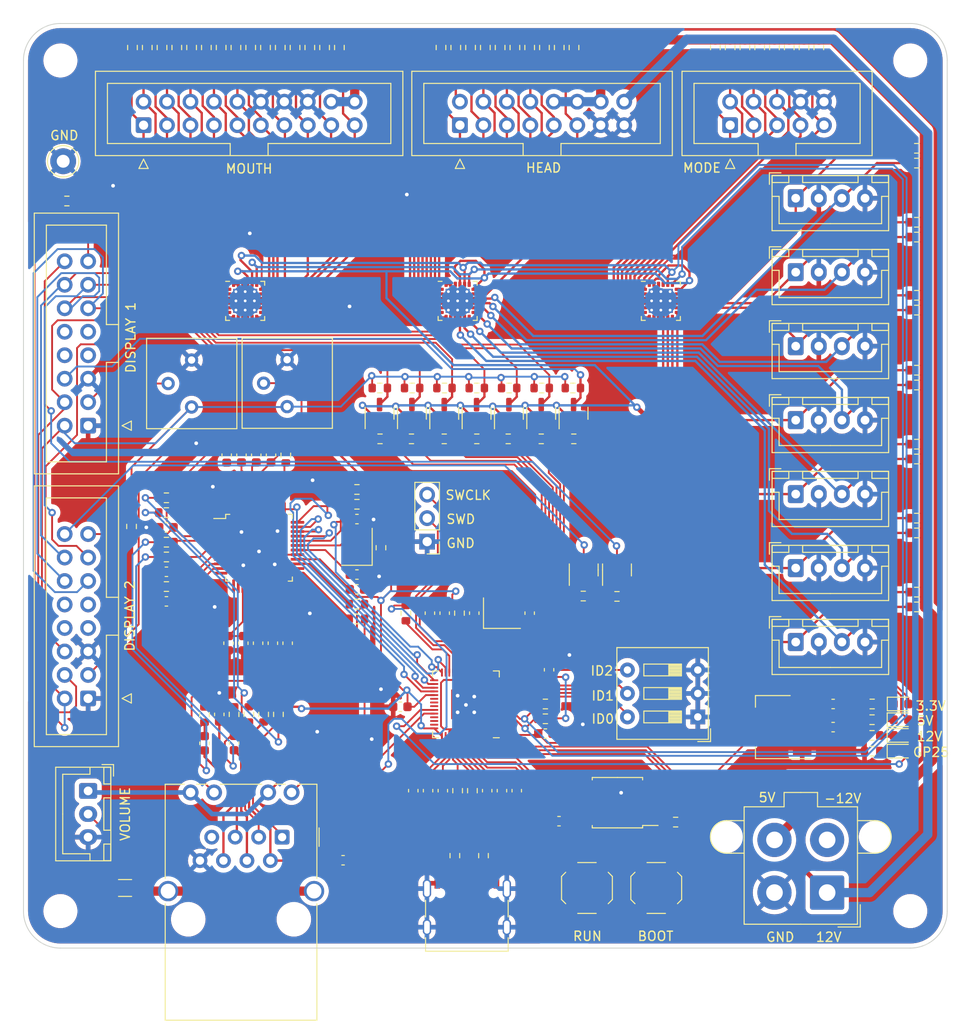
<source format=kicad_pcb>
(kicad_pcb (version 20221018) (generator pcbnew)
  (layers (0 "F.Cu" signal) (31 "B.Cu" signal) (34 "B.Paste" user) (35 "F.Paste" user) (36 "B.SilkS" user "B.Silkscreen") (37 "F.SilkS" user "F.Silkscreen") (38 "B.Mask" user) (39 "F.Mask" user) (44 "Edge.Cuts" user))
  (net 0 "")
  (net 1 "W1")
  (net 2 "B1")
  (net 3 "W2")
  (net 4 "B2")
  (net 5 "W3")
  (net 6 "B3")
  (net 7 "W4")
  (net 8 "B4")
  (net 9 "W5")
  (net 10 "B5")
  (net 11 "R1")
  (net 12 "R2")
  (net 13 "R3")
  (net 14 "R4")
  (net 15 "+5V")
  (net 16 "R5")
  (net 17 "SCL")
  (net 18 "+3.3V")
  (net 19 "SDA")
  (net 21 "BUTTON1_LED")
  (net 22 "BUTTON2_LED")
  (net 23 "BUTTON3_LED")
  (net 24 "BUTTON4_LED")
  (net 25 "BUTTON5_LED")
  (net 26 "BUTTON6_LED")
  (net 27 "BUTTON7_LED")
  (net 29 "+12V")
  (net 30 "-12V")
  (net 31 "Net-(U5-XIN)")
  (net 32 "Net-(C4-Pad1)")
  (net 33 "+1V1")
  (net 34 "Net-(C17-Pad1)")
  (net 35 "RXP")
  (net 36 "Net-(J9-RD+)")
  (net 37 "Net-(J9-RD-)")
  (net 38 "RXN")
  (net 39 "Net-(J9-TCT)")
  (net 40 "Net-(U6-XI{slash}CLKIN)")
  (net 41 "Net-(U6-XO)")
  (net 42 "+3.3VA")
  (net 43 "Net-(U6-TOCAP)")
  (net 44 "Net-(U6-1V2O)")
  (net 45 "RCT")
  (net 46 "Net-(D3-K)")
  (net 47 "Net-(D4-K)")
  (net 48 "Net-(D7-K)")
  (net 49 "Net-(D8-K)")
  (net 50 "Net-(D8-A)")
  (net 51 "D1")
  (net 52 "LAMP")
  (net 53 "D2")
  (net 54 "M1")
  (net 55 "D3")
  (net 56 "M2")
  (net 57 "D4")
  (net 58 "M3")
  (net 59 "D5")
  (net 60 "D6")
  (net 61 "/SWD")
  (net 62 "/SWCLK")
  (net 63 "Net-(J7-VBUS-PadA4)")
  (net 64 "Net-(J7-CC1)")
  (net 65 "D+")
  (net 66 "D-")
  (net 68 "Net-(J7-CC2)")
  (net 70 "TXP")
  (net 71 "TXN")
  (net 72 "Net-(J9-Pad9)")
  (net 73 "Net-(J9-Pad11)")
  (net 74 "/RUN")
  (net 75 "Net-(R4-Pad2)")
  (net 76 "Net-(U5-XOUT)")
  (net 77 "Net-(U5-USB_DP)")
  (net 78 "Net-(U5-USB_DM)")
  (net 79 "ACTn")
  (net 80 "LINKn")
  (net 81 "/CS_0")
  (net 82 "/GPIO21")
  (net 83 "/GPIO20")
  (net 84 "Net-(U6-TXN)")
  (net 85 "Net-(U6-TXP)")
  (net 86 "Net-(U6-RXN)")
  (net 87 "Net-(U6-RXP)")
  (net 88 "Net-(U6-EXRES1)")
  (net 89 "/QSPI_SS")
  (net 90 "/~{USB_BOOT}")
  (net 91 "ID2")
  (net 92 "ID1")
  (net 93 "ID0")
  (net 94 "/GPIO0")
  (net 95 "/GPIO1")
  (net 96 "SW1")
  (net 97 "SW6")
  (net 98 "SW2")
  (net 99 "Net-(J16-Pin_16)")
  (net 100 "SW7")
  (net 101 "SW3")
  (net 102 "SW8")
  (net 103 "SW4")
  (net 104 "/GPIO16")
  (net 105 "/GPIO18")
  (net 106 "/GPIO19")
  (net 107 "/GPIO22")
  (net 110 "/GPIO27_ADC1")
  (net 111 "/GPIO28_ADC2")
  (net 113 "/QSPI_SD3")
  (net 114 "/QSPI_SCLK")
  (net 115 "/QSPI_SD0")
  (net 116 "/QSPI_SD2")
  (net 117 "/QSPI_SD1")
  (net 132 "SW5")
  (net 134 "VOLUME")
  (net 135 "GND")
  (net 143 "BUTTON1")
  (net 144 "BUTTON2")
  (net 145 "BUTTON3")
  (net 146 "BUTTON4")
  (net 147 "BUTTON5")
  (net 148 "BUTTON6")
  (net 149 "BUTTON7")
  (net 152 "Net-(J17-Pin_16)")
  (net 153 "Net-(J16-Pin_3)")
  (net 154 "DB4")
  (net 155 "DB5")
  (net 156 "DB6")
  (net 157 "DB7")
  (net 158 "Net-(J16-Pin_15)")
  (net 159 "Net-(J17-Pin_15)")
  (net 160 "Net-(J17-Pin_3)")
  (net 161 "LCD_RS")
  (net 162 "LCD_E1")
  (net 163 "LCD_E2")
  (net 164 "Net-(Q1-B)")
  (net 165 "Net-(Q10-B)")
  (net 166 "BACKLIGHT_1")
  (net 167 "BACKLIGHT_2")
  (net 168 "DB7_LO")
  (net 169 "DB6_LO")
  (net 170 "DB5_LO")
  (net 171 "DB4_LO")
  (net 172 "LCD_RS_LO")
  (net 173 "LCD_E1_LO")
  (net 174 "LCD_E2_LO")
  (footprint "Package_TO_SOT_SMD:SOT-23" (layer "F.Cu") (at 60.65 59.1 90)
    (fp_text reference "Q10" hide)
    (fp_text value "MMBT2222")
  )
  (footprint "Resistor_SMD:R_0603_1608Metric" (layer "F.Cu") (at 96.7 61.5)
    (fp_text reference "R66" hide)
    (fp_text value "5.1k")
  )
  (footprint "Resistor_SMD:R_0603_1608Metric" (layer "F.Cu") (at 22.8 74.725 90)
    (fp_text reference "R46" hide)
    (fp_text value "49.9")
  )
  (footprint "Package_TO_SOT_SMD:SOT-23" (layer "F.Cu") (at 42.05 42.15 90)
    (fp_text reference "Q7" hide)
    (fp_text value "BSS138")
  )
  (footprint "Resistor_SMD:R_0603_1608Metric" (layer "F.Cu") (at 23 2.6 90)
    (fp_text reference "R32" hide)
    (fp_text value "5.1k")
  )
  (footprint "Connector_IDC:IDC-Header_2x08_P2.54mm_Vertical" (layer "F.Cu") (at 47.25 11 90)
    (fp_text reference "J1" hide)
    (fp_text value "HEAD_LEDS")
  )
  (footprint "Resistor_SMD:R_0603_1608Metric" (layer "F.Cu") (at 18.2 2.6 90)
    (fp_text reference "R7" hide)
    (fp_text value "5.1k")
  )
  (footprint "Package_DFN_QFN:QFN-56-1EP_7x7mm_P0.4mm_EP3.2x3.2mm" (layer "F.Cu") (at 47.9 73.6375 180)
    (fp_text reference "U5" hide)
    (fp_text value "RP2040")
  )
  (footprint "MountingHole:MountingHole_3.2mm_M3" (layer "F.Cu") (at 96 4)
    (fp_text reference "H2" hide)
    (fp_text value "MountingHole")
  )
  (footprint "Resistor_SMD:R_0603_1608Metric" (layer "F.Cu") (at 96.7 45.5)
    (fp_text reference "R64" hide)
    (fp_text value "5.1k")
  )
  (footprint "Button_Switch_THT:SW_DIP_SPSTx03_Slide_9.78x9.8mm_W7.62mm_P2.54mm" (layer "F.Cu") (at 73 75 180)
    (fp_text reference "SW1" hide)
    (fp_text value "SW_DIP_x03")
  )
  (footprint "Resistor_SMD:R_0603_1608Metric" (layer "F.Cu") (at 56.05 44.925 180)
    (fp_text reference "R81" hide)
    (fp_text value "10k")
  )
  (footprint "Resistor_SMD:R_0603_1608Metric" (layer "F.Cu") (at 16.6 2.6 90)
    (fp_text reference "R22" hide)
    (fp_text value "5.1k")
  )
  (footprint "Resistor_SMD:R_0603_1608Metric" (layer "F.Cu") (at 45.55 44.925 180)
    (fp_text reference "R87" hide)
    (fp_text value "10k")
  )
  (footprint "Connector_USB:USB_C_Receptacle_Palconn_UTC16-G" (layer "F.Cu") (at 48 95.5)
    (fp_text reference "J7" hide)
    (fp_text value "USB_C_Receptacle_USB2.0")
  )
  (footprint "Connector_JST:JST_XH_B4B-XH-A_1x04_P2.50mm_Vertical" (layer "F.Cu") (at 83.6 18.9)
    (fp_text reference "J6" hide)
    (fp_text value "BUTTON_1")
  )
  (footprint "Resistor_SMD:R_0603_1608Metric" (layer "F.Cu") (at 24.6 2.6 90)
    (fp_text reference "R9" hide)
    (fp_text value "5.1k")
  )
  (footprint "Potentiometer_THT:Potentiometer_Bourns_3386P_Vertical" (layer "F.Cu") (at 18.2 36.4 180)
    (fp_text reference "RV1" hide)
    (fp_text value "10k")
  )
  (footprint "Resistor_SMD:R_0603_1608Metric" (layer "F.Cu") (at 13.4 2.6 90)
    (fp_text reference "R21" hide)
    (fp_text value "5.1k")
  )
  (footprint "Resistor_SMD:R_0603_1608Metric" (layer "F.Cu") (at 46.7 90 -90)
    (fp_text reference "R24" hide)
    (fp_text value "5.1k")
  )
  (footprint "Resistor_SMD:R_0603_1608Metric" (layer "F.Cu") (at 49.075 39.425)
    (fp_text reference "R86" hide)
    (fp_text value "10k")
  )
  (footprint "Capacitor_SMD:C_0603_1608Metric" (layer "F.Cu") (at 51.8 82.975 -90)
    (fp_text reference "C18" hide)
    (fp_text value "100n")
  )
  (footprint "Resistor_SMD:R_0603_1608Metric" (layer "F.Cu") (at 91.875 73.6 180)
    (fp_text reference "R14" hide)
    (fp_text value "470")
  )
  (footprint "Package_TO_SOT_SMD:SOT-23" (layer "F.Cu") (at 49.05 42.1625 90)
    (fp_text reference "Q5" hide)
    (fp_text value "BSS138")
  )
  (footprint "Resistor_SMD:R_0603_1608Metric" (layer "F.Cu") (at 59.6 2.6 90)
    (fp_text reference "R72" hide)
    (fp_text value "5.1k")
  )
  (footprint "Resistor_SMD:R_0603_1608Metric" (layer "F.Cu") (at 49.8 90 -90)
    (fp_text reference "R25" hide)
    (fp_text value "5.1k")
  )
  (footprint "Inductor_SMD:L_0603_1608Metric" (layer "F.Cu") (at 22 46.7125 90)
    (fp_text reference "FB1" hide)
    (fp_text value "FerriteBead")
  )
  (footprint "Resistor_SMD:R_0603_1608Metric" (layer "F.Cu") (at 53.2 2.6 90)
    (fp_text reference "R74" hide)
    (fp_text value "5.1k")
  )
  (footprint "LED_SMD:LED_0603_1608Metric" (layer "F.Cu") (at 94.9875 78.7)
    (fp_text reference "D8" hide)
    (fp_text value "LED")
  )
  (footprint "MountingHole:MountingHole_3.2mm_M3" (layer "F.Cu") (at 4 96)
    (fp_text reference "H1" hide)
    (fp_text value "MountingHole")
  )
  (footprint "Resistor_SMD:R_0603_1608Metric" (layer "F.Cu") (at 47.2 63.775 90)
    (fp_text reference "R5" hide)
    (fp_text value "1k")
  )
  (footprint "Capacitor_SMD:C_0603_1608Metric" (layer "F.Cu") (at 25.4 67.025 -90)
    (fp_text reference "C36" hide)
    (fp_text value "4.7u")
  )
  (footprint "Package_TO_SOT_SMD:SOT-23" (layer "F.Cu") (at 59.55 42.1625 90)
    (fp_text reference "Q8" hide)
    (fp_text value "BSS138")
  )
  (footprint "Package_TO_SOT_SMD:SOT-223-3_TabPin2" (layer "F.Cu") (at 81.15 76.1 180)
    (fp_text reference "U4" hide)
    (fp_text value "AMS1117-3.3")
  )
  (footprint "Resistor_SMD:R_0603_1608Metric" (layer "F.Cu") (at 15 2.6 90)
    (fp_text reference "R6" hide)
    (fp_text value "5.1k")
  )
  (footprint "Connector_IDC:IDC-Header_2x08_P2.54mm_Vertical" (layer "F.Cu") (at 7 43.5 180)
    (fp_text reference "J16" hide)
    (fp_text value "DISPLAY_1")
  )
  (footprint "Capacitor_SMD:C_0603_1608Metric" (layer "F.Cu") (at 45.4 82.975 -90)
    (fp_text reference "C8" hide)
    (fp_text value "1u")
  )
  (footprint "Connector_JST:JST_XH_B4B-XH-A_1x04_P2.50mm_Vertical" (layer "F.Cu") (at 83.6 34.9)
    (fp_text reference "J10" hide)
    (fp_text value "BUTTON_3")
  )
  (footprint "MountingHole:MountingHole_3.2mm_M3" (layer "F.Cu") (at 4 4)
    (fp_text reference "H4" hide)
    (fp_text value "MountingHole")
  )
  (footprint "Resistor_SMD:R_0603_1608Metric" (layer "F.Cu") (at 38.575 39.425)
    (fp_text reference "R94" hide)
    (fp_text value "10k")
  )
  (footprint "Resistor_SMD:R_0603_1608Metric" (layer "F.Cu") (at 52.475 44.925 180)
    (fp_text reference "R83" hide)
    (fp_text value "10k")
  )
  (footprint "Resistor_SMD:R_0603_1608Metric" (layer "F.Cu") (at 49.075 44.925 180)
    (fp_text reference "R85" hide)
    (fp_text value "10k")
  )
  (footprint "Resistor_SMD:R_0603_1608Metric" (layer "F.Cu") (at 96.7 15.1)
    (fp_text reference "R53" hide)
    (fp_text value "5.1k")
  )
  (footprint "Potentiometer_THT:Potentiometer_Bourns_3386P_Vertical" (layer "F.Cu") (at 28.54 36.36 180)
    (fp_text reference "RV2" hide)
    (fp_text value "10k")
  )
  (footprint "Resistor_SMD:R_0603_1608Metric" (layer "F.Cu") (at 96.7 47.1)
    (fp_text reference "R57" hide)
    (fp_text value "5.1k")
  )
  (footprint "Crystal:Crystal_SMD_3225-4Pin_3.2x2.5mm" (layer "F.Cu") (at 51.8 63.775)
    (fp_text reference "Y1" hide)
    (fp_text value "12MHz")
  )
  (footprint "Connector_JST:JST_XH_B3B-XH-A_1x03_P2.50mm_Vertical" (layer "F.Cu") (at 7 83 -90)
    (fp_text reference "J15" hide)
    (fp_text value "VOLUME")
  )
  (footprint "Capacitor_SMD:C_0603_1608Metric" (layer "F.Cu") (at 23.8 67.025 -90)
    (fp_text reference "C32" hide)
    (fp_text value "100n")
  )
  (footprint "Resistor_SMD:R_0603_1608Metric" (layer "F.Cu") (at 82.9 2.6 90)
    (fp_text reference "R51" hide)
    (fp_text value "5.1k")
  )
  (footprint "Capacitor_SMD:C_0603_1608Metric" (layer "F.Cu") (at 36.1 61.2)
    (fp_text reference "C26" hide)
    (fp_text value "100n")
  )
  (footprint "Capacitor_SMD:C_0603_1608Metric" (layer "F.Cu") (at 42.2 82.975 -90)
    (fp_text reference "C16" hide)
    (fp_text value "100n")
  )
  (footprint "Resistor_SMD:R_0603_1608Metric" (layer "F.Cu") (at 96.7 23.1)
    (fp_text reference "R54" hide)
    (fp_text value "5.1k")
  )
  (footprint "Button_Switch_SMD:SW_SPST_TL3342" (layer "F.Cu") (at 61 93.5 90)
    (fp_text reference "SW2" hide)
    (fp_text value "SW_Push")
  )
  (footprint "Resistor_SMD:R_0603_1608Metric" (layer "F.Cu") (at 96.7 37.5)
    (fp_text reference "R63" hide)
    (fp_text value "5.1k")
  )
  (footprint "Resistor_SMD:R_0603_1608Metric" (layer "F.Cu") (at 96.7 53.5)
    (fp_text reference "R65" hide)
    (fp_text value "5.1k")
  )
  (footprint "Resistor_SMD:R_0603_1608Metric" (layer "F.Cu") (at 48.6 82.975 90)
    (fp_text reference "R15" hide)
    (fp_text value "27")
  )
  (footprint "Connector_JST:JST_XH_B4B-XH-A_1x04_P2.50mm_Vertical" (layer "F.Cu") (at 83.6 26.9)
    (fp_text reference "J8" hide)
    (fp_text value "BUTTON_2")
  )
  (footprint "Resistor_SMD:R_0603_1608Metric" (layer "F.Cu") (at 41.4 63.775 90)
    (fp_text reference "R4" hide)
    (fp_text value "1k")
  )
  (footprint "Resistor_SMD:R_0603_1608Metric" (layer "F.Cu") (at 36.1 62.8)
    (fp_text reference "R23" hide)
    (fp_text value "470")
  )
  (footprint "Button_Switch_SMD:SW_SPST_TL3342" (layer "F.Cu") (at 68.5 93.5 90)
    (fp_text reference "SW3" hide)
    (fp_text value "SW_Push")
  )
  (footprint "Package_SO:SOIC-8_5.23x5.23mm_P1.27mm" (layer "F.Cu") (at 64.3 84.275 180)
    (fp_text reference "U12" hide)
    (fp_text value "W25Q128JVS")
  )
  (footprint "LED_SMD:LED_0603_1608Metric" (layer "F.Cu") (at 95 73.6)
    (fp_text reference "D7" hide)
    (fp_text value "LED")
  )
  (footprint "Resistor_SMD:R_0603_1608Metric" (layer "F.Cu") (at 19.8 2.6 90)
    (fp_text reference "R28" hide)
    (fp_text value "5.1k")
  )
  (footprint "Capacitor_SMD:C_0603_1608Metric" (layer "F.Cu") (at 21.2 74.725 -90)
    (fp_text reference "C38" hide)
    (fp_text value "100n")
  )
  (footprint "Resistor_SMD:R_0603_1608Metric" (layer "F.Cu") (at 26.2 2.6 90)
    (fp_text reference "R33" hide)
    (fp_text value "5.1k")
  )
  (footprint "Capacitor_SMD:C_0603_1608Metric" (layer "F.Cu") (at 19.6 77.85 90)
    (fp_text reference "C21" hide)
    (fp_text value "6.8n")
  )
  (footprint "Resistor_SMD:R_0603_1608Metric" (layer "F.Cu") (at 60.6 61.925 180)
    (fp_text reference "R80" hide)
    (fp_text value "470")
  )
  (footprint "Capacitor_SMD:C_0603_1608Metric" (layer "F.Cu") (at 22.8 77.825 -90)
    (fp_text reference "C20" hide)
    (fp_text value "6.8n")
  )
  (footprint "Resistor_SMD:R_0603_1608Metric" (layer "F.Cu") (at 56.5 73.6)
    (fp_text reference "R1" hide)
    (fp_text value "5.1k")
  )
  (footprint "Connector_IDC:IDC-Header_2x10_P2.54mm_Vertical" (layer "F.Cu") (at 13 11 90)
    (fp_text reference "J2" hide)
    (fp_text value "MOUTH_LEDS")
  )
  (footprint "Connector_JST:JST_XH_B4B-XH-A_1x04_P2.50mm_Vertical" (layer "F.Cu") (at 83.6 66.9)
    (fp_text reference "J14" hide)
    (fp_text value "BUTTON_7")
  )
  (footprint "MountingHole:MountingHole_3.2mm_M3" (layer "F.Cu") (at 96 96)
    (fp_text reference "H3" hide)
    (fp_text value "MountingHole")
  )
  (footprint "Package_QFP:LQFP-48_7x7mm_P0.5mm" (layer "F.Cu") (at 25.5 56.7)
    (fp_text reference "U6" hide)
    (fp_text value "W5500")
  )
  (footprint "Resistor_SMD:R_0603_1608Metric" (layer "F.Cu") (at 96.7 31)
    (fp_text reference "R55" hide)
    (fp_text value "5.1k")
  )
  (footprint "Connector_JST:JST_XH_B4B-XH-A_1x04_P2.50mm_Vertical" (layer "F.Cu") (at 83.6 50.9)
    (fp_text reference "J12" hide)
    (fp_text value "BUTTON_5")
  )
  (footprint "Resistor_SMD:R_0603_1608Metric" (layer "F.Cu") (at 24.4 74.725 90)
    (fp_text reference "R38" hide)
    (fp_text value "49.9")
  )
  (footprint "Resistor_SMD:R_0603_1608Metric" (layer "F.Cu") (at 42 44.925 180)
    (fp_text reference "R89" hide)
    (fp_text value "10k")
  )
  (footprint "Capacitor_SMD:C_0603_1608Metric" (layer "F.Cu") (at 36.1 53.6)
    (fp_text reference "C28" hide)
    (fp_text value "18p")
  )
  (footprint "Resistor_SMD:R_0603_1608Metric" (layer "F.Cu") (at 15.475 51.3 180)
    (fp_text reference "R39" hide)
    (fp_text value "4.7")
  )
  (footprint "Resistor_SMD:R_0603_1608Metric" (layer "F.Cu") (at 27.8 2.6 90)
    (fp_text reference "R10" hide)
    (fp_text value "5.1k")
  )
  (footprint "Capacitor_SMD:C_0603_1608Metric" (layer "F.Cu") (at 27 67.025 -90)
    (fp_text reference "C30" hide)
    (fp_text value "100n")
  )
  (footprint "Resistor_SMD:R_0603_1608Metric" (layer "F.Cu") (at 91.8625 77 180)
    (fp_text reference "R11" hide)
    (fp_text value "2.2k")
  )
  (footprint "Resistor_SMD:R_0603_1608Metric" (layer "F.Cu") (at 36.1 52 180)
    (fp_text reference "R29" hide)
    (fp_text value "4.7k")
  )
  (footprint "Resistor_SMD:R_0603_1608Metric" (layer "F.Cu") (at 15.475 57.7)
    (fp_text reference "R42" hide)
    (fp_text value "4.7")
  )
  (footprint "Capacitor_SMD:C_0603_1608Metric" (layer "F.Cu") (at 87.65 76.1)
    (fp_text reference "C9" hide)
    (fp_text value "10u")
  )
  (footprint "Resistor_SMD:R_0603_1608Metric" (layer "F.Cu") (at 96.7 63.1)
    (fp_text reference "R59" hide)
    (fp_text value "5.1k")
  )
  (footprint "Package_TO_SOT_SMD:SOT-23" (layer "F.Cu") (at 45.55 42.1625 90)
    (fp_text reference "Q6" hide)
    (fp_text value "BSS138")
  )
  (footprint "Resistor_SMD:R_0603_1608Metric" (layer "F.Cu") (at 59.475 39.425)
    (fp_text reference "R93" hide)
    (fp_text value "10k")
  )
  (footprint "Resistor_SMD:R_0603_1608Metric" (layer "F.Cu") (at 96.7 55.1)
    (fp_text reference "R58" hide)
    (fp_text value "5.1k")
  )
  (footprint "Resistor_SMD:R_0603_1608Metric" (layer "F.Cu") (at 4.7 19.2)
    (fp_text reference "R77" hide)
    (fp_text value "220")
  )
  (footprint "Capacitor_SMD:C_0603_1608Metric" (layer "F.Cu") (at 53.4 82.975 -90)
    (fp_text reference "C7" hide)
    (fp_text value "100n")
  )
  (footprint "Capacitor_SMD:C_0603_1608Metric" (layer "F.Cu") (at 43.8 82.975 -90)
    (fp_text reference "C11" hide)
    (fp_text value "1u")
  )
  (footprint "Crystal:Crystal_SMD_3225-4Pin_3.2x2.5mm" (layer "F.Cu") (at 36.1 56.6 90)
    (fp_text reference "Y2" hide)
    (fp_text value "25MHz")
  )
  (footprint "Resistor_SMD:R_0603_1608Metric" (layer "F.Cu") (at 11.7 54.4 -90)
    (fp_text reference "R78" hide)
    (fp_text value "220")
  )
  (footprint "Capacitor_SMD:C_0603_1608Metric" (layer "F.Cu") (at 36.1 59.6 180)
    (fp_text reference "C27" hide)
    (fp_text value "18p")
  )
  (footprint "Capacitor_SMD:C_0603_1608Metric" (layer "F.Cu") (at 22.2 67.025 -90)
    (fp_text reference "C33" hide)
    (fp_text value "100n")
  )
  (footprint "Resistor_SMD:R_0603_1608Metric" (layer "F.Cu") (at 45.575 39.425)
    (fp_text reference "R88" hide)
    (fp_text value "10k")
  )
  (footprint "Capacitor_SMD:C_0603_1608Metric" (layer "F.Cu") (at 15.475 59.3 180)
    (fp_text reference "C35" hide)
    (fp_text value "100n")
  )
  (footprint "Resistor_SMD:R_0603_1608Metric" (layer "F.Cu") (at 50 2.6 90)
    (fp_text reference "R73" hide)
    (fp_text value "5.1k")
  )
  (footprint "Resistor_SMD:R_0603_1608Metric" (layer "F.Cu") (at 36.1 50.4 180)
    (fp_text reference "R30" hide)
    (fp_text value "4.7k")
  )
  (footprint "Resistor_SMD:R_0603_1608Metric" (layer "F.Cu") (at 52.575 39.425)
    (fp_text reference "R84" hide)
    (fp_text value "10k")
  )
  (footprint "Resistor_SMD:R_0603_1608Metric" (layer "F.Cu") (at 59.575 44.925 180)
    (fp_text reference "R90" hide)
    (fp_text value "10k")
  )
  (footprint "Resistor_SMD:R_0603_1608Metric" (layer "F.Cu") (at 42.075 39.425)
    (fp_text reference "R92" hide)
    (fp_text value "10k")
  )
  (footprint "Capacitor_SMD:C_0603_1608Metric" (layer "F.Cu") (at 45.6 63.775 90)
    (fp_text reference "C13" hide)
    (fp_text value "100n")
  )
  (footprint "Capacitor_SMD:C_0603_1608Metric" (layer "F.Cu") (at 40.8 73.9 180)
    (fp_text reference "C10" hide)
    (fp_text value "100n")
  )
  (footprint "Package_TO_SOT_SMD:SOT-23" (layer "F.Cu") (at 56.05 42.1625 90)
    (fp_text reference "Q3" hide)
    (fp_text value "BSS138")
  )
  (footprint "Resistor_SMD:R_0603_1608Metric" (layer "F.Cu") (at 70.6 86.375)
    (fp_text reference "R52" hide)
    (fp_text value "1k")
  )
  (footprint "Resistor_SMD:R_0603_1608Metric" (layer "F.Cu") (at 29.4 2.6 90)
    (fp_text reference "R13" hide)
    (fp_text value "5.1k")
  )
  (footprint "Resistor_SMD:R_0603_1608Metric" (layer "F.Cu") (at 56.5 75.2)
    (fp_text reference "R2" hide)
    (fp_text value "5.1k")
  )
  (footprint "Package_TO_SOT_SMD:SOT-23" (layer "F.Cu") (at 52.55 42.1625 90)
    (fp_text reference "Q4" hide)
    (fp_text value "BSS138")
  )
  (footprint "Resistor_SMD:R_0603_1608Metric" (layer "F.Cu") (at 15.475 52.9)
    (fp_text reference "R40" hide)
    (fp_text value "4.7")
  )
  (footprint "Resistor_SMD:R_0603_1608Metric" (layer "F.Cu") (at 64.25 61.9625 180)
    (fp_text reference "R79" hide)
    (fp_text value "470")
  )
  (footprint "Resistor_SMD:R_0603_1608Metric" (layer "F.Cu") (at 96.7 21.5)
    (fp_text reference "R61" hide)
    (fp_text value "5.1k")
  )
  (footprint "Resistor_SMD:R_0603_1608Metric" (layer "F.Cu") (at 31 2.6 90)
    (fp_text reference "R17" hide)
    (fp_text value "5.1k")
  )
  (footprint "Resistor_SMD:R_0603_1608Metric" (layer "F.Cu") (at 26 74.725 90)
    (fp_text reference "R27" hide)
    (fp_text value "10")
  )
  (footprint "Resistor_SMD:R_0603_1608Metric" (layer "F.Cu") (at 54.8 2.6 90)
    (fp_text reference "R70" hide)
    (fp_text value "5.1k")
  )
  (footprint "Capacitor_SMD:C_0603_1608Metric" (layer "F.Cu") (at 34.6 90.5 180)
    (fp_text reference "C23" hide)
    (fp_text value "22n")
  )
  (footprint "Capacitor_SMD:C_0603_1608Metric" (layer "F.Cu") (at 50.2 82.975 -90)
    (fp_text reference "C15" hide)
    (fp_text value "100n")
  )
  (footprint "Resistor_SMD:R_0603_1608Metric" (layer "F.Cu") (at 81.3 2.6 90)
    (fp_text reference "R37" hide)
    (fp_text value "5.1k")
  )
  (footprint "Resistor_SMD:R_0603_1608Metric" (layer "F.Cu") (at 96.7 13.5)
    (fp_text reference "R60" hide)
    (fp_text value "5.1k")
  )
  (footprint "Resistor_SMD:R_0603_1608Metric" (layer "F.Cu") (at 78.1 2.6 90)
    (fp_text reference "R36" hide)
    (fp_text value "5.1k")
  )
  (footprint "Resistor_SMD:R_0603_1608Metric" (layer "F.Cu") (at 15.475 60.9)
    (fp_text reference "R43" hide)
    (fp_text value "12.4k")
  )
  (footprint "Resistor_SMD:R_0603_1608Metric" (layer "F.Cu") (at 11.8 2.6 90)
    (fp_text reference "R3" hide)
    (fp_text value "5.1k")
  )
  (footprint "Resistor_SMD:R_0603_1608Metric" (layer "F.Cu") (at 58 2.6 90)
    (fp_text reference "R71" hide)
    (fp_text value "5.1k")
  )
  (footprint "Resistor_SMD:R_0603_1608Metric" (layer "F.Cu") (at 28.4 46.7 -90)
    (fp_text reference "R31" hide)
    (fp_text value "4.7k")
  )
  (footprint "LED_SMD:LED_0603_1608Metric" (layer "F.Cu") (at 94.9875 77)
    (fp_text reference "D3" hide)
    (fp_text value "LED")
  )
  (footprint "Resistor_SMD:R_0603_1608Metric" (layer "F.Cu") (at 45.2 2.6 90)
    (fp_text reference "R67" hide)
    (fp_text value "5.1k")
  )
  (footprint "Capacitor_SMD:C_0603_1608Metric" (layer "F.Cu") (at 56.9 69.9 90)
    (fp_text reference "C12" hide)
    (fp_text value "100n")
  )
  (footprint "Resistor_SMD:R_0603_1608Metric" (layer "F.Cu") (at 21.4 2.6 90)
    (fp_text reference "R8" hide)
    (fp_text value "5.1k")
  )
  (footprint "Resistor_SMD:R_0603_1608Metric" (layer "F.Cu") (at 79.7 2.6 90)
    (fp_text reference "R50" hide)
    (fp_text value "5.1k")
  )
  (footprint "Capacitor_SMD:C_0603_1608Metric" (layer "F.Cu") (at 28.6 67.025 -90)
    (fp_text reference "C37" hide)
    (fp_text value "100n")
  )
  (footprint "Capacitor_SMD:C_0603_1608Metric" (layer "F.Cu") (at 48.8 63.775 90)
    (fp_text reference "C4" hide)
    (fp_text value "27p")
  )
  (footprint "Resistor_SMD:R_0603_1608Metric" (layer "F.Cu") (at 91.8625 75.3 180)
    (fp_text reference "R12" hide)
    (fp_text value "1k")
  )
  (footprint "Package_DFN_QFN:TQFN-24-1EP_4x4mm_P0.5mm_EP2.6x2.6mm_ThermalVias" (layer "F.Cu") (at 47 30)
    (fp_text reference "U2" hide)
    (fp_text value "~")
  )
  (footprint "Connector_IDC:IDC-Header_2x05_P2.54mm_Vertical" (layer "F.Cu") (at 76.5 11 90)
    (fp_text reference "J5" hide)
    (fp_text value "ROTARY_SWITCH")
  )
  (footprint "Capacitor_SMD:C_0603_1608Metric" (layer "F.Cu") (at 56.5 76.8)
    (fp_text reference "C14" hide)
    (fp_text value "100n")
  )
  (footprint "Capacitor_SMD:C_0603_1608Metric" (layer "F.Cu") (at 23.6 46.7 90)
    (fp_text reference "C22" hide)
    (fp_text value "100n")
  )
  (footprint "Package_DFN_QFN:TQFN-24-1EP_4x4mm_P0.5mm_EP2.6x2.6mm_ThermalVias" (layer "F.Cu") (at 69 30)
    (fp_text reference "U3" hide)
    (fp_text value "~")
  )
  (footprint "Capacitor_SMD:C_0603_1608Metric" (layer "F.Cu") (at 54.8 63.775 90)
    (fp_text reference "C3" hide)
    (fp_text value "27p")
  )
  (footprint "Resistor_SMD:R_0603_1608Metric" (layer "F.Cu") (at 19.6 74.75 90)
    (fp_text reference "R45" hide)
    (fp_text value "49.9")
  )
  (footprint "Capacitor_SMD:C_0603_1608Metric" (layer "F.Cu") (at 87.65 73.6)
    (fp_text reference "C6" hide)
    (fp_text value "10u")
  )
  (footprint "Resistor_SMD:R_0603_1608Metric" (layer "F.Cu") (at 48.4 2.6 90)
    (fp_text reference "R68" hide)
    (fp_text value "5.1k")
  )
  (footprint "Capacitor_SMD:C_0603_1608Metric" (layer "F.Cu") (at 44 63.775 90)
    (fp_text reference "C5" hide)
    (fp_text value "100n")
  )
  (footprint "Connector_Molex:Molex_Mega-Fit_76829-0004_2x02_P5.70mm_Vertical" (layer "F.Cu") (at 87 94 180)
    (fp_text reference "J3" hide)
    (fp_text value "76829-0004")
  )
  (footprint "Resistor_SMD:R_0603_1608Metric" (layer "F.Cu") (at 38.6 44.925 180)
    (fp_text reference "R91" hide)
    (fp_text value "10k")
  )
  (footprint "Resistor_SMD:R_0603_1608Metric" (layer "F.Cu") (at 91.875 78.7 180)
    (fp_text reference "R19" hide)
    (fp_text value "470")
  )
  (footprint "Capacitor_SMD:C_0603_1608Metric" (layer "F.Cu") (at 57.975 86.275 180)
    (fp_text reference "C48" hide)
    (fp_text value "100n")
  )
  (footprint "Resistor_SMD:R_0603_1608Metric" (layer "F.Cu") (at 46.8 2.6 90)
    (fp_text reference "R76" hide)
    (fp_text value "5.1k")
  )
  (footprint "Package_DFN_QFN:TQFN-24-1EP_4x4mm_P0.5mm_EP2.6x2.6mm_ThermalVias" (layer "F.Cu") (at 24 30)
    (fp_text reference "U1" hide)
    (fp_text value "~")
  )
  (footprint "Resistor_SMD:R_0603_1608Metric" (layer "F.Cu") (at 96.7 29.4)
    (fp_text reference "R62" hide)
    (fp_text value "5.1k")
  )
  (footprint "Resistor_SMD:R_0603_1608Metric" (layer "F.Cu") (at 38.7 56.7 -90)
    (fp_text reference "R34" hide)
    (fp_text value "1M")
  )
  (footprint "Resistor_SMD:R_0603_1608Metric" (layer "F.Cu") (at 86.1 2.6 90)
    (fp_text reference "R48" hide)
    (fp_text value "5.1k")
  )
  (footprint "LED_SMD:LED_0603_1608Metric" (layer "F.Cu") (at 94.9875 75.3)
    (fp_text reference "D4" hide)
    (fp_text value "LED")
  )
  (footprint "Capacitor_SMD:C_0603_1608Metric" (layer "F.Cu") (at 25.2 46.7 90)
    (fp_text reference "C19" hide)
    (fp_text value "100n")
  )
  (footprint "Capacitor_SMD:C_0603_1608Metric" (layer "F.Cu") (at 15.475 54.5 180)
    (fp_text reference "C31" hide)
    (fp_text value "100n")
  )
  (footprint "Connector_JST:JST_XH_B4B-XH-A_1x04_P2.50mm_Vertical" (layer "F.Cu") (at 83.6 58.9)
    (fp_text reference "J13" hide)
    (fp_text value "BUTTON_6")
  )
  (footprint "Resistor_SMD:R_0603_1608Metric" (layer "F.Cu") (at 36.1 64.4)
    (fp_text reference "R26" hide)
    (fp_text value "470")
  )
  (footprint "Capacitor_SMD:C_0603_1608Metric" (layer "F.Cu") (at 15.475 62.5 180)
    (fp_text reference "C34" hide)
    (fp_text value "100n")
  )
  (footprint "Connector_PinHeader_2.54mm:PinHeader_1x03_P2.54mm_Vertical" (layer "F.Cu") (at 43.7 56.04 180)
    (fp_text reference "J4" hide)
    (fp_text value "Conn_01x03")
  )
  (footprint "Resistor_SMD:R_0603_1608Metric" (layer "F.Cu") (at 34.2 2.6 90)
    (fp_text reference "R20" hide)
    (fp_text value "5.1k")
  )
  (footprint "Resistor_SMD:R_0603_1608Metric" (layer "F.Cu") (at 74.9 2.6 90)
    (fp_text reference "R35" hide)
    (fp_text value "5.1k")
  )
  (footprint "Resistor_SMD:R_0603_1608Metric" (layer "F.Cu") (at 15.475 56.1 180)
    (fp_text reference "R41" hide)
    (fp_text value "4.7")
  )
  (footprint "Resistor_SMD:R_0603_1608Metric" (layer "F.Cu") (at 76.5 2.6 90)
    (fp_text reference "R49" hide)
    (fp_text value "5.1k")
  )
  (footprint "Connector_JST:JST_XH_B4B-XH-A_1x04_P2.50mm_Vertical" (layer "F.Cu") (at 83.6 42.9)
    (fp_text reference "J11" hide)
    (fp_text value "BUTTON_4")
  )
  (footprint "Capacitor_SMD:C_0603_1608Metric" (layer "F.Cu") (at 26.8 46.7 90)
    (fp_text reference "C29" hide)
    (fp_text value "100n")
  )
  (footprint "Package_TO_SOT_SMD:SOT-23" (layer "F.Cu") (at 38.55 42.15 90)
    (fp_text reference "Q9" hide)
    (fp_text value "BSS138")
  )
  (footprint "Connector_RJ:RJ45_Wuerth_7499010121A_Horizontal" (layer "F.Cu") (at 28 88 -90)
    (fp_text reference "J9" hide)
    (fp_text value "RJ45_Wuerth_7499010121A")
  )
  (footprint "Capacitor_SMD:C_1206_3216Metric" (layer "F.Cu") (at 11 93.5 180)
    (fp_text reference "C17" hide)
    (fp_text value "1nF/2kV")
  )
  (footprint "TestPoint:TestPoint_Loop_D2.60mm_Drill1.4mm_Beaded" (layer "F.Cu") (at 4.3 14.9)
    (fp_text reference "TP1" hide)
    (fp_text value "TestPoint")
  )
  (footprint "Resistor_SMD:R_0603_1608Metric" (layer "F.Cu") (at 96.7 39.1)
    (fp_text reference "R56" hide)
    (fp_text value "5.1k")
  )
  (footprint "Resistor_SMD:R_0603_1608Metric" (layer "F.Cu") (at 56.4 2.6 90)
    (fp_text reference "R75" hide)
    (fp_text value "5.1k")
  )
  (footprint "Resistor_SMD:R_0603_1608Metric" (layer "F.Cu") (at 56.1 39.425)
    (fp_text reference "R82" hide)
    (fp_text value "10k")
  )
  (footprint "Resistor_SMD:R_0603_1608Metric" (layer "F.Cu") (at 32.6 2.6 90)
    (fp_text reference "R18" hide)
    (fp_text value "5.1k")
  )
  (footprint "Resistor_SMD:R_0603_1608Metric" (layer "F.Cu") (at 47 82.975 90)
    (fp_text reference "R16" hide)
    (fp_text value "27")
  )
  (footprint "Resistor_SMD:R_0603_1608Metric" (layer "F.Cu") (at 27.6 74.725 90)
    (fp_text reference "R44" hide)
    (fp_text value "49.9")
  )
  (footprint "Resistor_SMD:R_0603_1608Metric" (layer "F.Cu") (at 51.6 2.6 90)
    (fp_text reference "R69" hide)
    (fp_text value "5.1k")
  )
  (footprint "Package_TO_SOT_SMD:SOT-23" (layer "F.Cu") (at 64.25 59.1 90)
    (fp_text reference "Q1" hide)
    (fp_text value "MMBT2222")
  )
  (footprint "Connector_IDC:IDC-Header_2x08_P2.54mm_Vertical" (layer "F.Cu") (at 7 73 180)
    (fp_text reference "J17" hide)
    (fp_text value "DISPLAY_2")
  )
  (footprint "Resistor_SMD:R_0603_1608Metric" (layer "F.Cu") (at 84.5 2.6 90)
    (fp_text reference "R47" hide)
    (fp_text value "5.1k")
  )
  (gr_line (start 96 100) (end 4 100) (stroke (width 0.1)) (layer "Edge.Cuts"))
  (gr_arc (start 0 4) (mid 1.171573 1.171573) (end 4 0) (stroke (width 0.1)) (layer "Edge.Cuts"))
  (gr_line (start 4 0) (end 96 0) (stroke (width 0.1)) (layer "Edge.Cuts"))
  (gr_arc (start 100 96) (mid 98.828427 98.828427) (end 96 100) (stroke (width 0.1)) (layer "Edge.Cuts"))
  (gr_arc (start 4 100) (mid 1.171573 98.828427) (end 0 96) (stroke (width 0.1)) (layer "Edge.Cuts"))
  (gr_arc (start 96 0) (mid 98.828427 1.171573) (end 100 4) (stroke (width 0.1)) (layer "Edge.Cuts"))
  (gr_line (start 0 96) (end 0 4) (stroke (width 0.1)) (layer "Edge.Cuts"))
  (gr_line (start 100 96) (end 100 4) (stroke (width 0.1)) (layer "Edge.Cuts"))
  (gr_text "RUN" (at 59.4 99.3) (layer "F.SilkS") (effects (font (size 1 1)) (justify left bottom)))
  (gr_text "12V" (at 85.7 99.4) (layer "F.SilkS") (effects (font (size 1 1)) (justify left bottom)))
  (gr_text "ID0" (at 61.4 75.8) (layer "F.SilkS") (effects (font (size 1 1)) (justify left bottom)))
  (gr_text "SWCLK" (at 45.6 51.6) (layer "F.SilkS") (effects (font (size 1 1)) (justify left bottom)))
  (gr_text "BOOT" (at 66.4 99.3) (layer "F.SilkS") (effects (font (size 1 1)) (justify left bottom)))
  (gr_text "GP25" (at 96.2 79.4) (layer "F.SilkS") (effects (font (size 1 1)) (justify left bottom)))
  (gr_text "12V" (at 96.6 77.7) (layer "F.SilkS") (effects (font (size 1 1)) (justify left bottom)))
  (gr_text "GND" (at 45.7 56.8) (layer "F.SilkS") (effects (font (size 1 1)) (justify left bottom)))
  (gr_text "DISPLAY 1" (at 12.2 37.9 90) (layer "F.SilkS") (effects (font (size 1 1)) (justify left bottom)))
  (gr_text "5V" (at 96.6 76) (layer "F.SilkS") (effects (font (size 1 1)) (justify left bottom)))
  (gr_text "ID1" (at 61.4 73.3) (layer "F.SilkS") (effects (font (size 1 1)) (justify left bottom)))
  (gr_text "MOUTH" (at 21.8 16.3) (layer "F.SilkS") (effects (font (size 1 1)) (justify left bottom)))
  (gr_text "3.3V" (at 96.5 74.4) (layer "F.SilkS") (effects (font (size 1 1)) (justify left bottom)))
  (gr_text "VOLUME" (at 11.6 88.5 90) (layer "F.SilkS") (effects (font (size 1 1)) (justify left bottom)))
  (gr_text "DISPLAY 2" (at 12.1 68 90) (layer "F.SilkS") (effects (font (size 1 1)) (justify left bottom)))
  (gr_text "GND" (at 2.8 12.7) (layer "F.SilkS") (effects (font (size 1 1)) (justify left bottom)))
  (gr_text "ID2" (at 61.3 70.6) (layer "F.SilkS") (effects (font (size 1 1)) (justify left bottom)))
  (gr_text "MODE" (at 71.3 16.2) (layer "F.SilkS") (effects (font (size 1 1)) (justify left bottom)))
  (gr_text "-12V" (at 86.6 84.4) (layer "F.SilkS") (effects (font (size 1 1)) (justify left bottom)))
  (gr_text "HEAD" (at 54.3 16.2) (layer "F.SilkS") (effects (font (size 1 1)) (justify left bottom)))
  (gr_text "GND" (at 80.3 99.4) (layer "F.SilkS") (effects (font (size 1 1)) (justify left bottom)))
  (gr_text "5V" (at 79.5 84.3) (layer "F.SilkS") (effects (font (size 1 1)) (justify left bottom)))
  (gr_text "SWD" (at 45.7 54.2) (layer "F.SilkS") (effects (font (size 1 1)) (justify left bottom)))
  (segment (start 11.7 3.525) (end 11.7 9.7) (width 0.25) (layer "F.Cu") (net 1))
  (segment (start 13 24.336396) (end 21.063604 32.4) (width 0.25) (layer "F.Cu") (net 1))
  (segment (start 23.008363 32.4) (end 23.25 32.158363) (width 0.25) (layer "F.Cu") (net 1))
  (segment (start 13 11) (end 13 24.336396) (width 0.25) (layer "F.Cu") (net 1))
  (segment (start 23.25 32.158363) (end 23.25 31.7875) (width 0.25) (layer "F.Cu") (net 1))
  (segment (start 21.063604 32.4) (end 23.008363 32.4) (width 0.25) (layer "F.Cu") (net 1))
  (segment (start 11.7 9.7) (end 13 11) (width 0.25) (layer "F.Cu") (net 1))
  (segment (start 11.8 3.425) (end 11.7 3.525) (width 0.25) (layer "F.Cu") (net 1))
  (segment (start 14.3 25) (end 21.0875 31.7875) (width 0.25) (layer "F.Cu") (net 2))
  (segment (start 13.4 3.425) (end 13 3.825) (width 0.25) (layer "F.Cu") (net 2))
  (segment (start 13 3.825) (end 13 8.46) (width 0.25) (layer "F.Cu") (net 2))
  (segment (start 21.0875 31.7875) (end 22.75 31.7875) (width 0.25) (layer "F.Cu") (net 2))
  (segment (start 14.3 9.76) (end 14.3 25) (width 0.25) (layer "F.Cu") (net 2))
  (segment (start 13 8.46) (end 14.3 9.76) (width 0.25) (layer "F.Cu") (net 2))
  (segment (start 21.296053 31.25) (end 22.2125 31.25) (width 0.25) (layer "F.Cu") (net 3))
  (segment (start 15.54 10.24) (end 15.54 11) (width 0.25) (layer "F.Cu") (net 3))
  (segment (start 15.54 25.493947) (end 21.296053 31.25) (width 0.25) (layer "F.Cu") (net 3))
  (segment (start 14.3 4.125) (end 14.3 9) (width 0.25) (layer "F.Cu") (net 3))
  (segment (start 14.3 9) (end 15.54 10.24) (width 0.25) (layer "F.Cu") (net 3))
  (segment (start 15.54 11) (end 15.54 25.493947) (width 0.25) (layer "F.Cu") (net 3))
  (segment (start 15 3.425) (end 14.3 4.125) (width 0.25) (layer "F.Cu") (net 3))
  (segment (start 16.8 9.72) (end 16.8 26.117551) (width 0.25) (layer "F.Cu") (net 4))
  (segment (start 15.54 8.46) (end 16.8 9.72) (width 0.25) (layer "F.Cu") (net 4))
  (segment (start 16.8 26.117551) (end 21.432449 30.75) (width 0.25) (layer "F.Cu") (net 4))
  (segment (start 15.54 4.485) (end 15.54 8.46) (width 0.25) (layer "F.Cu") (net 4))
  (segment (start 16.6 3.425) (end 15.54 4.485) (width 0.25) (layer "F.Cu") (net 4))
  (segment (start 21.432449 30.75) (end 22.2125 30.75) (width 0.25) (layer "F.Cu") (net 4))
  (segment (start 16.8 4.825) (end 16.8 8.9) (width 0.25) (layer "F.Cu") (net 5))
  (segment (start 18.2 3.425) (end 16.8 4.825) (width 0.25) (layer "F.Cu") (net 5))
  (segment (start 18.08 26.761155) (end 21.568845 30.25) (width 0.25) (layer "F.Cu") (net 5))
  (segment (start 16.8 8.9) (end 18.08 10.18) (width 0.25) (layer "F.Cu") (net 5))
  (segment (start 21.568845 30.25) (end 22.2125 30.25) (width 0.25) (layer "F.Cu") (net 5))
  (segment (start 18.08 11) (end 18.08 26.761155) (width 0.25) (layer "F.Cu") (net 5))
  (segment (start 18.08 10.18) (end 18.08 11) (width 0.25) (layer "F.Cu") (net 5))
  (segment (start 19.3 27.344759) (end 21.705241 29.75) (width 0.25) (layer "F.Cu") (net 6))
  (segment (start 18.08 8.46) (end 19.3 9.68) (width 0.25) (layer "F.Cu") (net 6))
  (segment (start 21.705241 29.75) (end 22.2125 29.75) (width 0.25) (layer "F.Cu") (net 6))
  (segment (start 18.08 5.145) (end 18.08 8.46) (width 0.25) (layer "F.Cu") (net 6))
  (segment (start 19.3 9.68) (end 19.3 27.344759) (width 0.25) (layer "F.Cu") (net 6))
  (segment (start 19.8 3.425) (end 18.08 5.145) (width 0.25) (layer "F.Cu") (net 6))
  (segment (start 21.841637 29.25) (end 22.2125 29.25) (width 0.25) (layer "F.Cu") (net 7))
  (segment (start 20.62 28.028363) (end 21.841637 29.25) (width 0.25) (layer "F.Cu") (net 7))
  (segment (start 19.4 5.425) (end 19.4 8.901701) (width 0.25) (layer "F.Cu") (net 7))
  (segment (start 20.62 11) (end 20.62 28.028363) (width 0.25) (layer "F.Cu") (net 7))
  (segment (start 20.62 10.121701) (end 20.62 11) (width 0.25) (layer "F.Cu") (net 7))
  (segment (start 19.4 8.901701) (end 20.62 10.121701) (width 0.25) (layer "F.Cu") (net 7))
  (segment (start 21.4 3.425) (end 19.4 5.425) (width 0.25) (layer "F.Cu") (net 7))
  (segment (start 21.9 28.4375) (end 22.2125 28.75) (width 0.25) (layer "F.Cu") (net 8))
  (segment (start 21.9 9.74) (end 21.9 28.4375) (width 0.25) (layer "F.Cu") (net 8))
  (segment (start 23 3.425) (end 20.62 5.805) (width 0.25) (layer "F.Cu") (net 8))
  (segment (start 20.62 5.805) (end 20.62 8.46) (width 0.25) (layer "F.Cu") (net 8))
  (segment (start 20.62 8.46) (end 21.9 9.74) (width 0.25) (layer "F.Cu") (net 8))
  (segment (start 26.6 28.808363) (end 26.158363 29.25) (width 0.25) (layer "F.Cu") (net 9))
  (segment (start 23.16 11) (end 23.16 11.46) (width 0.25) (layer "F.Cu") (net 9))
  (segment (start 23.16 10.16) (end 23.16 11) (width 0.25) (layer "F.Cu") (net 9))
  (segment (start 21.9 6.125) (end 21.9 8.9) (width 0.25) (layer "F.Cu") (net 9))
  (segment (start 23.16 11.46) (end 26.6 14.9) (width 0.25) (layer "F.Cu") (net 9))
  (segment (start 21.9 8.9) (end 23.16 10.16) (width 0.25) (layer "F.Cu") (net 9))
  (segment (start 26.6 14.9) (end 26.6 28.808363) (width 0.25) (layer "F.Cu") (net 9))
  (segment (start 24.6 3.425) (end 21.9 6.125) (width 0.25) (layer "F.Cu") (net 9))
  (segment (start 26.158363 29.25) (end 25.7875 29.25) (width 0.25) (layer "F.Cu") (net 9))
  (segment (start 26.2 3.425) (end 23.16 6.465) (width 0.25) (layer "F.Cu") (net 10))
  (segment (start 26.294759 29.75) (end 25.7875 29.75) (width 0.25) (layer "F.Cu") (net 10))
  (segment (start 24.4 9.7) (end 24.4 11.7) (width 0.25) (layer "F.Cu") (net 10))
  (segment (start 23.16 8.46) (end 24.4 9.7) (width 0.25) (layer "F.Cu") (net 10))
  (segment (start 27.05 28.994759) (end 26.294759 29.75) (width 0.25) (layer "F.Cu") (net 10))
  (segment (start 24.4 11.7) (end 27.05 14.35) (width 0.25) (layer "F.Cu") (net 10))
  (segment (start 23.16 6.465) (end 23.16 8.46) (width 0.25) (layer "F.Cu") (net 10))
  (segment (start 27.05 14.35) (end 27.05 28.994759) (width 0.25) (layer "F.Cu") (net 10))
  (segment (start 26.431155 30.25) (end 25.7875 30.25) (width 0.25) (layer "F.Cu") (net 11))
  (segment (start 27.5 29.181155) (end 26.431155 30.25) (width 0.25) (layer "F.Cu") (net 11))
  (segment (start 27.5 12.8) (end 27.5 29.181155) (width 0.25) (layer "F.Cu") (net 11))
  (segment (start 27.8 3.425) (end 24.4 6.825) (width 0.25) (layer "F.Cu") (net 11))
  (segment (start 24.4 8.821701) (end 25.7 10.121701) (width 0.25) (layer "F.Cu") (net 11))
  (segment (start 24.4 6.825) (end 24.4 8.821701) (width 0.25) (layer "F.Cu") (net 11))
  (segment (start 25.7 10.121701) (end 25.7 11) (width 0.25) (layer "F.Cu") (net 11))
  (segment (start 25.7 11) (end 27.5 12.8) (width 0.25) (layer "F.Cu") (net 11))
  (segment (start 27 9.76) (end 28.24 11) (width 0.25) (layer "F.Cu") (net 12))
  (segment (start 28.3 11.06) (end 28.3 29.017551) (width 0.25) (layer "F.Cu") (net 12))
  (segment (start 28.24 11) (end 28.3 11.06) (width 0.25) (layer "F.Cu") (net 12))
  (segment (start 27 5.825) (end 27 9.76) (width 0.25) (layer "F.Cu") (net 12))
  (segment (start 28.3 29.017551) (end 26.567551 30.75) (width 0.25) (layer "F.Cu") (net 12))
  (segment (start 26.567551 30.75) (end 25.7875 30.75) (width 0.25) (layer "F.Cu") (net 12))
  (segment (start 29.4 3.425) (end 27 5.825) (width 0.25) (layer "F.Cu") (net 12))
  (segment (start 30.78 11) (end 30.78 27.173947) (width 0.25) (layer "F.Cu") (net 13))
  (segment (start 30.78 27.173947) (end 26.703947 31.25) (width 0.25) (layer "F.Cu") (net 13))
  (segment (start 31 3.425) (end 29.5 4.925) (width 0.25) (layer "F.Cu") (net 13))
  (segment (start 29.5 4.925) (end 29.5 9.72) (width 0.25) (layer "F.Cu") (net 13))
  (segment (start 26.703947 31.25) (end 25.7875 31.25) (width 0.25) (layer "F.Cu") (net 13))
  (segment (start 29.5 9.72) (end 30.78 11) (width 0.25) (layer "F.Cu") (net 13))
  (segment (start 33.3 25.290343) (end 26.802843 31.7875) (width 0.25) (layer "F.Cu") (net 14))
  (segment (start 32.1 9.78) (end 33.32 11) (width 0.25) (layer "F.Cu") (net 14))
  (segment (start 26.802843 31.7875) (end 25.25 31.7875) (width 0.25) (layer "F.Cu") (net 14))
  (segment (start 32.1 3.925) (end 32.1 9.78) (width 0.25) (layer "F.Cu") (net 14))
  (segment (start 33.32 11) (end 33.3 11.02) (width 0.25) (layer "F.Cu") (net 14))
  (segment (start 33.3 11.02) (end 33.3 25.290343) (width 0.25) (layer "F.Cu") (net 14))
  (segment (start 32.6 3.425) (end 32.1 3.925) (width 0.25) (layer "F.Cu") (net 14))
  (segment (start 13.4 1.775) (end 15 1.775) (width 1) (layer "F.Cu") (net 15))
  (segment (start 62.49 1.785) (end 62.5 1.775) (width 1) (layer "F.Cu") (net 15))
  (segment (start 11.7 47.98) (end 18.2 41.48) (width 0.2) (layer "F.Cu") (net 15))
  (segment (start 97.525 45.5) (end 97.525 47.1) (width 1) (layer "F.Cu") (net 15))
  (segment (start 62.5 1.775) (end 74.9 1.775) (width 1) (layer "F.Cu") (net 15))
  (segment (start 79.7 1.775) (end 81.3 1.775) (width 1) (layer "F.Cu") (net 15))
  (segment (start 4.46 76.16) (end 1.2 72.9) (width 0.2) (layer "F.Cu") (net 15))
  (segment (start 35.86 8.46) (end 35.86 1.815) (width 1) (layer "F.Cu") (net 15))
  (segment (start 95.775 75.3) (end 98.4 75.3) (width 0.5) (layer "F.Cu") (net 15))
  (segment (start 18.2 1.775) (end 19.8 1.775) (width 1) (layer "F.Cu") (net 15))
  (segment (start 41.25 38.25) (end 41.3 38.2) (width 0.2) (layer "F.Cu") (net 15))
  (segment (start 97.525 39.1) (end 97.525 45.5) (width 1) (layer "F.Cu") (net 15))
  (segment (start 95.5 82.6) (end 98.4 79.7) (width 1) (layer "F.Cu") (net 15))
  (segment (start 97.525 13.5) (end 97.525 15.1) (width 1) (layer "F.Cu") (net 15))
  (segment (start 97.525 61.5) (end 97.525 63.1) (width 1) (layer "F.Cu") (net 15))
  (segment (start 50 1.775) (end 51.6 1.775) (width 1) (layer "F.Cu") (net 15))
  (segment (start 97.525 15.1) (end 97.525 21.5) (width 1) (layer "F.Cu") (net 15))
  (segment (start 24.6 1.775) (end 26.2 1.775) (width 1) (layer "F.Cu") (net 15))
  (segment (start 2 70.54) (end 2 45.96) (width 0.2) (layer "F.Cu") (net 15))
  (segment (start 86.675 73.8) (end 86.875 73.6) (width 0.2) (layer "F.Cu") (net 15))
  (segment (start 97.525 29.4) (end 97.525 31) (width 1) (layer "F.Cu") (net 15))
  (segment (start 87 82.6) (end 95.5 82.6) (width 1) (layer "F.Cu") (net 15))
  (segment (start 98.4 63.975) (end 97.525 63.1) (width 1) (layer "F.Cu") (net 15))
  (segment (start 56.4 1.775) (end 58 1.775) (width 1) (layer "F.Cu") (net 15))
  (segment (start 10.3 3.275) (end 11.8 1.775) (width 0.2) (layer "F.Cu") (net 15))
  (segment (start 51.75 39.425) (end 51.75 38.35) (width 0.2) (layer "F.Cu") (net 15))
  (segment (start 59.6 1.775) (end 62.5 1.775) (width 1) (layer "F.Cu") (net 15))
  (segment (start 23 1.775) (end 24.6 1.775) (width 1) (layer "F.Cu") (net 15))
  (segment (start 86.1 1.775) (end 87.575 1.775) (width 1) (layer "F.Cu") (net 15))
  (segment (start 3.875 19.2) (end 10.3 12.775) (width 0.2) (layer "F.Cu") (net 15))
  (segment (start 41.25 39.425) (end 41.25 38.25) (width 0.2) (layer "F.Cu") (net 15))
  (segment (start 19.8 1.775) (end 21.4 1.775) (width 1) (layer "F.Cu") (net 15))
  (segment (start 58.65 38.25) (end 58.6 38.2) (width 0.2) (layer "F.Cu") (net 15))
  (segment (start 98.4 79.7) (end 98.4 75.3) (width 1) (layer "F.Cu") (net 15))
  (segment (start 97.525 53.5) (end 97.525 55.1) (width 1) (layer "F.Cu") (net 15))
  (segment (start 87.575 1.775) (end 97.525 11.725) (width 1) (layer "F.Cu") (net 15))
  (segment (start 1.2 72.9) (end 1.2 21.875) (width 0.2) (layer "F.Cu") (net 15))
  (segment (start 58.65 39.425) (end 58.65 38.25) (width 0.2) (layer "F.Cu") (net 15))
  (segment (start 98.4 75.3) (end 98.4 63.975) (width 1) (layer "F.Cu") (net 15))
  (segment (start 81.3 1.775) (end 82.9 1.775) (width 1) (layer "F.Cu") (net 15))
  (segment (start 11.7 53.575) (end 11.7 47.98) (width 0.2) (layer "F.Cu") (net 15))
  (segment (start 97.525 23.1) (end 97.525 29.4) (width 1) (layer "F.Cu") (net 15))
  (segment (start 86.875 73.6) (end 86.875 73.025) (width 0.2) (layer "F.Cu") (net 15))
  (segment (start 10.3 12.775) (end 10.3 3.275) (width 0.2) (layer "F.Cu") (net 15))
  (segment (start 35.86 1.815) (end 35.9 1.775) (width 1) (layer "F.Cu") (net 15))
  (segment (start 37.75 38.15) (end 37.7 38.1) (width 0.2) (layer "F.Cu") (net 15))
  (segment (start 82.9 1.775) (end 84.5 1.775) (width 1) (layer "F.Cu") (net 15))
  (segment (start 97.525 47.1) (end 97.525 53.5) (width 1) (layer "F.Cu") (net 15))
  (segment (start 4.46 73) (end 2 70.54) (width 0.2) (layer "F.Cu") (net 15))
  (segment (start 16.6 1.775) (end 18.2 1.775) (width 1) (layer "F.Cu") (net 15))
  (segment (start 29.4 1.775) (end 31 1.775) (width 1) (layer "F.Cu") (net 15))
  (segment (start 95 74.525) (end 95.775 75.3) (width 0.2) (layer "F.Cu") (net 15))
  (segment (start 32.6 1.775) (end 34.2 1.775) (width 1) (layer "F.Cu") (net 15))
  (segment (start 37.75 39.425) (end 37.75 38.15) (width 0.2) (layer "F.Cu") (net 15))
  (segment (start 97.525 11.725) (end 97.525 13.5) (width 1) (layer "F.Cu") (net 15))
  (segment (start 44.75 38.25) (end 44.8 38.2) (width 0.2) (layer "F.Cu") (net 15))
  (segment (start 34.2 1.775) (end 35.9 1.775) (width 1) (layer "F.Cu") (net 15))
  (segment (start 74.9 1.775) (end 76.5 1.775) (width 1) (layer "F.Cu") (net 15))
  (segment (start 53.2 1.775) (end 54.8 1.775) (width 1) (layer "F.Cu") (net 15))
  (segment (start 26.2 1.775) (end 27.8 1.775) (width 1) (layer "F.Cu") (net 15))
  (segment (start 45.2 1.775) (end 46.8 1.775) (width 1) (layer "F.Cu") (net 15))
  (segment (start 1.2 21.875) (end 3.875 19.2) (width 0.2) (layer "F.Cu") (net 15))
  (segment (start 95 72.7) (end 95 74.525) (width 0.2) (layer "F.Cu") (net 15))
  (segment (start 97.525 37.5) (end 97.525 39.1) (width 1) (layer "F.Cu") (net 15))
  (segment (start 48.4 1.775) (end 50 1.775) (width 1) (layer "F.Cu") (net 15))
  (segment (start 87.7 72.2) (end 94.5 72.2) (width 0.2) (layer "F.Cu") (net 15))
  (segment (start 11.8 1.775) (end 13.4 1.775) (width 1) (layer "F.Cu") (net 15))
  (segment (start 51.75 38.35) (end 51.7 38.3) (width 0.2) (layer "F.Cu") (net 15))
  (segment (start 21.4 1.775) (end 23 1.775) (width 1) (layer "F.Cu") (net 15))
  (segment (start 97.525 55.1) (end 97.525 61.5) (width 1) (layer "F.Cu") (net 15))
  (segment (start 86.875 73.025) (end 87.7 72.2) (width 0.2) (layer "F.Cu") (net 15))
  (segment (start 48.25 39.425) (end 48.2 38.2) (width 0.2) (layer "F.Cu") (net 15))
  (segment (start 94.5 72.2) (end 95 72.7) (width 0.2) (layer "F.Cu") (net 15))
  (segment (start 97.525 23.1) (end 97.525 21.5) (width 1) (layer "F.Cu") (net 15))
  (segment (start 15 1.775) (end 16.6 1.775) (width 1) (layer "F.Cu") (net 15))
  (segment (start 78.1 1.775) (end 79.7 1.775) (width 1) (layer "F.Cu") (net 15))
  (segment (start 51.6 1.775) (end 53.2 1.775) (width 1) (layer "F.Cu") (net 15))
  (segment (start 2 45.96) (end 4.46 43.5) (width 0.2) (layer "F.Cu") (net 15))
  (segment (start 62.49 8.46) (end 62.49 1.785) (width 1) (layer "F.Cu") (net 15))
  (segment (start 81.3 88.3) (end 87 82.6) (width 1) (layer "F.Cu") (net 15))
  (segment (start 97.525 31) (end 97.525 37.5) (width 1) (layer "F.Cu") (net 15))
  (segment (start 84.5 1.775) (end 86.1 1.775) (width 1) (layer "F.Cu") (net 15))
  (segment (start 27.8 1.775) (end 29.4 1.775) (width 1) (layer "F.Cu") (net 15))
  (segment (start 55.275 39.425) (end 55.3 38.2) (width 0.2) (layer "F.Cu") (net 15))
  (segment (start 46.8 1.775) (end 48.4 1.775) (width 1) (layer "F.Cu") (net 15))
  (segment (start 76.5 1.775) (end 78.1 1.775) (width 1) (layer "F.Cu") (net 15))
  (segment (start 31 1.775) (end 32.6 1.775) (width 1) (layer "F.Cu") (net 15))
  (segment (start 58 1.775) (end 59.6 1.775) (width 1) (layer "F.Cu") (net 15))
  (segment (start 35.9 1.775) (end 45.2 1.775) (width 1) (layer "F.Cu") (net 15))
  (segment (start 44.75 39.425) (end 44.75 38.25) (width 0.2) (layer "F.Cu") (net 15))
  (segment (start 84.3 73.8) (end 86.675 73.8) (width 0.2) (layer "F.Cu") (net 15))
  (segment (start 54.8 1.775) (end 56.4 1.775) (width 1) (layer "F.Cu") (net 15))
  (via (at 51.7 38.3) (size 0.8) (drill 0.4) (layers "F.Cu" "B.Cu") (net 15))
  (via (at 48.2 38.2) (size 0.8) (drill 0.4) (layers "F.Cu" "B.Cu") (net 15))
  (via (at 55.3 38.2) (size 0.8) (drill 0.4) (layers "F.Cu" "B.Cu") (net 15))
  (via (at 41.3 38.2) (size 0.8) (drill 0.4) (layers "F.Cu" "B.Cu") (net 15))
  (via (at 44.8 38.2) (size 0.8) (drill 0.4) (layers "F.Cu" "B.Cu") (net 15))
  (via (at 4.46 76.16) (size 0.8) (drill 0.4) (layers "F.Cu" "B.Cu") (net 15))
  (via (at 37.7 38.1) (size 0.8) (drill 0.4) (layers "F.Cu" "B.Cu") (net 15))
  (via (at 58.6 38.2) (size 0.8) (drill 0.4) (layers "F.Cu" "B.Cu") (net 15))
  (segment (start 48.3 38.3) (end 48.2 38.2) (width 0.2) (layer "B.Cu") (net 15))
  (segment (start 18.2 41.48) (end 28.5 41.48) (width 0.2) (layer "B.Cu") (net 15))
  (segment (start 51.8 38.2) (end 51.7 38.3) (width 0.2) (layer "B.Cu") (net 15))
  (segment (start 37.7 38.1) (end 34.36 41.44) (width 0.2) (layer "B.Cu") (net 15))
  (segment (start 44.8 38.2) (end 41.3 38.2) (width 0.2) (layer "B.Cu") (net 15))
  (segment (start 4.46 43.5) (end 4.46 44.31) (width 0.2) (layer "B.Cu") (net 15))
  (segment (start 41.3 38.2) (end 37.8 38.2) (width 0.2) (layer "B.Cu") (net 15))
  (segment (start 55.3 38.2) (end 51.8 38.2) (width 0.2) (layer "B.Cu") (net 15))
  (segment (start 4.46 44.31) (end 5.55 45.4) (width 0.2) (layer "B.Cu") (net 15))
  (segment (start 58.6 38.2) (end 55.3 38.2) (width 0.2) (layer "B.Cu") (net 15))
  (segment (start 59.95 8.46) (end 57.41 8.46) (width 1) (layer "B.Cu") (net 15))
  (segment (start 34.36 41.44) (end 28.54 41.44) (width 0.2) (layer "B.Cu") (net 15))
  (segment (start 37.8 38.2) (end 37.7 38.1) (width 0.2) (layer "B.Cu") (net 15))
  (segment (start 18.2 41.5) (end 18.2 41.48) (width 0.2) (layer "B.Cu") (net 15))
  (segment (start 28.5 41.48) (end 28.54 41.44) (width 0.2) (layer "B.Cu") (net 15))
  (segment (start 62.49 8.46) (end 59.95 8.46) (width 1) (layer "B.Cu") (net 15))
  (segment (start 35.86 8.46) (end 33.32 8.46) (width 1) (layer "B.Cu") (net 15))
  (segment (start 51.7 38.3) (end 48.3 38.3) (width 0.2) (layer "B.Cu") (net 15))
  (segment (start 14.3 45.4) (end 18.2 41.5) (width 0.2) (layer "B.Cu") (net 15))
  (segment (start 4.46 76.16) (end 4.46 73) (width 0.2) (layer "B.Cu") (net 15))
  (segment (start 48.2 38.2) (end 44.8 38.2) (width 0.2) (layer "B.Cu") (net 15))
  (segment (start 5.55 45.4) (end 14.3 45.4) (width 0.2) (layer "B.Cu") (net 15))
  (segment (start 34.6 9.74) (end 35.86 11) (width 0.25) (layer "F.Cu") (net 16))
  (segment (start 34.2 3.425) (end 34.6 3.825) (width 0.25) (layer "F.Cu") (net 16))
  (segment (start 26.826739 32.4) (end 24.991637 32.4) (width 0.25) (layer "F.Cu") (net 16))
  (segment (start 24.75 32.158363) (end 24.75 31.7875) (width 0.25) (layer "F.Cu") (net 16))
  (segment (start 34.6 3.825) (end 34.6 9.74) (width 0.25) (layer "F.Cu") (net 16))
  (segment (start 35.86 23.366739) (end 26.826739 32.4) (width 0.25) (layer "F.Cu") (net 16))
  (segment (start 35.86 11) (end 35.86 23.366739) (width 0.25) (layer "F.Cu") (net 16))
  (segment (start 24.991637 32.4) (end 24.75 32.158363) (width 0.25) (layer "F.Cu") (net 16))
  (segment (start 54.247153 75.20841) (end 55.675 73.780563) (width 0.2) (layer "F.Cu") (net 17))
  (segment (start 70.25 28.15) (end 71.3 27.1) (width 0.25) (layer "F.Cu") (net 17))
  (segment (start 53.17255 74.6375) (end 51.3375 74.6375) (width 0.2) (layer "F.Cu") (net 17))
  (segment (start 70.25 28.2125) (end 70.25 28.15) (width 0.25) (layer "F.Cu") (net 17))
  (segment (start 55.675 73.780563) (end 55.675 73.6) (width 0.2) (layer "F.Cu") (net 17))
  (segment (start 24.762299 25.837701) (end 25.25 26.325402) (width 0.25) (layer "F.Cu") (net 17))
  (segment (start 48.25 28.2125) (end 48.25 27.15) (width 0.25) (layer "F.Cu") (net 17))
  (segment (start 48.25 27.15) (end 48.8 26.6) (width 0.25) (layer "F.Cu") (net 17))
  (segment (start 25.25 28.2125) (end 25.25 26.325402) (width 0.25) (layer "F.Cu") (net 17))
  (segment (start 54.247153 75.20841) (end 53.74346 75.20841) (width 0.2) (layer "F.Cu") (net 17))
  (segment (start 53.74346 75.20841) (end 53.17255 74.6375) (width 0.2) (layer "F.Cu") (net 17))
  (via (at 71.3 27.1) (size 0.8) (drill 0.4) (layers "F.Cu" "B.Cu") (net 17))
  (via (at 48.8 26.6) (size 0.8) (drill 0.4) (layers "F.Cu" "B.Cu") (net 17))
  (via (at 54.247153 75.20841) (size 0.8) (drill 0.4) (layers "F.Cu" "B.Cu") (net 17))
  (via (at 24.762299 25.837701) (size 0.8) (drill 0.4) (layers "F.Cu" "B.Cu") (net 17))
  (segment (start 69.625 27.625) (end 68.6 26.6) (width 0.25) (layer "B.Cu") (net 17))
  (segment (start 57.838743 78.8) (end 91.134314 78.8) (width 0.2) (layer "B.Cu") (net 17))
  (segment (start 47.225 27.125) (end 48.275 27.125) (width 0.25) (layer "B.Cu") (net 17))
  (segment (start 46.45 26.35) (end 47.225 27.125) (width 0.25) (layer "B.Cu") (net 17))
  (segment (start 48.275 27.125) (end 48.8 26.6) (width 0.25) (layer "B.Cu") (net 17))
  (segment (start 70.775 27.625) (end 69.625 27.625) (width 0.25) (layer "B.Cu") (net 17))
  (segment (start 79.765686 15.7) (end 71.3 24.165686) (width 0.2) (layer "B.Cu") (net 17))
  (segment (start 25.274598 26.35) (end 46.45 26.35) (width 0.25) (layer "B.Cu") (net 17))
  (segment (start 95.2 16.865686) (end 94.034314 15.7) (width 0.2) (layer "B.Cu") (net 17))
  (segment (start 71.3 24.165686) (end 71.3 27.1) (width 0.2) (layer "B.Cu") (net 17))
  (segment (start 94.034314 15.7) (end 79.765686 15.7) (width 0.2) (layer "B.Cu") (net 17))
  (segment (start 71.3 27.1) (end 70.775 27.625) (width 0.25) (layer "B.Cu") (net 17))
  (segment (start 68.6 26.6) (end 48.8 26.6) (width 0.25) (layer "B.Cu") (net 17))
  (segment (start 95.2 74.734314) (end 95.2 16.865686) (width 0.2) (layer "B.Cu") (net 17))
  (segment (start 91.134314 78.8) (end 95.2 74.734314) (width 0.2) (layer "B.Cu") (net 17))
  (segment (start 54.247153 75.20841) (end 57.838743 78.8) (width 0.2) (layer "B.Cu") (net 17))
  (segment (start 24.762299 25.837701) (end 25.274598 26.35) (width 0.25) (layer "B.Cu") (net 17))
  (segment (start 36.925 52) (end 38.2 52) (width 0.2) (layer "F.Cu") (net 18))
  (segment (start 64.18 86.18) (end 65.7 87.7) (width 0.2) (layer "F.Cu") (net 18))
  (segment (start 36.925 49.325) (end 36.925 50.4) (width 0.25) (layer "F.Cu") (net 18))
  (segment (start 51.3375 72.6375) (end 53.131128 72.6375) (width 0.2) (layer "F.Cu") (net 18))
  (segment (start 44.6 42.1) (end 43.8 41.3) (width 0.25) (layer "F.Cu") (net 18))
  (segment (start 84.3 76.1) (end 86.875 76.1) (width 0.5) (layer "F.Cu") (net 18))
  (segment (start 65.7 87.7) (end 69.882107 87.7) (width 0.2) (layer "F.Cu") (net 18))
  (segment (start 56.825 70.6) (end 56.9 70.675) (width 0.2) (layer "F.Cu") (net 18))
  (segment (start 36.925 52) (end 36.925 50.4) (width 0.2) (layer "F.Cu") (net 18))
  (segment (start 24.75 52.5375) (end 24.75 47.925) (width 0.2) (layer "F.Cu") (net 18))
  (segment (start 46.7 26.274695) (end 47.299695 25.675) (width 0.25) (layer "F.Cu") (net 18))
  (segment (start 51.8 82.2) (end 52.6 83) (width 0.2) (layer "F.Cu") (net 18))
  (segment (start 51.6 44.875) (end 51.65 44.925) (width 0.25) (layer "F.Cu") (net 18))
  (segment (start 46.7 26.8) (end 46.7 26.274695) (width 0.25) (layer "F.Cu") (net 18))
  (segment (start 43.5625 72.6375) (end 44.4625 72.6375) (width 0.2) (layer "F.Cu") (net 18))
  (segment (start 41.575 72.175) (end 41.5 72.1) (width 0.2) (layer "F.Cu") (net 18))
  (segment (start 45.7 79.434314) (end 43.8 81.334314) (width 0.2) (layer "F.Cu") (net 18))
  (segment (start 25.2 47.475) (end 23.6 47.475) (width 0.2) (layer "F.Cu") (net 18))
  (segment (start 23.6 48.3375) (end 23.6 47.475) (width 0.2) (layer "F.Cu") (net 18))
  (segment (start 47.25 27.35) (end 46.7 26.8) (width 0.25) (layer "F.Cu") (net 18))
  (segment (start 58.7 75.15) (end 57.375 75.15) (width 0.2) (layer "F.Cu") (net 18))
  (segment (start 71.400305 26.175) (end 69.825 26.175) (width 0.25) (layer "F.Cu") (net 18))
  (segment (start 47.7 77.075) (end 47.7 79.1) (width 0.2) (layer "F.Cu") (net 18))
  (segment (start 24.75 47.925) (end 25.2 47.475) (width 0.2) (layer "F.Cu") (net 18))
  (segment (start 45.3 79.2) (end 42.3 82.2) (width 0.2) (layer "F.Cu") (net 18))
  (segment (start 47.7 79.1) (end 49.9 81.3) (width 0.2) (layer "F.Cu") (net 18))
  (segment (start 43.8 81.334314) (end 43.8 82.2) (width 0.2) (layer "F.Cu") (net 18))
  (segment (start 55.168628 70.6) (end 56.825 70.6) (width 0.2) (layer "F.Cu") (net 18))
  (segment (start 26 73.9) (end 27.6 73.9) (width 0.25) (layer "F.Cu") (net 18))
  (segment (start 76.3 76.1) (end 78 76.1) (width 0.2) (layer "F.Cu") (net 18))
  (segment (start 41.575 73.9) (end 41.575 72.175) (width 0.2) (layer "F.Cu") (net 18))
  (segment (start 69.825 26.175) (end 68.8 27.2) (width 0.25) (layer "F.Cu") (net 18))
  (segment (start 42.2 82.2) (end 43.8 82.2) (width 0.2) (layer "F.Cu") (net 18))
  (segment (start 35.325 61.2) (end 36.15 62.025) (width 0.2) (layer "F.Cu") (net 18))
  (segment (start 44.6 43.1) (end 44.6 42.1) (width 0.25) (layer "F.Cu") (net 18))
  (segment (start 33.425 45.825) (end 33.375 45.875) (width 0.25) (layer "F.Cu") (net 18))
  (segment (start 46.425 61.775) (end 46.425 63.725) (width 0.2) (layer "F.Cu") (net 18))
  (segment (start 45.7 77.075) (end 45.7 79.434314) (width 0.2) (layer "F.Cu") (net 18))
  (segment (start 24.25 27.35) (end 23.7 26.8) (width 0.25) (layer "F.Cu") (net 18))
  (segment (start 41.1 44.85) (end 41.175 44.925) (width 0.25) (layer "F.Cu") (net 18))
  (segment (start 58.675 70.675) (end 58.7 70.7) (width 0.2) (layer "F.Cu") (net 18))
  (segment (start 55.1 43.1) (end 55.1 42.1) (width 0.25) (layer "F.Cu") (net 18))
  (segment (start 41.575 73.9) (end 42.3 73.9) (width 0.2) (layer "F.Cu") (net 18))
  (segment (start 50.9 81.3) (end 51.8 82.2) (width 0.2) (layer "F.Cu") (net 18))
  (segment (start 47.7 67.684314) (end 45.6 65.584314) (width 0.2) (layer "F.Cu") (net 18))
  (segment (start 58.75 86.15) (end 58.75 86.275) (width 0.2) (layer "F.Cu") (net 18))
  (segment (start 46.425 63.725) (end 45.6 64.55) (width 0.2) (layer "F.Cu") (net 18))
  (segment (start 37.6 43.0875) (end 37.6 44.75) (width 0.25) (layer "F.Cu") (net 18))
  (segment (start 53.131128 72.6375) (end 55.168628 70.6) (width 0.2) (layer "F.Cu") (net 18))
  (segment (start 42.3 73.9) (end 43.5625 72.6375) (width 0.2) (layer "F.Cu") (net 18))
  (segment (start 58.6 43.1) (end 58.6 44.775) (width 0.25) (layer "F.Cu") (net 18))
  (segment (start 28.6 81.05) (end 26.48 83.17) (width 0.25) (layer "F.Cu") (net 18))
  (segment (start 49.45 82.95) (end 50.2 82.2) (width 0.2) (layer "F.Cu") (net 18))
  (segment (start 44.6 43.1) (end 44.6 44.8) (width 0.25) (layer "F.Cu") (net 18))
  (segment (start 67.9 58.8) (end 67.9 43) (width 0.5) (layer "F.Cu") (net 18))
  (segment (start 69.25 27.841637) (end 69.25 28.2125) (width 0.25) (layer "F.Cu") (net 18))
  (segment (start 55.725 76.8) (end 56.727942 77.802942) (width 0.2) (layer "F.Cu") (net 18))
  (segment (start 51.6 42.2) (end 50.8 41.4) (width 0.25) (layer "F.Cu") (net 18))
  (segment (start 29.9 73.9) (end 27.6 73.9) (width 0.25) (layer "F.Cu") (net 18))
  (segment (start 95.7875 72.921814) (end 94.565686 71.7) (width 0.2) (layer "F.Cu") (net 18))
  (segment (start 51.6 43.1) (end 51.6 42.2) (width 0.25) (layer "F.Cu") (net 18))
  (segment (start 33.425 45.825) (end 36.925 49.325) (width 0.25) (layer "F.Cu") (net 18))
  (segment (start 49.9 81.3) (end 50.9 81.3) (width 0.2) (layer "F.Cu") (net 18))
  (segment (start 52.6 83) (end 55.234314 83) (width 0.2) (layer "F.Cu") (net 18))
  (segment (start 60.605 86.275) (end 60.7 86.18) (width 0.2) (layer "F.Cu") (net 18))
  (segment (start 50.2 82.2) (end 47.3 79.3) (width 0.2) (layer "F.Cu") (net 18))
  (segment (start 55.234314 83) (end 57.434314 85.2) (width 0.2) (layer "F.Cu") (net 18))
  (segment (start 67.9 58.8) (end 78 68.9) (width 0.5) (layer "F.Cu") (net 18))
  (segment (start 47.299695 25.675) (end 48.975 25.675) (width 0.25) (layer "F.Cu") (net 18))
  (segment (start 37.6 42.2) (end 36.7 41.3) (width 0.25) (layer "F.Cu") (net 18))
  (segment (start 55.5745 76.9505) (end 55.725 76.8) (width 0.2) (layer "F.Cu") (net 18))
  (segment (start 74.597058 77.802942) (end 76.3 76.1) (width 0.2) (layer "F.Cu") (net 18))
  (segment (start 44.4625 76.2375) (end 45.3 77.075) (width 0.2) (layer "F.Cu") (net 18))
  (segment (start 57.434314 85.2) (end 57.8 85.2) (width 0.2) (layer "F.Cu") (net 18))
  (segment (start 68.8 27.2) (end 68.8 27.6) (width 0.25) (layer "F.Cu") (net 18))
  (segment (start 68.8 27.6) (end 69.008363 27.6) (width 0.25) (layer "F.Cu") (net 18))
  (segment (start 48.1 44.775) (end 48.25 44.925) (width 0.25) (layer "F.Cu") (net 18))
  (segment (start 69.008363 27.6) (end 69.25 27.841637) (width 0.25) (layer "F.Cu") (net 18))
  (segment (start 39.8 61.3) (end 38.7 62.4) (width 0.2) (layer "F.Cu") (net 18))
  (segment (start 47.7 70.2) (end 47.7 67.684314) (width 0.2) (layer "F.Cu") (net 18))
  (segment (start 52.0505 76.9505) (end 55.5745 76.9505) (width 0.2) (layer "F.Cu") (net 18))
  (segment (start 58.6 43.1) (end 58.6 42.2) (width 0.25) (layer "F.Cu") (net 18))
  (segment (start 24.4 73.9) (end 26 73.9) (width 0.25) (layer "F.Cu") (net 18))
  (segment (start 39.8 53.6) (end 39.8 61.3) (width 0.2) (layer "F.Cu") (net 18))
  (segment (start 48.1 43.1) (end 48.1 44.775) (width 0.25) (layer "F.Cu") (net 18))
  (segment (start 49.9 26.6) (end 49.9 27.5) (width 0.25) (layer "F.Cu") (net 18))
  (segment (start 38.325 62.025) (end 38.7 62.4) (width 0.2) (layer "F.Cu") (net 18))
  (segment (start 30.1 74.1) (end 29.9 73.9) (width 0.25) (layer "F.Cu") (net 18))
  (segment (start 37.6 44.75) (end 37.775 44.925) (width 0.25) (layer "F.Cu") (net 18))
  (segment (start 58.75 86.275) (end 60.605 86.275) (width 0.2) (layer "F.Cu") (net 18))
  (segment (start 55.1 43.1) (end 55.1 44.8) (width 0.25) (layer "F.Cu") (net 18))
  (segment (start 24.25 52.5375) (end 24.25 48.9875) (width 0.2) (layer "F.Cu") (net 18))
  (segment (start 24.25 48.9875) (end 23.6 48.3375) (width 0.2) (layer "F.Cu") (net 18))
  (segment (start 47.3 79.3) (end 47.3 77.075) (width 0.2) (layer "F.Cu") (net 18))
  (segment (start 70.7875 28.75) (end 71.15 28.75) (width 0.25) (layer "F.Cu") (net 18))
  (segment (start 44.55 82.95) (end 49.45 82.95) (width 0.2) (layer "F.Cu") (net 18))
  (segment (start 68.25 28.2125) (end 68.25 27.841637) (width 0.25) (layer "F.Cu") (net 18))
  (segment (start 45.6 65.584314) (end 45.6 64.55) (width 0.2) (layer "F.Cu") (net 18))
  (segment (start 94.565686 71.7) (end 82.4 71.7) (width 0.2) (layer "F.Cu") (net 18))
  (segment (start 34.325 44.925) (end 33.425 45.825) (width 0.25) (layer "F.Cu") (net 18))
  (segment (start 43.044622 75.944622) (end 43.3375 76.2375) (width 0.2) (layer "F.Cu") (net 18))
  (segment (start 28.4 45.875) (end 26.8 47.475) (width 0.2) (layer "F.Cu") (net 18))
  (segment (start 44.6 44.8) (end 44.725 44.925) (width 0.25) (layer "F.Cu") (net 18))
  (segment (start 51.3375 76.2375) (end 52.0505 76.9505) (width 0.2) (layer "F.Cu") (net 18))
  (segment (start 57.8 85.2) (end 58.75 86.15) (width 0.2) (layer "F.Cu") (net 18))
  (segment (start 33.375 45.875) (end 28.4 45.875) (width 0.25) (layer "F.Cu") (net 18))
  (segment (start 78 76.1) (end 78 68.9) (width 0.5) (layer "F.Cu") (net 18))
  (segment (start 50.2 82.2) (end 51.8 82.2) (width 0.2) (layer "F.Cu") (net 18))
  (segment (start 72.1 27.8) (end 72.1 26.874695) (width 0.25) (layer "F.Cu") (net 18))
  (segment (start 35.325 61.2) (end 32.075 57.95) (width 0.2) (layer "F.Cu") (net 18))
  (segment (start 60.7 86.18) (end 64.18 86.18) (width 0.2) (layer "F.Cu") (net 18))
  (segment (start 22 47.5) (end 23.575 47.5) (width 0.2) (layer "F.Cu") (net 18))
  (segment (start 71.15 28.75) (end 72.1 27.8) (width 0.25) (layer "F.Cu") (net 18))
  (segment (start 78 78) (end 78 76.1) (width 0.2) (layer "F.Cu") (net 18))
  (segment (start 28.6 74.9) (end 28.6 81.05) (width 0.25) (layer "F.Cu") (net 18))
  (segment (start 43.3375 76.2375) (end 44.4625 76.2375) (width 0.2) (layer "F.Cu") (net 18))
  (segment (start 25.25 52.5375) (end 25.25 49.025) (width 0.2) (layer "F.Cu") (net 18))
  (segment (start 95.7875 73.6) (end 95.7875 72.921814) (width 0.2) (layer "F.Cu") (net 18))
  (segment (start 26.8 47.475) (end 25.2 47.475) (width 0.2) (layer "F.Cu") (net 18))
  (segment (start 41.5 72.1) (end 41.1 72.1) (width 0.2) (layer "F.Cu") (net 18))
  (segment (start 23.2 26.8) (end 23.7 26.8) (width 0.25) (layer "F.Cu") (net 18))
  (segment (start 41.1 43.0875) (end 41.1 44.85) (width 0.25) (layer "F.Cu") (net 18))
  (segment (start 55.725 76.8) (end 57.325 75.2) (width 0.2) (layer "F.Cu") (net 18))
  (segment (start 27.6 73.9) (end 28.6 74.9) (width 0.25) (layer "F.Cu") (net 18))
  (segment (start 32.075 57.95) (end 29.6625 57.95) (width 0.2) (layer "F.Cu") (net 18))
  (segment (start 48.1 42.1) (end 47.3 41.3) (width 0.25) (layer "F.Cu") (net 18))
  (segment (start 23.575 47.5) (end 23.6 47.475) (width 0.2) (layer "F.Cu") (net 18))
  (segment (start 82.4 71.7) (end 78 76.1) (width 0.2) (layer "F.Cu") (net 18))
  (segment (start 69.882107 87.7) (end 70.6 86.982107) (width 0.2) (layer "F.Cu") (net 18))
  (segment (start 70.6 85.4) (end 78 78) (width 0.2) (layer "F.Cu") (net 18))
  (segment (start 56.727942 77.802942) (end 74.597058 77.802942) (width 0.2) (layer "F.Cu") (net 18))
  (segment (start 42.3 82.2) (end 42.2 82.2) (width 0.2) (layer "F.Cu") (net 18))
  (segment (start 57.325 73.6) (end 57.325 75.2) (width 0.2) (layer "F.Cu") (net 18))
  (segment (start 48.7875 28.75) (end 48.7875 28.6125) (width 0.25) (layer "F.Cu") (net 18))
  (segment (start 57.375 75.15) (end 57.325 75.2) (width 0.2) (layer "F.Cu") (net 18))
  (segment (start 70.6 86.982107) (end 70.6 85.4) (width 0.2) (layer "F.Cu") (net 18))
  (segment (start 58.6 42.2) (end 57.7 41.3) (width 0.25) (layer "F.Cu") (net 18))
  (segment (start 51.6 43.1) (end 51.6 44.875) (width 0.25) (layer "F.Cu") (net 18))
  (segment (start 48.1 43.1) (end 48.1 42.1) (width 0.25) (layer "F.Cu") (net 18))
  (segment (start 37.6 43.0875) (end 37.6 42.2) (width 0.25) (layer "F.Cu") (net 18))
  (segment (start 41.1 43.0875) (end 41.1 42.2) (width 0.25) (layer "F.Cu") (net 18))
  (segment (start 48.975 25.675) (end 49.9 26.6) (width 0.25) (layer "F.Cu") (net 18))
  (segment (start 36.15 62.025) (end 38.325 62.025) (width 0.2) (layer "F.Cu") (net 18))
  (segment (start 78 76.1) (end 84.3 76.1) (width 0.5) (layer "F.Cu") (net 18))
  (segment (start 47.25 28.2125) (end 47.25 27.35) (width 0.25) (layer "F.Cu") (net 18))
  (segment (start 24.25 28.2125) (end 24.25 27.35) (width 0.25) (layer "F.Cu") (net 18))
  (segment (start 43.8 82.2) (end 44.55 82.95) (width 0.2) (layer "F.Cu") (net 18))
  (segment (start 25.25 49.025) (end 26.8 47.475) (width 0.2) (layer "F.Cu") (net 18))
  (segment (start 55.1 44.8) (end 55.225 44.925) (width 0.25) (layer "F.Cu") (net 18))
  (segment (start 48.7875 28.6125) (end 49.9 27.5) (width 0.25) (layer "F.Cu") (net 18))
  (segment (start 37.775 44.925) (end 34.325 44.925) (width 0.25) (layer "F.Cu") (net 18))
  (segment (start 68.25 27.841637) (end 68.491637 27.6) (width 0.25) (layer "F.Cu") (net 18))
  (segment (start 72.1 26.874695) (end 71.400305 26.175) (width 0.25) (layer "F.Cu") (net 18))
  (segment (start 68.491637 27.6) (end 68.8 27.6) (width 0.25) (layer "F.Cu") (net 18))
  (segment (start 41.1 72.1) (end 38.7 69.7) (width 0.2) (layer "F.Cu") (net 18))
  (segment (start 46.8 61.4) (end 46.425 61.775) (width 0.2) (layer "F.Cu") (net 18))
  (segment (start 55.1 42.1) (end 54.3 41.3) (width 0.25) (layer "F.Cu") (net 18))
  (segment (start 56.9 70.675) (end 58.675 70.675) (width 0.2) (layer "F.Cu") (net 18))
  (segment (start 38.2 52) (end 39.8 53.6) (width 0.2) (layer "F.Cu") (net 18))
  (segment (start 38.7 69.7) (end 38.7 62.4) (width 0.2) (layer "F.Cu") (net 18))
  (segment (start 58.6 44.775) (end 58.75 44.925) (width 0.25) (layer "F.Cu") (net 18))
  (segment (start 67.9 43) (end 66.4 41.5) (width 0.5) (layer "F.Cu") (net 18))
  (segment (start 45.3 77.075) (end 45.3 79.2) (width 0.2) (layer "F.Cu") (net 18))
  (segment (start 41.1 42.2) (end 40.3 41.4) (width 0.25) (layer "F.Cu") (net 18))
  (via (at 38.7 62.4) (size 0.8) (drill 0.4) (layers "F.Cu" "B.Cu") (net 18))
  (via (at 72.1 27.8) (size 0.8) (drill 0.4) (layers "F.Cu" "B.Cu") (net 18))
  (via (at 41.5 72.1) (size 0.8) (drill 0.4) (layers "F.Cu" "B.Cu") (net 18))
  (via (at 46.8 61.4) (size 0.8) (drill 0.4) (layers "F.Cu" "B.Cu") (net 18))
  (via (at 40.3 41.4) (size 0.8) (drill 0.4) (layers "F.Cu" "B.Cu") (net 18))
  (via (at 54.3 41.3) (size 0.8) (drill 0.4) (layers "F.Cu" "B.Cu") (net 18))
  (via (at 50.8 41.4) (size 0.8) (drill 0.4) (layers "F.Cu" "B.Cu") (net 18))
  (via (at 23.2 26.8) (size 0.8) (drill 0.4) (layers "F.Cu" "B.Cu") (net 18))
  (via (at 36.7 41.3) (size 0.8) (drill 0.4) (layers "F.Cu" "B.Cu") (net 18))
  (via (at 57.7 41.3) (size 0.8) (drill 0.4) (layers "F.Cu" "B.Cu") (net 18))
  (via (at 66.4 41.5) (size 0.8) (drill 0.4) (layers "F.Cu" "B.Cu") (net 18))
  (via (at 47.3 41.3) (size 0.8) (drill 0.4) (layers "F.Cu" "B.Cu") (net 18))
  (via (at 49.9 27.5) (size 0.8) (drill 0.4) (layers "F.Cu" "B.Cu") (net 18))
  (via (at 58.7 70.7) (size 0.8) (drill 0.4) (layers "F.Cu" "B.Cu") (net 18))
  (via (at 58.7 75.15) (size 0.8) (drill 0.4) (layers "F.Cu" "B.Cu") (net 18))
  (via (at 30.1 74.1) (size 0.8) (drill 0.4) (layers "F.Cu" "B.Cu") (net 18))
  (via (at 43.044622 75.944622) (size 0.8) (drill 0.4) (layers "F.Cu" "B.Cu") (net 18))
  (via (at 43.8 41.3) (size 0.8) (drill 0.4) (layers "F.Cu" "B.Cu") (net 18))
  (segment (start 66.2 41.3) (end 66.4 41.5) (width 0.25) (layer "B.Cu") (net 18))
  (segment (start 38.7 62.4) (end 39.7 61.4) (width 0.2) (layer "B.Cu") (net 18))
  (segment (start 18.09 83.17) (end 7.17 83.17) (width 0.5) (layer "B.Cu") (net 18))
  (segment (start 23.2 26.8) (end 39.3 26.8) (width 0.25) (layer "B.Cu") (net 18))
  (segment (start 47.3 41.3) (end 43.8 41.3) (width 0.25) (layer "B.Cu") (net 18))
  (segment (start 47.4 41.4) (end 47.3 41.3) (width 0.25) (layer "B.Cu") (net 18))
  (segment (start 43.044622 73.644622) (end 41.5 72.1) (width 0.2) (layer "B.Cu") (net 18))
  (segment (start 54.3 41.3) (end 54.2 41.4) (width 0.25) (layer "B.Cu") (net 18))
  (segment (start 20.42 85.5) (end 18.09 83.17) (width 0.5) (layer "B.Cu") (net 18))
  (segment (start 71.825 28.075) (end 72.1 27.8) (width 0.25) (layer "B.Cu") (net 18))
  (segment (start 40.4 41.3) (end 40.3 41.4) (width 0.25) (layer "B.Cu") (net 18))
  (segment (start 36.8 41.4) (end 36.7 41.3) (width 0.25) (layer "B.Cu") (net 18))
  (segment (start 49.9 27.5) (end 50.35 27.05) (width 0.25) (layer "B.Cu") (net 18))
  (segment (start 46.55 36.95) (end 39.3 29.7) (width 0.25) (layer "B.Cu") (net 18))
  (segment (start 39.7 61.4) (end 46.8 61.4) (width 0.2) (layer "B.Cu") (net 18))
  (segment (start 49.825 27.575) (end 49.9 27.5) (width 0.25) (layer "B.Cu") (net 18))
  (segment (start 24.15 85.5) (end 20.42 85.5) (width 0.5) (layer "B.Cu") (net 18))
  (segment (start 43.8 41.3) (end 40.4 41.3) (width 0.25) (layer "B.Cu") (net 18))
  (segment (start 61.85 36.95) (end 46.55 36.95) (width 0.25) (layer "B.Cu") (net 18))
  (segment (start 39.3 26.8) (end 46.2 26.8) (width 0.25) (layer "B.Cu") (net 18))
  (segment (start 66.4 41.5) (end 61.85 36.95) (width 0.25) (layer "B.Cu") (net 18))
  (segment (start 7.17 83.17) (end 7 83) (width 0.5) (layer "B.Cu") (net 18))
  (segment (start 46.975 27.575) (end 49.825 27.575) (width 0.25) (layer "B.Cu") (net 18))
  (segment (start 30.1 74.1) (end 39.5 74.1) (width 0.25) (layer "B.Cu") (net 18))
  (segment (start 46.2 26.8) (end 46.975 27.575) (width 0.25) (layer "B.Cu") (net 18))
  (segment (start 39.3 29.7) (end 39.3 26.8) (width 0.25) (layer "B.Cu") (net 18))
  (segment (start 57.7 41.3) (end 66.2 41.3) (width 0.25) (layer "B.Cu") (net 18))
  (segment (start 50.35 27.05) (end 68.413604 27.05) (width 0.25) (layer "B.Cu") (net 18))
  (segment (start 57.7 41.3) (end 54.3 41.3) (width 0.25) (layer "B.Cu") (net 18))
  (segment (start 69.438604 28.075) (end 71.825 28.075) (width 0.25) (layer "B.Cu") (net 18))
  (segment (start 39.5 74.1) (end 41.5 72.1) (width 0.25) (layer "B.Cu") (net 18))
  (segment (start 68.413604 27.05) (end 69.438604 28.075) (width 0.25) (layer "B.Cu") (net 18))
  (segment (start 54.2 41.4) (end 50.8 41.4) (width 0.25) (layer "B.Cu") (net 18))
  (segment (start 40.3 41.4) (end 36.8 41.4) (width 0.25) (layer "B.Cu") (net 18))
  (segment (start 50.8 41.4) (end 47.4 41.4) (width 0.25) (layer "B.Cu") (net 18))
  (segment (start 26.48 83.17) (end 24.15 85.5) (width 0.5) (layer "B.Cu") (net 18))
  (segment (start 58.7 70.7) (end 58.7 75.15) (width 0.2) (layer "B.Cu") (net 18))
  (segment (start 43.044622 75.944622) (end 43.044622 73.644622) (width 0.2) (layer "B.Cu") (net 18))
  (segment (start 53.006864 75.0375) (end 54.219864 76.2505) (width 0.2) (layer "F.Cu") (net 19))
  (segment (start 23.5 25.6) (end 24.75 26.85) (width 0.25) (layer "F.Cu") (net 19))
  (segment (start 24.75 26.85) (end 24.75 28.2125) (width 0.25) (layer "F.Cu") (net 19))
  (segment (start 47.75 26.55) (end 47.6 26.4) (width 0.25) (layer "F.Cu") (net 19))
  (segment (start 54.219864 76.2505) (end 54.3 76.2505) (width 0.2) (layer "F.Cu") (net 19))
  (segment (start 69.75 27.35) (end 70.2 26.9) (width 0.25) (layer "F.Cu") (net 19))
  (segment (start 51.3375 75.0375) (end 53.006864 75.0375) (width 0.2) (layer "F.Cu") (net 19))
  (segment (start 23.5 25.2) (end 23.5 25.6) (width 0.25) (layer "F.Cu") (net 19))
  (segment (start 55.3505 75.2) (end 55.675 75.2) (width 0.2) (layer "F.Cu") (net 19))
  (segment (start 54.3 76.2505) (end 55.3505 75.2) (width 0.2) (layer "F.Cu") (net 19))
  (segment (start 69.75 28.2125) (end 69.75 27.35) (width 0.25) (layer "F.Cu") (net 19))
  (segment (start 23.6 25.1) (end 23.5 25.2) (width 0.25) (layer "F.Cu") (net 19))
  (segment (start 47.75 28.2125) (end 47.75 26.55) (width 0.25) (layer "F.Cu") (net 19))
  (via (at 70.2 26.9) (size 0.8) (drill 0.4) (layers "F.Cu" "B.Cu") (net 19))
  (via (at 54.3 76.2505) (size 0.8) (drill 0.4) (layers "F.Cu" "B.Cu") (net 19))
  (via (at 47.6 26.4) (size 0.8) (drill 0.4) (layers "F.Cu" "B.Cu") (net 19))
  (via (at 23.6 25.1) (size 0.8) (drill 0.4) (layers "F.Cu" "B.Cu") (net 19))
  (segment (start 47.6 26.4) (end 47.1 25.9) (width 0.25) (layer "B.Cu") (net 19))
  (segment (start 57.2495 79.2) (end 91.3 79.2) (width 0.2) (layer "B.Cu") (net 19))
  (segment (start 95.6 74.9) (end 95.6 16.7) (width 0.2) (layer "B.Cu") (net 19))
  (segment (start 25.049903 25.1) (end 23.6 25.1) (width 0.25) (layer "B.Cu") (net 19))
  (segment (start 70.9 26.2) (end 70.2 26.9) (width 0.2) (layer "B.Cu") (net 19))
  (segment (start 25.849903 25.9) (end 25.049903 25.1) (width 0.25) (layer "B.Cu") (net 19))
  (segment (start 70.9 24.000001) (end 70.9 26.2) (width 0.2) (layer "B.Cu") (net 19))
  (segment (start 79.6 15.3) (end 70.9 24.000001) (width 0.2) (layer "B.Cu") (net 19))
  (segment (start 94.2 15.3) (end 79.6 15.3) (width 0.2) (layer "B.Cu") (net 19))
  (segment (start 47.6 26.4) (end 48.125 25.875) (width 0.25) (layer "B.Cu") (net 19))
  (segment (start 47.1 25.9) (end 25.849903 25.9) (width 0.25) (layer "B.Cu") (net 19))
  (segment (start 95.6 16.7) (end 94.2 15.3) (width 0.2) (layer "B.Cu") (net 19))
  (segment (start 48.125 25.875) (end 49.475 25.875) (width 0.25) (layer "B.Cu") (net 19))
  (segment (start 49.75 26.15) (end 69.45 26.15) (width 0.25) (layer "B.Cu") (net 19))
  (segment (start 49.475 25.875) (end 49.75 26.15) (width 0.25) (layer "B.Cu") (net 19))
  (segment (start 91.3 79.2) (end 95.6 74.9) (width 0.2) (layer "B.Cu") (net 19))
  (segment (start 69.45 26.15) (end 70.2 26.9) (width 0.25) (layer "B.Cu") (net 19))
  (segment (start 54.3 76.2505) (end 57.2495 79.2) (width 0.2) (layer "B.Cu") (net 19))
  (segment (start 50.904608 29.75) (end 48.7875 29.75) (width 0.25) (layer "F.Cu") (net 21))
  (segment (start 95.875 15.1) (end 92.4 15.1) (width 0.25) (layer "F.Cu") (net 21))
  (segment (start 51.025054 29.629554) (end 50.904608 29.75) (width 0.25) (layer "F.Cu") (net 21))
  (segment (start 92.4 15.1) (end 88.6 18.9) (width 0.25) (layer "F.Cu") (net 21))
  (via (at 51.025054 29.629554) (size 0.8) (drill 0.4) (layers "F.Cu" "B.Cu") (net 21))
  (segment (start 73.5 33.8) (end 55.1955 33.8) (width 0.25) (layer "B.Cu") (net 21))
  (segment (start 88.6 18.9) (end 88.4 18.9) (width 0.25) (layer "B.Cu") (net 21))
  (segment (start 55.1955 33.8) (end 51.025054 29.629554) (width 0.25) (layer "B.Cu") (net 21))
  (segment (start 88.4 18.9) (end 73.5 33.8) (width 0.25) (layer "B.Cu") (net 21))
  (segment (start 50.463396 30.25) (end 48.7875 30.25) (width 0.25) (layer "F.Cu") (net 22))
  (segment (start 92.4 23.1) (end 88.6 26.9) (width 0.25) (layer "F.Cu") (net 22))
  (segment (start 50.821507 30.608111) (end 50.463396 30.25) (width 0.25) (layer "F.Cu") (net 22))
  (segment (start 95.875 23.1) (end 92.4 23.1) (width 0.25) (layer "F.Cu") (net 22))
  (via (at 50.821507 30.608111) (size 0.8) (drill 0.4) (layers "F.Cu" "B.Cu") (net 22))
  (segment (start 73.886396 34.25) (end 54.463396 34.25) (width 0.25) (layer "B.Cu") (net 22))
  (segment (start 54.463396 34.25) (end 50.821507 30.608111) (width 0.25) (layer "B.Cu") (net 22))
  (segment (start 79.336396 28.8) (end 73.886396 34.25) (width 0.25) (layer "B.Cu") (net 22))
  (segment (start 86.7 28.8) (end 79.336396 28.8) (width 0.25) (layer "B.Cu") (net 22))
  (segment (start 88.6 26.9) (end 86.7 28.8) (width 0.25) (layer "B.Cu") (net 22))
  (segment (start 95.875 31) (end 92.5 31) (width 0.25) (layer "F.Cu") (net 23))
  (segment (start 50.593723 31.581312) (end 49.762411 30.75) (width 0.25) (layer "F.Cu") (net 23))
  (segment (start 92.5 31) (end 88.6 34.9) (width 0.25) (layer "F.Cu") (net 23))
  (segment (start 49.762411 30.75) (end 48.7875 30.75) (width 0.25) (layer "F.Cu") (net 23))
  (via (at 50.593723 31.581312) (size 0.8) (drill 0.4) (layers "F.Cu" "B.Cu") (net 23))
  (segment (start 73.472792 34.7) (end 53.712411 34.7) (width 0.25) (layer "B.Cu") (net 23))
  (segment (start 86.9 36.6) (end 75.372792 36.6) (width 0.25) (layer "B.Cu") (net 23))
  (segment (start 53.712411 34.7) (end 50.593723 31.581312) (width 0.25) (layer "B.Cu") (net 23))
  (segment (start 88.6 34.9) (end 86.9 36.6) (width 0.25) (layer "B.Cu") (net 23))
  (segment (start 75.372792 36.6) (end 73.472792 34.7) (width 0.25) (layer "B.Cu") (net 23))
  (segment (start 95.875 39.1) (end 92.4 39.1) (width 0.25) (layer "F.Cu") (net 24))
  (segment (start 48.95 31.25) (end 50.2 32.5) (width 0.25) (layer "F.Cu") (net 24))
  (segment (start 92.4 39.1) (end 88.6 42.9) (width 0.25) (layer "F.Cu") (net 24))
  (segment (start 48.7875 31.25) (end 48.95 31.25) (width 0.25) (layer "F.Cu") (net 24))
  (via (at 50.2 32.5) (size 0.8) (drill 0.4) (layers "F.Cu" "B.Cu") (net 24))
  (segment (start 52.85 35.15) (end 50.2 32.5) (width 0.25) (layer "B.Cu") (net 24))
  (segment (start 75.186396 37.05) (end 73.286396 35.15) (width 0.25) (layer "B.Cu") (net 24))
  (segment (start 88.6 39.6) (end 86.05 37.05) (width 0.25) (layer "B.Cu") (net 24))
  (segment (start 86.05 37.05) (end 75.186396 37.05) (width 0.25) (layer "B.Cu") (net 24))
  (segment (start 88.6 42.9) (end 88.6 39.6) (width 0.25) (layer "B.Cu") (net 24))
  (segment (start 73.286396 35.15) (end 52.85 35.15) (width 0.25) (layer "B.Cu") (net 24))
  (segment (start 48.25 31.7875) (end 48.25 32.15) (width 0.25) (layer "F.Cu") (net 25))
  (segment (start 92.4 47.1) (end 88.6 50.9) (width 0.25) (layer "F.Cu") (net 25))
  (segment (start 48.25 32.15) (end 49.3 33.2) (width 0.25) (layer "F.Cu") (net 25))
  (segment (start 49.4 33.3) (end 49.3 33.2) (width 0.25) (layer "F.Cu") (net 25))
  (segment (start 95.875 47.1) (end 92.4 47.1) (width 0.25) (layer "F.Cu") (net 25))
  (via (at 49.4 33.3) (size 0.8) (drill 0.4) (layers "F.Cu" "B.Cu") (net 25))
  (segment (start 88.4 50.9) (end 73.1 35.6) (width 0.25) (layer "B.Cu") (net 25))
  (segment (start 88.6 50.9) (end 88.4 50.9) (width 0.25) (layer "B.Cu") (net 25))
  (segment (start 73.1 35.6) (end 51.7 35.6) (width 0.25) (layer "B.Cu") (net 25))
  (segment (start 51.7 35.6) (end 49.4 33.3) (width 0.25) (layer "B.Cu") (net 25))
  (segment (start 47.75 32.95) (end 48.4 33.6) (width 0.25) (layer "F.Cu") (net 26))
  (segment (start 92.4 55.1) (end 88.6 58.9) (width 0.25) (layer "F.Cu") (net 26))
  (segment (start 95.875 55.1) (end 92.4 55.1) (width 0.25) (layer "F.Cu") (net 26))
  (segment (start 47.75 31.7875) (end 47.75 32.95) (width 0.25) (layer "F.Cu") (net 26))
  (via (at 48.4 33.6) (size 0.8) (drill 0.4) (layers "F.Cu" "B.Cu") (net 26))
  (segment (start 88.6 56.8) (end 87 55.2) (width 0.25) (layer "B.Cu") (net 26))
  (segment (start 88.6 58.9) (end 88.6 56.8) (width 0.25) (layer "B.Cu") (net 26))
  (segment (start 72.913604 36.05) (end 50.85 36.05) (width 0.25) (layer "B.Cu") (net 26))
  (segment (start 83.2 55.2) (end 80.7 52.7) (width 0.25) (layer "B.Cu") (net 26))
  (segment (start 87 55.2) (end 83.2 55.2) (width 0.25) (layer "B.Cu") (net 26))
  (segment (start 80.7 43.836396) (end 72.913604 36.05) (width 0.25) (layer "B.Cu") (net 26))
  (segment (start 50.85 36.05) (end 48.4 33.6) (width 0.25) (layer "B.Cu") (net 26))
  (segment (start 80.7 52.7) (end 80.7 43.836396) (width 0.25) (layer "B.Cu") (net 26))
  (segment (start 47.25 33.65) (end 47.3 33.7) (width 0.25) (layer "F.Cu") (net 27))
  (segment (start 95.875 63.1) (end 92.4 63.1) (width 0.25) (layer "F.Cu") (net 27))
  (segment (start 92.4 63.1) (end 88.6 66.9) (width 0.25) (layer "F.Cu") (net 27))
  (segment (start 47.25 31.7875) (end 47.25 33.65) (width 0.25) (layer "F.Cu") (net 27))
  (via (at 47.3 33.7) (size 0.8) (drill 0.4) (layers "F.Cu" "B.Cu") (net 27))
  (segment (start 88.6 66.9) (end 80.25 58.55) (width 0.25) (layer "B.Cu") (net 27))
  (segment (start 50.1 36.5) (end 47.3 33.7) (width 0.25) (layer "B.Cu") (net 27))
  (segment (start 80.25 44.022792) (end 72.727208 36.5) (width 0.25) (layer "B.Cu") (net 27))
  (segment (start 72.727208 36.5) (end 50.1 36.5) (width 0.25) (layer "B.Cu") (net 27))
  (segment (start 80.25 58.55) (end 80.25 44.022792) (width 0.25) (layer "B.Cu") (net 27))
  (segment (start 79.4 91.2) (end 84.2 91.2) (width 0.5) (layer "F.Cu") (net 29))
  (segment (start 84.2 91.2) (end 87 94) (width 0.5) (layer "F.Cu") (net 29))
  (segment (start 95.35 81.4) (end 82.8 81.4) (width 0.5) (layer "F.Cu") (net 29))
  (segment (start 82.8 81.4) (end 78.5 85.7) (width 0.5) (layer "F.Cu") (net 29))
  (segment (start 97.45 77.75) (end 97.45 79.3) (width 0.5) (layer "F.Cu") (net 29))
  (segment (start 95.775 77) (end 96.7 77) (width 0.5) (layer "F.Cu") (net 29))
  (segment (start 78.5 90.3) (end 79.4 91.2) (width 0.5) (layer "F.Cu") (net 29))
  (segment (start 97.45 79.3) (end 95.35 81.4) (width 0.5) (layer "F.Cu") (net 29))
  (segment (start 78.5 85.7) (end 78.5 90.3) (width 0.5) (layer "F.Cu") (net 29))
  (segment (start 96.7 77) (end 97.45 77.75) (width 0.5) (layer "F.Cu") (net 29))
  (segment (start 71.79 1.7) (end 65.03 8.46) (width 1) (layer "B.Cu") (net 29))
  (segment (start 97.9 11.9) (end 87.7 1.7) (width 1) (layer "B.Cu") (net 29))
  (segment (start 87.7 1.7) (end 71.79 1.7) (width 1) (layer "B.Cu") (net 29))
  (segment (start 97.9 87.7) (end 97.9 11.9) (width 1) (layer "B.Cu") (net 29))
  (segment (start 91.6 94) (end 97.9 87.7) (width 1) (layer "B.Cu") (net 29))
  (segment (start 87 94) (end 91.6 94) (width 1) (layer "B.Cu") (net 29))
  (segment (start 53.9 65.9) (end 54.8 65) (width 0.2) (layer "F.Cu") (net 31))
  (segment (start 50.2 65.9) (end 53.9 65.9) (width 0.2) (layer "F.Cu") (net 31))
  (segment (start 48.5 70.2) (end 48.5 67.6) (width 0.2) (layer "F.Cu") (net 31))
  (segment (start 54.8 65) (end 54.8 64.55) (width 0.2) (layer "F.Cu") (net 31))
  (segment (start 52.9 62.925) (end 53.175 62.925) (width 0.2) (layer "F.Cu") (net 31))
  (segment (start 48.5 67.6) (end 50.2 65.9) (width 0.2) (layer "F.Cu") (net 31))
  (segment (start 53.175 62.925) (end 54.8 64.55) (width 0.2) (layer "F.Cu") (net 31))
  (segment (start 50.625 64.55) (end 50.7 64.625) (width 0.2) (layer "F.Cu") (net 32))
  (segment (start 47.2 62.95) (end 48.8 64.55) (width 0.2) (layer "F.Cu") (net 32))
  (segment (start 48.8 64.55) (end 50.625 64.55) (width 0.2) (layer "F.Cu") (net 32))
  (segment (start 46.1 79.6) (end 46.1 77.075) (width 0.2) (layer "F.Cu") (net 33))
  (segment (start 47.032475 71) (end 45.5 71) (width 0.2) (layer "F.Cu") (net 33))
  (segment (start 47.3 70.732475) (end 47.032475 71) (width 0.2) (layer "F.Cu") (net 33))
  (segment (start 47.3 70.2) (end 47.3 67.85) (width 0.2) (layer "F.Cu") (net 33))
  (segment (start 45.2 76) (end 45.5375 76.3375) (width 0.2) (layer "F.Cu") (net 33))
  (segment (start 45.4 82.2) (end 45.4 80.3) (width 0.2) (layer "F.Cu") (net 33))
  (segment (start 46.1 76.542525) (end 46.1 77.075) (width 0.2) (layer "F.Cu") (net 33))
  (segment (start 48.1 76.542525) (end 47.894975 76.3375) (width 0.2) (layer "F.Cu") (net 33))
  (segment (start 45.5375 76.3375) (end 46.305025 76.3375) (width 0.2) (layer "F.Cu") (net 33))
  (segment (start 47.3 70.2) (end 47.3 70.732475) (width 0.2) (layer "F.Cu") (net 33))
  (segment (start 50.065686 80.9) (end 52.1 80.9) (width 0.2) (layer "F.Cu") (net 33))
  (segment (start 48.1 77.075) (end 48.1 76.542525) (width 0.2) (layer "F.Cu") (net 33))
  (segment (start 45.4 80.3) (end 46.1 79.6) (width 0.2) (layer "F.Cu") (net 33))
  (segment (start 47.894975 76.3375) (end 46.305025 76.3375) (width 0.2) (layer "F.Cu") (net 33))
  (segment (start 45.5 71) (end 45.2 71.3) (width 0.2) (layer "F.Cu") (net 33))
  (segment (start 52.1 80.9) (end 53.4 82.2) (width 0.2) (layer "F.Cu") (net 33))
  (segment (start 48.1 77.075) (end 48.1 78.934314) (width 0.2) (layer "F.Cu") (net 33))
  (segment (start 47.3 67.85) (end 44 64.55) (width 0.2) (layer "F.Cu") (net 33))
  (segment (start 45.2 71.3) (end 45.2 76) (width 0.2) (layer "F.Cu") (net 33))
  (segment (start 46.305025 76.3375) (end 46.1 76.542525) (width 0.2) (layer "F.Cu") (net 33))
  (segment (start 48.1 78.934314) (end 50.065686 80.9) (width 0.2) (layer "F.Cu") (net 33))
  (segment (start 15.655 93.84) (end 12.815 93.84) (width 1) (layer "F.Cu") (net 34))
  (segment (start 31.455 93.84) (end 15.655 93.84) (width 1) (layer "F.Cu") (net 34))
  (segment (start 12.815 93.84) (end 12.475 93.5) (width 1) (layer "F.Cu") (net 34))
  (segment (start 21.8 77.7) (end 21.8 79.4) (width 0.2) (layer "F.Cu") (net 35))
  (segment (start 22.8 75.55) (end 22.8 77.05) (width 0.2) (layer "F.Cu") (net 35))
  (segment (start 22.45 77.05) (end 21.8 77.7) (width 0.2) (layer "F.Cu") (net 35))
  (segment (start 22.8 77.05) (end 22.45 77.05) (width 0.2) (layer "F.Cu") (net 35))
  (segment (start 21.8 79.4) (end 22.7 80.3) (width 0.2) (layer "F.Cu") (net 35))
  (segment (start 14.65 57.7) (end 13.2 57.7) (width 0.2) (layer "F.Cu") (net 35))
  (via (at 22.7 80.3) (size 0.8) (drill 0.4) (layers "F.Cu" "B.Cu") (net 35))
  (via (at 13.2 57.7) (size 0.8) (drill 0.4) (layers "F.Cu" "B.Cu") (net 35))
  (segment (start 22.7 78.034315) (end 22.7 80.3) (width 0.2) (layer "B.Cu") (net 35))
  (segment (start 12.2 67.534315) (end 22.7 78.034315) (width 0.2) (layer "B.Cu") (net 35))
  (segment (start 12.2 58.7) (end 12.2 67.534315) (width 0.2) (layer "B.Cu") (net 35))
  (segment (start 13.2 57.7) (end 12.2 58.7) (width 0.2) (layer "B.Cu") (net 35))
  (segment (start 23.575 79.375) (end 23.575 85.177081) (width 0.25) (layer "F.Cu") (net 36))
  (segment (start 24.19 85.79208) (end 24.19 90.54) (width 0.25) (layer "F.Cu") (net 36))
  (segment (start 23.575 85.177081) (end 24.19 85.79208) (width 0.25) (layer "F.Cu") (net 36))
  (segment (start 22.8 78.6) (end 23.575 79.375) (width 0.25) (layer "F.Cu") (net 36))
  (segment (start 19.6 79.3) (end 22.65 82.35) (width 0.25) (layer "F.Cu") (net 37))
  (segment (start 21.65 85.65) (end 21.65 90.54) (width 0.25) (layer "F.Cu") (net 37))
  (segment (start 19.6 78.625) (end 19.6 79.3) (width 0.25) (layer "F.Cu") (net 37))
  (segment (start 22.65 82.35) (end 22.65 84.65) (width 0.25) (layer "F.Cu") (net 37))
  (segment (start 22.65 84.65) (end 21.65 85.65) (width 0.25) (layer "F.Cu") (net 37))
  (segment (start 14.65 56.1) (end 13.2 56.1) (width 0.2) (layer "F.Cu") (net 38))
  (segment (start 18.825 76.35) (end 18.825 79.825) (width 0.2) (layer "F.Cu") (net 38))
  (segment (start 18.825 79.825) (end 19.8 80.8) (width 0.2) (layer "F.Cu") (net 38))
  (segment (start 19.6 75.575) (end 18.825 76.35) (width 0.2) (layer "F.Cu") (net 38))
  (segment (start 19.6 75.575) (end 19.6 77.075) (width 0.2) (layer "F.Cu") (net 38))
  (via (at 19.8 80.8) (size 0.8) (drill 0.4) (layers "F.Cu" "B.Cu") (net 38))
  (via (at 13.2 56.1) (size 0.8) (drill 0.4) (layers "F.Cu" "B.Cu") (net 38))
  (segment (start 11.8 57.5) (end 13.2 56.1) (width 0.2) (layer "B.Cu") (net 38))
  (segment (start 19.8 75.7) (end 11.8 67.7) (width 0.2) (layer "B.Cu") (net 38))
  (segment (start 19.8 80.8) (end 19.8 75.7) (width 0.2) (layer "B.Cu") (net 38))
  (segment (start 11.8 67.7) (end 11.8 57.5) (width 0.2) (layer "B.Cu") (net 38))
  (segment (start 24.425 84.825) (end 26.73 87.13) (width 0.25) (layer "F.Cu") (net 39))
  (segment (start 33.785 90.54) (end 33.825 90.5) (width 0.25) (layer "F.Cu") (net 39))
  (segment (start 26.73 87.13) (end 26.73 90.54) (width 0.25) (layer "F.Cu") (net 39))
  (segment (start 24.425 77.125) (end 24.425 84.825) (width 0.25) (layer "F.Cu") (net 39))
  (segment (start 26 75.55) (end 24.425 77.125) (width 0.25) (layer "F.Cu") (net 39))
  (segment (start 26.73 90.54) (end 33.785 90.54) (width 0.25) (layer "F.Cu") (net 39))
  (segment (start 37.125 57.525) (end 36.95 57.7) (width 0.2) (layer "F.Cu") (net 40))
  (segment (start 35.325 59.6) (end 36.95 57.975) (width 0.2) (layer "F.Cu") (net 40))
  (segment (start 38.7 57.525) (end 37.125 57.525) (width 0.2) (layer "F.Cu") (net 40))
  (segment (start 36.95 57.975) (end 36.95 57.7) (width 0.2) (layer "F.Cu") (net 40))
  (segment (start 35.325 59.6) (end 32.675 56.95) (width 0.2) (layer "F.Cu") (net 40))
  (segment (start 32.675 56.95) (end 29.6625 56.95) (width 0.2) (layer "F.Cu") (net 40))
  (segment (start 38.7 53.2) (end 38.7 55.875) (width 0.2) (layer "F.Cu") (net 41))
  (segment (start 35.325 53.6) (end 35.325 55.425) (width 0.2) (layer "F.Cu") (net 41))
  (segment (start 35.325 53.6) (end 36.125 52.8) (width 0.2) (layer "F.Cu") (net 41))
  (segment (start 38.3 52.8) (end 38.7 53.2) (width 0.2) (layer "F.Cu") (net 41))
  (segment (start 35.25 55.5) (end 34.3 56.45) (width 0.2) (layer "F.Cu") (net 41))
  (segment (start 35.325 55.425) (end 35.25 55.5) (width 0.2) (layer "F.Cu") (net 41))
  (segment (start 34.3 56.45) (end 29.6625 56.45) (width 0.2) (layer "F.Cu") (net 41))
  (segment (start 36.125 52.8) (end 38.3 52.8) (width 0.2) (layer "F.Cu") (net 41))
  (segment (start 16.25 59.3) (end 15.5 60.05) (width 0.2) (layer "F.Cu") (net 42))
  (segment (start 17.01967 62.5) (end 16.25 62.5) (width 0.2) (layer "F.Cu") (net 42))
  (segment (start 19.3 66.3) (end 22.15 66.3) (width 0.2) (layer "F.Cu") (net 42))
  (segment (start 15.5 50.917893) (end 15.5 53.75) (width 0.2) (layer "F.Cu") (net 42))
  (segment (start 24.55 67) (end 26.25 67) (width 0.2) (layer "F.Cu") (net 42))
  (segment (start 20.55 57.45) (end 18.7 59.3) (width 0.2) (layer "F.Cu") (net 42))
  (segment (start 16.25 59.3) (end 15.5 58.55) (width 0.2) (layer "F.Cu") (net 42))
  (segment (start 22.2 66.25) (end 23.75 64.7) (width 0.2) (layer "F.Cu") (net 42))
  (segment (start 15.5 55.25) (end 16.25 54.5) (width 0.2) (layer "F.Cu") (net 42))
  (segment (start 15.5 61.75) (end 16.25 62.5) (width 0.2) (layer "F.Cu") (net 42))
  (segment (start 16.25 63.25) (end 19.3 66.3) (width 0.2) (layer "F.Cu") (net 42))
  (segment (start 23.8 66.25) (end 24.55 67) (width 0.2) (layer "F.Cu") (net 42))
  (segment (start 20.492893 45.925) (end 15.5 50.917893) (width 0.2) (layer "F.Cu") (net 42))
  (segment (start 15.5 58.55) (end 15.5 55.25) (width 0.2) (layer "F.Cu") (net 42))
  (segment (start 17.2 55.45) (end 16.25 54.5) (width 0.2) (layer "F.Cu") (net 42))
  (segment (start 21.3375 55.45) (end 17.2 55.45) (width 0.2) (layer "F.Cu") (net 42))
  (segment (start 24.75 65.3) (end 24.75 60.8625) (width 0.2) (layer "F.Cu") (net 42))
  (segment (start 23.8 66.25) (end 24.75 65.3) (width 0.2) (layer "F.Cu") (net 42))
  (segment (start 22.15 66.3) (end 22.2 66.25) (width 0.2) (layer "F.Cu") (net 42))
  (segment (start 21.3375 58.95) (end 20.56967 58.95) (width 0.2) (layer "F.Cu") (net 42))
  (segment (start 15.5 53.75) (end 16.25 54.5) (width 0.2) (layer "F.Cu") (net 42))
  (segment (start 15.5 60.05) (end 15.5 61.75) (width 0.2) (layer "F.Cu") (net 42))
  (segment (start 20.56967 58.95) (end 17.01967 62.5) (width 0.2) (layer "F.Cu") (net 42))
  (segment (start 18.7 59.3) (end 16.25 59.3) (width 0.2) (layer "F.Cu") (net 42))
  (segment (start 26.25 67) (end 27 66.25) (width 0.2) (layer "F.Cu") (net 42))
  (segment (start 16.25 62.5) (end 16.25 63.25) (width 0.2) (layer "F.Cu") (net 42))
  (segment (start 27 66.25) (end 26.75 66) (width 0.2) (layer "F.Cu") (net 42))
  (segment (start 22.2 66.25) (end 23.8 66.25) (width 0.2) (layer "F.Cu") (net 42))
  (segment (start 23.75 64.7) (end 23.75 60.8625) (width 0.2) (layer "F.Cu") (net 42))
  (segment (start 22 45.925) (end 20.492893 45.925) (width 0.2) (layer "F.Cu") (net 42))
  (segment (start 21.3375 57.45) (end 20.55 57.45) (width 0.2) (layer "F.Cu") (net 42))
  (segment (start 26.75 66) (end 26.75 60.8625) (width 0.2) (layer "F.Cu") (net 42))
  (segment (start 25.4 66.25) (end 25.4 62.48033) (width 0.2) (layer "F.Cu") (net 43))
  (segment (start 26.25 61.63033) (end 26.25 60.8625) (width 0.2) (layer "F.Cu") (net 43))
  (segment (start 25.4 62.48033) (end 26.25 61.63033) (width 0.2) (layer "F.Cu") (net 43))
  (segment (start 28.6 66.25) (end 27.25 64.9) (width 0.2) (layer "F.Cu") (net 44))
  (segment (start 27.25 64.9) (end 27.25 60.8625) (width 0.2) (layer "F.Cu") (net 44))
  (segment (start 19.625 73.925) (end 21.2 75.5) (width 0.25) (layer "F.Cu") (net 45))
  (segment (start 21.2 75.5) (end 21.2 80.263604) (width 0.25) (layer "F.Cu") (net 45))
  (segment (start 22.8 73.9) (end 21.2 75.5) (width 0.25) (layer "F.Cu") (net 45))
  (segment (start 23.1 87.82) (end 22.92 88) (width 0.25) (layer "F.Cu") (net 45))
  (segment (start 23.1 82.163604) (end 23.1 87.82) (width 0.25) (layer "F.Cu") (net 45))
  (segment (start 21.2 80.263604) (end 23.1 82.163604) (width 0.25) (layer "F.Cu") (net 45))
  (segment (start 19.6 73.925) (end 19.625 73.925) (width 0.25) (layer "F.Cu") (net 45))
  (segment (start 94.2 77) (end 92.6875 77) (width 0.5) (layer "F.Cu") (net 46))
  (segment (start 94.2 75.3) (end 92.6875 75.3) (width 0.5) (layer "F.Cu") (net 47))
  (segment (start 94.2125 73.6) (end 92.7 73.6) (width 0.5) (layer "F.Cu") (net 48))
  (segment (start 94.2 78.7) (end 92.7 78.7) (width 0.5) (layer "F.Cu") (net 49))
  (segment (start 44.4625 74.2375) (end 42.9625 74.2375) (width 0.2) (layer "F.Cu") (net 50))
  (segment (start 42.9625 74.2375) (end 41.2 76) (width 0.2) (layer "F.Cu") (net 50))
  (segment (start 95.775 79.125) (end 95.775 78.7) (width 0.2) (layer "F.Cu") (net 50))
  (segment (start 41.2 76) (end 40.4 76) (width 0.2) (layer "F.Cu") (net 50))
  (segment (start 94.8 80.1) (end 95.775 79.125) (width 0.2) (layer "F.Cu") (net 50))
  (via (at 40.4 76) (size 0.8) (drill 0.4) (layers "F.Cu" "B.Cu") (net 50))
  (via (at 94.8 80.1) (size 0.8) (drill 0.4) (layers "F.Cu" "B.Cu") (net 50))
  (segment (start 94.8 80.1) (end 44.5 80.1) (width 0.2) (layer "B.Cu") (net 50))
  (segment (start 44.5 80.1) (end 40.4 76) (width 0.2) (layer "B.Cu") (net 50))
  (segment (start 45.2 8.95) (end 47.25 11) (width 0.25) (layer "F.Cu") (net 51))
  (segment (start 41.85 30.23198) (end 41.85 22.75) (width 0.25) (layer "F.Cu") (net 51))
  (segment (start 46.008363 32.4) (end 44.01802 32.4) (width 0.25) (layer "F.Cu") (net 51))
  (segment (start 47.25 17.35) (end 47.25 11) (width 0.25) (layer "F.Cu") (net 51))
  (segment (start 46.25 32.158363) (end 46.008363 32.4) (width 0.25) (layer "F.Cu") (net 51))
  (segment (start 44.01802 32.4) (end 41.85 30.23198) (width 0.25) (layer "F.Cu") (net 51))
  (segment (start 45.2 3.425) (end 45.2 8.95) (width 0.25) (layer "F.Cu") (net 51))
  (segment (start 41.85 22.75) (end 47.25 17.35) (width 0.25) (layer "F.Cu") (net 51))
  (segment (start 46.25 31.7875) (end 46.25 32.158363) (width 0.25) (layer "F.Cu") (net 51))
  (segment (start 46.8 8.01) (end 47.25 8.46) (width 0.25) (layer "F.Cu") (net 52))
  (segment (start 27.45 32.85) (end 24.75 32.85) (width 0.25) (layer "F.Cu") (net 52))
  (segment (start 24.25 32.35) (end 24.25 31.7875) (width 0.25) (layer "F.Cu") (net 52))
  (segment (start 46.8 3.2) (end 46.2 2.6) (width 0.25) (layer "F.Cu") (net 52))
  (segment (start 38.1 22.2) (end 27.45 32.85) (width 0.25) (layer "F.Cu") (net 52))
  (segment (start 46.8 3.425) (end 46.8 8.01) (width 0.25) (layer "F.Cu") (net 52))
  (segment (start 46.2 2.6) (end 44.2 2.6) (width 0.25) (layer "F.Cu") (net 52))
  (segment (start 38.1 8.7) (end 38.1 22.2) (width 0.25) (layer "F.Cu") (net 52))
  (segment (start 44.2 2.6) (end 38.1 8.7) (width 0.25) (layer "F.Cu") (net 52))
  (segment (start 46.8 3.425) (end 46.8 3.2) (width 0.25) (layer "F.Cu") (net 52))
  (segment (start 24.75 32.85) (end 24.25 32.35) (width 0.25) (layer "F.Cu") (net 52))
  (segment (start 48.5 3.525) (end 48.5 9.5) (width 0.25) (layer "F.Cu") (net 53))
  (segment (start 44.041916 31.7875) (end 45.75 31.7875) (width 0.25) (layer "F.Cu") (net 53))
  (segment (start 49.79 10.79) (end 49.79 11) (width 0.25) (layer "F.Cu") (net 53))
  (segment (start 49.79 15.446396) (end 42.3 22.936396) (width 0.25) (layer "F.Cu") (net 53))
  (segment (start 48.4 3.425) (end 48.5 3.525) (width 0.25) (layer "F.Cu") (net 53))
  (segment (start 48.5 9.5) (end 49.79 10.79) (width 0.25) (layer "F.Cu") (net 53))
  (segment (start 49.79 11) (end 49.79 15.446396) (width 0.25) (layer "F.Cu") (net 53))
  (segment (start 42.3 30.045584) (end 44.041916 31.7875) (width 0.25) (layer "F.Cu") (net 53))
  (segment (start 42.3 22.936396) (end 42.3 30.045584) (width 0.25) (layer "F.Cu") (net 53))
  (segment (start 44.140812 31.25) (end 45.2125 31.25) (width 0.25) (layer "F.Cu") (net 54))
  (segment (start 49.79 8.46) (end 51 9.67) (width 0.25) (layer "F.Cu") (net 54))
  (segment (start 42.75 29.859188) (end 44.140812 31.25) (width 0.25) (layer "F.Cu") (net 54))
  (segment (start 51 9.67) (end 51 14.872792) (width 0.25) (layer "F.Cu") (net 54))
  (segment (start 42.75 23.122792) (end 42.75 29.859188) (width 0.25) (layer "F.Cu") (net 54))
  (segment (start 50 3.425) (end 49.79 3.635) (width 0.25) (layer "F.Cu") (net 54))
  (segment (start 49.79 3.635) (end 49.79 8.46) (width 0.25) (layer "F.Cu") (net 54))
  (segment (start 51 14.872792) (end 42.75 23.122792) (width 0.25) (layer "F.Cu") (net 54))
  (segment (start 44.277208 30.75) (end 45.2125 30.75) (width 0.25) (layer "F.Cu") (net 55))
  (segment (start 51.6 3.425) (end 51.1 3.925) (width 0.25) (layer "F.Cu") (net 55))
  (segment (start 43.2 29.672792) (end 44.277208 30.75) (width 0.25) (layer "F.Cu") (net 55))
  (segment (start 52.33 14.179188) (end 43.2 23.309188) (width 0.25) (layer "F.Cu") (net 55))
  (segment (start 43.2 23.309188) (end 43.2 29.672792) (width 0.25) (layer "F.Cu") (net 55))
  (segment (start 52.33 10.23) (end 52.33 11) (width 0.25) (layer "F.Cu") (net 55))
  (segment (start 52.33 11) (end 52.33 14.179188) (width 0.25) (layer "F.Cu") (net 55))
  (segment (start 51.1 3.925) (end 51.1 9) (width 0.25) (layer "F.Cu") (net 55))
  (segment (start 51.1 9) (end 52.33 10.23) (width 0.25) (layer "F.Cu") (net 55))
  (segment (start 52.33 4.295) (end 52.33 8.46) (width 0.25) (layer "F.Cu") (net 56))
  (segment (start 44.413604 30.25) (end 45.2125 30.25) (width 0.25) (layer "F.Cu") (net 56))
  (segment (start 53.2 3.425) (end 52.33 4.295) (width 0.25) (layer "F.Cu") (net 56))
  (segment (start 43.65 23.495584) (end 43.65 29.486396) (width 0.25) (layer "F.Cu") (net 56))
  (segment (start 53.6 13.545584) (end 43.65 23.495584) (width 0.25) (layer "F.Cu") (net 56))
  (segment (start 43.65 29.486396) (end 44.413604 30.25) (width 0.25) (layer "F.Cu") (net 56))
  (segment (start 53.6 9.73) (end 53.6 13.545584) (width 0.25) (layer "F.Cu") (net 56))
  (segment (start 52.33 8.46) (end 53.6 9.73) (width 0.25) (layer "F.Cu") (net 56))
  (segment (start 44.1 23.68198) (end 44.1 29.3) (width 0.25) (layer "F.Cu") (net 57))
  (segment (start 54.87 10.17) (end 54.87 11) (width 0.25) (layer "F.Cu") (net 57))
  (segment (start 54.8 3.425) (end 53.6 4.625) (width 0.25) (layer "F.Cu") (net 57))
  (segment (start 44.55 29.75) (end 45.2125 29.75) (width 0.25) (layer "F.Cu") (net 57))
  (segment (start 53.6 4.625) (end 53.6 8.9) (width 0.25) (layer "F.Cu") (net 57))
  (segment (start 54.87 12.91198) (end 44.1 23.68198) (width 0.25) (layer "F.Cu") (net 57))
  (segment (start 53.6 8.9) (end 54.87 10.17) (width 0.25) (layer "F.Cu") (net 57))
  (segment (start 54.87 11) (end 54.87 12.91198) (width 0.25) (layer "F.Cu") (net 57))
  (segment (start 44.1 29.3) (end 44.55 29.75) (width 0.25) (layer "F.Cu") (net 57))
  (segment (start 44.686396 29.25) (end 45.2125 29.25) (width 0.25) (layer "F.Cu") (net 58))
  (segment (start 54.87 8.46) (end 56.1 9.69) (width 0.25) (layer "F.Cu") (net 58))
  (segment (start 44.55 29.113604) (end 44.686396 29.25) (width 0.25) (layer "F.Cu") (net 58))
  (segment (start 44.55 23.868376) (end 44.55 29.113604) (width 0.25) (layer "F.Cu") (net 58))
  (segment (start 56.4 3.425) (end 54.87 4.955) (width 0.25) (layer "F.Cu") (net 58))
  (segment (start 56.1 9.69) (end 56.1 12.318376) (width 0.25) (layer "F.Cu") (net 58))
  (segment (start 54.87 4.955) (end 54.87 8.46) (width 0.25) (layer "F.Cu") (net 58))
  (segment (start 56.1 12.318376) (end 44.55 23.868376) (width 0.25) (layer "F.Cu") (net 58))
  (segment (start 45 24.054772) (end 45 28.5375) (width 0.25) (layer "F.Cu") (net 59))
  (segment (start 57.41 11.644772) (end 45 24.054772) (width 0.25) (layer "F.Cu") (net 59))
  (segment (start 56.935 9.635) (end 57.41 10.11) (width 0.25) (layer "F.Cu") (net 59))
  (segment (start 58 3.425) (end 56.1 5.325) (width 0.25) (layer "F.Cu") (net 59))
  (segment (start 56.1 5.325) (end 56.1 8.811701) (width 0.25) (layer "F.Cu") (net 59))
  (segment (start 45 28.5375) (end 45.2125 28.75) (width 0.25) (layer "F.Cu") (net 59))
  (segment (start 57.41 10.11) (end 57.41 11) (width 0.25) (layer "F.Cu") (net 59))
  (segment (start 56.923299 9.635) (end 56.935 9.635) (width 0.25) (layer "F.Cu") (net 59))
  (segment (start 56.1 8.811701) (end 56.923299 9.635) (width 0.25) (layer "F.Cu") (net 59))
  (segment (start 57.41 11) (end 57.41 11.644772) (width 0.25) (layer "F.Cu") (net 59))
  (segment (start 58.7 4.325) (end 58.7 9.75) (width 0.25) (layer "F.Cu") (net 60))
  (segment (start 58.7 9.75) (end 59.95 11) (width 0.25) (layer "F.Cu") (net 60))
  (segment (start 59.95 19.45) (end 50.15 29.25) (width 0.25) (layer "F.Cu") (net 60))
  (segment (start 50.15 29.25) (end 48.7875 29.25) (width 0.25) (layer "F.Cu") (net 60))
  (segment (start 59.6 3.425) (end 58.7 4.325) (width 0.25) (layer "F.Cu") (net 60))
  (segment (start 59.95 11) (end 59.95 19.45) (width 0.25) (layer "F.Cu") (net 60))
  (segment (start 46.5 68.181372) (end 45.559314 67.240686) (width 0.2) (layer "F.Cu") (net 61))
  (segment (start 44.85 59.584314) (end 44.85 54.65) (width 0.2) (layer "F.Cu") (net 61))
  (segment (start 44.375001 67.240686) (end 42.5 65.365685) (width 0.2) (layer "F.Cu") (net 61))
  (segment (start 42.5 61.934314) (end 44.85 59.584314) (width 0.2) (layer "F.Cu") (net 61))
  (segment (start 42.5 65.365685) (end 42.5 61.934314) (width 0.2) (layer "F.Cu") (net 61))
  (segment (start 45.559314 67.240686) (end 44.375001 67.240686) (width 0.2) (layer "F.Cu") (net 61))
  (segment (start 46.5 70.2) (end 46.5 68.181372) (width 0.2) (layer "F.Cu") (net 61))
  (segment (start 44.85 54.65) (end 43.7 53.5) (width 0.2) (layer "F.Cu") (net 61))
  (segment (start 46.9 70.2) (end 46.9 68.015686) (width 0.2) (layer "F.Cu") (net 62))
  (segment (start 45.25 59.749999) (end 45.25 52.51) (width 0.2) (layer "F.Cu") (net 62))
  (segment (start 42.9 65.2) (end 42.9 62.1) (width 0.2) (layer "F.Cu") (net 62))
  (segment (start 45.25 52.51) (end 43.7 50.96) (width 0.2) (layer "F.Cu") (net 62))
  (segment (start 44.507843 66.807843) (end 42.9 65.2) (width 0.2) (layer "F.Cu") (net 62))
  (segment (start 46.9 68.015686) (end 45.692157 66.807843) (width 0.2) (layer "F.Cu") (net 62))
  (segment (start 42.9 62.1) (end 45.25 59.749999) (width 0.2) (layer "F.Cu") (net 62))
  (segment (start 45.692157 66.807843) (end 44.507843 66.807843) (width 0.2) (layer "F.Cu") (net 62))
  (segment (start 50.2 93.87) (end 49.67 94.4) (width 0.2) (layer "F.Cu") (net 63))
  (segment (start 50.2 93.19) (end 50.2 93.87) (width 0.2) (layer "F.Cu") (net 63))
  (segment (start 50.4 92.99) (end 50.2 93.19) (width 0.2) (layer "F.Cu") (net 63))
  (segment (start 45.8 93.87) (end 45.8 93.19) (width 0.2) (layer "F.Cu") (net 63))
  (segment (start 49.67 94.4) (end 46.33 94.4) (width 0.2) (layer "F.Cu") (net 63))
  (segment (start 46.33 94.4) (end 45.8 93.87) (width 0.2) (layer "F.Cu") (net 63))
  (segment (start 45.8 93.19) (end 45.6 92.99) (width 0.2) (layer "F.Cu") (net 63))
  (segment (start 46.75 92.15) (end 46.75 92.99) (width 0.2) (layer "F.Cu") (net 64))
  (segment (start 46.7 92.1) (end 46.75 92.15) (width 0.2) (layer "F.Cu") (net 64))
  (segment (start 46.7 90.825) (end 46.7 92.1) (width 0.2) (layer "F.Cu") (net 64))
  (segment (start 48.6 83.8) (end 48.6 91.71) (width 0.2) (layer "F.Cu") (net 65))
  (segment (start 48.6 91.71) (end 48.2 92.11) (width 0.2) (layer "F.Cu") (net 65))
  (segment (start 48.75 92.15) (end 48.75 92.99) (width 0.2) (layer "F.Cu") (net 65))
  (segment (start 47.75 92.99) (end 47.75 92.16) (width 0.2) (layer "F.Cu") (net 65))
  (segment (start 47.75 92.16) (end 47.8 92.11) (width 0.2) (layer "F.Cu") (net 65))
  (segment (start 48.71 92.11) (end 48.75 92.15) (width 0.2) (layer "F.Cu") (net 65))
  (segment (start 48.2 92.11) (end 48.71 92.11) (width 0.2) (layer "F.Cu") (net 65))
  (segment (start 47.8 92.11) (end 48.2 92.11) (width 0.2) (layer "F.Cu") (net 65))
  (segment (start 47.25 93.82) (end 47.3 93.87) (width 0.2) (layer "F.Cu") (net 66))
  (segment (start 47 83.8) (end 47.8 84.6) (width 0.2) (layer "F.Cu") (net 66))
  (segment (start 47.3 93.87) (end 48.2 93.87) (width 0.2) (layer "F.Cu") (net 66))
  (segment (start 47.25 92.99) (end 47.25 93.82) (width 0.2) (layer "F.Cu") (net 66))
  (segment (start 48.25 93.82) (end 48.25 92.99) (width 0.2) (layer "F.Cu") (net 66))
  (segment (start 47.25 92.05) (end 47.25 92.99) (width 0.2) (layer "F.Cu") (net 66))
  (segment (start 47.8 91.5) (end 47.25 92.05) (width 0.2) (layer "F.Cu") (net 66))
  (segment (start 48.2 93.87) (end 48.25 93.82) (width 0.2) (layer "F.Cu") (net 66))
  (segment (start 47.8 84.6) (end 47.8 91.5) (width 0.2) (layer "F.Cu") (net 66))
  (segment (start 49.8 90.825) (end 49.75 90.875) (width 0.2) (layer "F.Cu") (net 68))
  (segment (start 49.75 90.875) (end 49.75 92.99) (width 0.2) (layer "F.Cu") (net 68))
  (segment (start 14.65 52.9) (end 13.2 52.9) (width 0.2) (layer "F.Cu") (net 70))
  (segment (start 27.6 75.55) (end 27.6 77.7) (width 0.2) (layer "F.Cu") (net 70))
  (segment (start 28 87.79896) (end 28 88) (width 0.2) (layer "F.Cu") (net 70))
  (segment (start 24.85 78.3) (end 24.85 84.64896) (width 0.2) (layer "F.Cu") (net 70))
  (segment (start 24.85 84.64896) (end 28 87.79896) (width 0.2) (layer "F.Cu") (net 70))
  (segment (start 27.6 75.55) (end 24.85 78.3) (width 0.2) (layer "F.Cu") (net 70))
  (via (at 13.2 52.9) (size 0.8) (drill 0.4) (layers "F.Cu" "B.Cu") (net 70))
  (via (at 27.6 77.7) (size 0.8) (drill 0.4) (layers "F.Cu" "B.Cu") (net 70))
  (segment (start 14.134314 52.9) (end 13.2 52.9) (width 0.2) (layer "B.Cu") (net 70))
  (segment (start 22.8 72.9) (end 22.8 61.565686) (width 0.2) (layer "B.Cu") (net 70))
  (segment (start 22.8 61.565686) (end 14.134314 52.9) (width 0.2) (layer "B.Cu") (net 70))
  (segment (start 27.6 77.7) (end 22.8 72.9) (width 0.2) (layer "B.Cu") (net 70))
  (segment (start 24.4 75.55) (end 23.625 74.775) (width 0.2) (layer "F.Cu") (net 71))
  (segment (start 23.625 74.775) (end 23.625 72.675) (width 0.2) (layer "F.Cu") (net 71))
  (segment (start 24 76.8) (end 24 85.00104) (width 0.2) (layer "F.Cu") (net 71))
  (segment (start 24.4 76.4) (end 24 76.8) (width 0.2) (layer "F.Cu") (net 71))
  (segment (start 23.625 72.675) (end 23.9 72.4) (width 0.2) (layer "F.Cu") (net 71))
  (segment (start 25.46 86.46104) (end 25.46 88) (width 0.2) (layer "F.Cu") (net 71))
  (segment (start 24 85.00104) (end 25.46 86.46104) (width 0.2) (layer "F.Cu") (net 71))
  (segment (start 24.4 75.55) (end 24.4 76.4) (width 0.2) (layer "F.Cu") (net 71))
  (segment (start 14.65 51.3) (end 13.2 51.3) (width 0.2) (layer "F.Cu") (net 71))
  (via (at 23.9 72.4) (size 0.8) (drill 0.4) (layers "F.Cu" "B.Cu") (net 71))
  (via (at 13.2 51.3) (size 0.8) (drill 0.4) (layers "F.Cu" "B.Cu") (net 71))
  (segment (start 23.9 72.4) (end 23.2 71.7) (width 0.2) (layer "B.Cu") (net 71))
  (segment (start 23.2 71.7) (end 23.2 61.4) (width 0.2) (layer "B.Cu") (net 71))
  (segment (start 23.2 61.4) (end 13.2 51.4) (width 0.2) (layer "B.Cu") (net 71))
  (segment (start 13.2 51.4) (end 13.2 51.3) (width 0.2) (layer "B.Cu") (net 71))
  (segment (start 29.02 83.17) (end 36.925 75.265) (width 0.2) (layer "F.Cu") (net 72))
  (segment (start 36.925 75.265) (end 36.925 64.4) (width 0.2) (layer "F.Cu") (net 72))
  (segment (start 34.6 71.1) (end 36.1 69.6) (width 0.2) (layer "F.Cu") (net 73))
  (segment (start 18.2 72.9) (end 20 71.1) (width 0.2) (layer "F.Cu") (net 73))
  (segment (start 36.1 63.625) (end 36.925 62.8) (width 0.2) (layer "F.Cu") (net 73))
  (segment (start 18.2 80.74) (end 18.2 72.9) (width 0.2) (layer "F.Cu") (net 73))
  (segment (start 36.1 69.6) (end 36.1 63.625) (width 0.2) (layer "F.Cu") (net 73))
  (segment (start 20.63 83.17) (end 18.2 80.74) (width 0.2) (layer "F.Cu") (net 73))
  (segment (start 20 71.1) (end 34.6 71.1) (width 0.2) (layer "F.Cu") (net 73))
  (segment (start 45.4 67.7) (end 46.1 68.4) (width 0.2) (layer "F.Cu") (net 74))
  (segment (start 46.1 68.4) (end 46.1 70.2) (width 0.2) (layer "F.Cu") (net 74))
  (segment (start 41.4 64.6) (end 41.4 64.831371) (width 0.2) (layer "F.Cu") (net 74))
  (segment (start 44.268629 67.7) (end 45.4 67.7) (width 0.2) (layer "F.Cu") (net 74))
  (segment (start 41.4 64.831371) (end 44.268629 67.7) (width 0.2) (layer "F.Cu") (net 74))
  (segment (start 38.8 93) (end 38.8 80.8) (width 0.2) (layer "F.Cu") (net 75))
  (segment (start 53.1 95.6) (end 41.4 95.6) (width 0.2) (layer "F.Cu") (net 75))
  (segment (start 41.4 62.95) (end 40.15 62.95) (width 0.2) (layer "F.Cu") (net 75))
  (segment (start 40.15 62.95) (end 39.8 63.3) (width 0.2) (layer "F.Cu") (net 75))
  (segment (start 62.9 90.35) (end 62.9 96.65) (width 0.2) (layer "F.Cu") (net 75))
  (segment (start 60.66 98.89) (end 56.39 98.89) (width 0.2) (layer "F.Cu") (net 75))
  (segment (start 38.8 80.8) (end 39.5 80.1) (width 0.2) (layer "F.Cu") (net 75))
  (segment (start 62.9 96.65) (end 60.66 98.89) (width 0.2) (layer "F.Cu") (net 75))
  (segment (start 41.4 95.6) (end 38.8 93) (width 0.2) (layer "F.Cu") (net 75))
  (segment (start 56.39 98.89) (end 53.1 95.6) (width 0.2) (layer "F.Cu") (net 75))
  (via (at 39.843277 63.317197) (size 0.8) (drill 0.4) (layers "F.Cu" "B.Cu") (net 75))
  (via (at 39.5 80.1) (size 0.8) (drill 0.4) (layers "F.Cu" "B.Cu") (net 75))
  (segment (start 39.5 75.8) (end 40.1 75.2) (width 0.2) (layer "B.Cu") (net 75))
  (segment (start 39.5 80.1) (end 39.5 75.8) (width 0.2) (layer "B.Cu") (net 75))
  (segment (start 42.55 76.8) (end 45.1 76.8) (width 0.2) (layer "B.Cu") (net 75))
  (segment (start 45.8 76.1) (end 45.8 68.1) (width 0.2) (layer "B.Cu") (net 75))
  (segment (start 45.8 68.1) (end 41.017197 63.317197) (width 0.2) (layer "B.Cu") (net 75))
  (segment (start 45.1 76.8) (end 45.8 76.1) (width 0.2) (layer "B.Cu") (net 75))
  (segment (start 40.95 75.2) (end 42.55 76.8) (width 0.2) (layer "B.Cu") (net 75))
  (segment (start 41.017197 63.317197) (end 39.843277 63.317197) (width 0.2) (layer "B.Cu") (net 75))
  (segment (start 40.1 75.2) (end 40.95 75.2) (width 0.2) (layer "B.Cu") (net 75))
  (segment (start 48.1 67.5) (end 47.2 66.6) (width 0.2) (layer "F.Cu") (net 76))
  (segment (start 48.1 70.2) (end 48.1 67.5) (width 0.2) (layer "F.Cu") (net 76))
  (segment (start 47.2 66.6) (end 47.2 64.6) (width 0.2) (layer "F.Cu") (net 76))
  (segment (start 48.6 81.165686) (end 48.6 82.15) (width 0.2) (layer "F.Cu") (net 77))
  (segment (start 46.9 77.075) (end 46.9 79.465686) (width 0.2) (layer "F.Cu") (net 77))
  (segment (start 46.9 79.465686) (end 48.6 81.165686) (width 0.2) (layer "F.Cu") (net 77))
  (segment (start 47 80.131372) (end 46.5 79.631372) (width 0.2) (layer "F.Cu") (net 78))
  (segment (start 47 82.15) (end 47 80.131372) (width 0.2) (layer "F.Cu") (net 78))
  (segment (start 46.5 79.631372) (end 46.5 77.075) (width 0.2) (layer "F.Cu") (net 78))
  (segment (start 30.975 58.45) (end 29.6625 58.45) (width 0.2) (layer "F.Cu") (net 79))
  (segment (start 35.275 62.75) (end 30.975 58.45) (width 0.2) (layer "F.Cu") (net 79))
  (segment (start 29.6625 59.45) (end 30.375 59.45) (width 0.2) (layer "F.Cu") (net 80))
  (segment (start 30.375 59.45) (end 35.275 64.35) (width 0.2) (layer "F.Cu") (net 80))
  (segment (start 33.6 54.2) (end 33.9 53.9) (width 0.2) (layer "F.Cu") (net 81))
  (segment (start 34.35 52.925) (end 35.275 52) (width 0.2) (layer "F.Cu") (net 81))
  (segment (start 44.7 69.6) (end 44.2 69.6) (width 0.2) (layer "F.Cu") (net 81))
  (segment (start 33.25 55.95) (end 34.35 54.85) (width 0.2) (layer "F.Cu") (net 81))
  (segment (start 34.35 54.85) (end 34.35 53.9) (width 0.2) (layer "F.Cu") (net 81))
  (segment (start 34.35 53.9) (end 34.35 52.925) (width 0.2) (layer "F.Cu") (net 81))
  (segment (start 33.9 53.9) (end 34.35 53.9) (width 0.2) (layer "F.Cu") (net 81))
  (segment (start 29.6625 55.95) (end 33.25 55.95) (width 0.2) (layer "F.Cu") (net 81))
  (segment (start 45.3 70.2) (end 44.7 69.6) (width 0.2) (layer "F.Cu") (net 81))
  (via (at 33.6 54.2) (size 0.8) (drill 0.4) (layers "F.Cu" "B.Cu") (net 81))
  (via (at 44.2 69.6) (size 0.8) (drill 0.4) (layers "F.Cu" "B.Cu") (net 81))
  (segment (start 44.2 68.875926) (end 42.724074 67.4) (width 0.2) (layer "B.Cu") (net 81))
  (segment (start 42.724074 67.4) (end 41.876252 67.4) (width 0.2) (layer "B.Cu") (net 81))
  (segment (start 44.2 69.6) (end 44.2 68.875926) (width 0.2) (layer "B.Cu") (net 81))
  (segment (start 41.876252 67.4) (end 33.8 59.323748) (width 0.2) (layer "B.Cu") (net 81))
  (segment (start 33.8 54.4) (end 33.6 54.2) (width 0.2) (layer "B.Cu") (net 81))
  (segment (start 33.8 59.323748) (end 33.8 54.4) (width 0.2) (layer "B.Cu") (net 81))
  (segment (start 29.6625 53.95) (end 31.4125 52.2) (width 0.2) (layer "F.Cu") (net 82))
  (segment (start 32.9 53.1) (end 33 53.2) (width 0.2) (layer "F.Cu") (net 82))
  (segment (start 32.9 52.2) (end 32.9 53.1) (width 0.2) (layer "F.Cu") (net 82))
  (segment (start 41.2 70.4) (end 43.0375 72.2375) (width 0.2) (layer "F.Cu") (net 82))
  (segment (start 43.0375 72.2375) (end 44.4625 72.2375) (width 0.2) (layer "F.Cu") (net 82))
  (segment (start 31.4125 52.2) (end 32.9 52.2) (width 0.2) (layer "F.Cu") (net 82))
  (segment (start 33.475 52.2) (end 35.275 50.4) (width 0.2) (layer "F.Cu") (net 82))
  (segment (start 32.9 52.2) (end 33.475 52.2) (width 0.2) (layer "F.Cu") (net 82))
  (via (at 41.2 70.4) (size 0.8) (drill 0.4) (layers "F.Cu" "B.Cu") (net 82))
  (via (at 33 53.2) (size 0.8) (drill 0.4) (layers "F.Cu" "B.Cu") (net 82))
  (segment (start 28.9 51.9) (end 29.4 51.4) (width 0.2) (layer "B.Cu") (net 82))
  (segment (start 41.2 69.552178) (end 29.2 57.552176) (width 0.2) (layer "B.Cu") (net 82))
  (segment (start 29.2 57.552176) (end 29.2 52.88995) (width 0.2) (layer "B.Cu") (net 82))
  (segment (start 31.2 51.4) (end 33 53.2) (width 0.2) (layer "B.Cu") (net 82))
  (segment (start 29.2 52.88995) (end 28.9 52.58995) (width 0.2) (layer "B.Cu") (net 82))
  (segment (start 28.9 52.58995) (end 28.9 51.9) (width 0.2) (layer "B.Cu") (net 82))
  (segment (start 29.4 51.4) (end 31.2 51.4) (width 0.2) (layer "B.Cu") (net 82))
  (segment (start 41.2 70.4) (end 41.2 69.552178) (width 0.2) (layer "B.Cu") (net 82))
  (segment (start 42.394622 70.605378) (end 42.394622 70.994622) (width 0.2) (layer "F.Cu") (net 83))
  (segment (start 43.2375 71.8375) (end 44.4625 71.8375) (width 0.2) (layer "F.Cu") (net 83))
  (segment (start 42.394622 70.994622) (end 43.2375 71.8375) (width 0.2) (layer "F.Cu") (net 83))
  (segment (start 28.25 52.5375) (end 29.3625 52.5375) (width 0.2) (layer "F.Cu") (net 83))
  (segment (start 28.25 47.675) (end 28.4 47.525) (width 0.2) (layer "F.Cu") (net 83))
  (segment (start 28.25 52.5375) (end 28.25 47.675) (width 0.2) (layer "F.Cu") (net 83))
  (segment (start 29.3625 52.5375) (end 29.6 52.3) (width 0.2) (layer "F.Cu") (net 83))
  (via (at 42.394622 70.605378) (size 0.8) (drill 0.4) (layers "F.Cu" "B.Cu") (net 83))
  (via (at 29.6 52.3) (size 0.8) (drill 0.4) (layers "F.Cu" "B.Cu") (net 83))
  (segment (start 42.394622 70.605378) (end 42.394622 70.181114) (width 0.2) (layer "B.Cu") (net 83))
  (segment (start 42.394622 70.181114) (end 29.6 57.386491) (width 0.2) (layer "B.Cu") (net 83))
  (segment (start 29.6 57.386491) (end 29.6 52.3) (width 0.2) (layer "B.Cu") (net 83))
  (segment (start 18.95 53.95) (end 16.3 51.3) (width 0.2) (layer "F.Cu") (net 84))
  (segment (start 21.3375 53.95) (end 18.95 53.95) (width 0.2) (layer "F.Cu") (net 84))
  (segment (start 21.3375 54.45) (end 17.85 54.45) (width 0.2) (layer "F.Cu") (net 85))
  (segment (start 17.85 54.45) (end 16.3 52.9) (width 0.2) (layer "F.Cu") (net 85))
  (segment (start 16.45 55.95) (end 16.3 56.1) (width 0.2) (layer "F.Cu") (net 86))
  (segment (start 21.3375 55.95) (end 16.45 55.95) (width 0.2) (layer "F.Cu") (net 86))
  (segment (start 20.35 56.45) (end 19.1 57.7) (width 0.2) (layer "F.Cu") (net 87))
  (segment (start 19.1 57.7) (end 16.3 57.7) (width 0.2) (layer "F.Cu") (net 87))
  (segment (start 21.3375 56.45) (end 20.35 56.45) (width 0.2) (layer "F.Cu") (net 87))
  (segment (start 21.3375 58.45) (end 20.25 58.45) (width 0.2) (layer "F.Cu") (net 88))
  (segment (start 17.8 60.9) (end 16.3 60.9) (width 0.2) (layer "F.Cu") (net 88))
  (segment (start 20.25 58.45) (end 17.8 60.9) (width 0.2) (layer "F.Cu") (net 88))
  (segment (start 50.5 77.075) (end 50.5 77.940198) (width 0.2) (layer "F.Cu") (net 89))
  (segment (start 69.58 86.18) (end 69.775 86.375) (width 0.2) (layer "F.Cu") (net 89))
  (segment (start 70.5 83.575) (end 69.775 84.3) (width 0.2) (layer "F.Cu") (net 89))
  (segment (start 67.9 86.18) (end 69.58 86.18) (width 0.2) (layer "F.Cu") (net 89))
  (segment (start 69.775 84.3) (end 69.775 86.375) (width 0.2) (layer "F.Cu") (net 89))
  (segment (start 70.5 81.16863) (end 70.5 83.575) (width 0.2) (layer "F.Cu") (net 89))
  (segment (start 67.534313 78.202942) (end 70.5 81.16863) (width 0.2) (layer "F.Cu") (net 89))
  (segment (start 50.5 77.940198) (end 50.762744 78.202942) (width 0.2) (layer "F.Cu") (net 89))
  (segment (start 50.762744 78.202942) (end 67.534313 78.202942) (width 0.2) (layer "F.Cu") (net 89))
  (segment (start 71.425 87.475) (end 70.4 88.5) (width 0.2) (layer "F.Cu") (net 90))
  (segment (start 70.4 90.35) (end 70.4 96.65) (width 0.2) (layer "F.Cu") (net 90))
  (segment (start 70.4 88.5) (end 70.4 90.35) (width 0.2) (layer "F.Cu") (net 90))
  (segment (start 71.425 86.375) (end 71.425 87.475) (width 0.2) (layer "F.Cu") (net 90))
  (segment (start 52.965442 72.2375) (end 55.282942 69.92) (width 0.2) (layer "F.Cu") (net 91))
  (segment (start 55.282942 69.92) (end 65.38 69.92) (width 0.2) (layer "F.Cu") (net 91))
  (segment (start 51.3375 72.2375) (end 52.965442 72.2375) (width 0.2) (layer "F.Cu") (net 91))
  (segment (start 51.3375 73.0375) (end 53.296814 73.0375) (width 0.2) (layer "F.Cu") (net 92))
  (segment (start 64.52 71.6) (end 65.38 72.46) (width 0.2) (layer "F.Cu") (net 92))
  (segment (start 53.296814 73.0375) (end 54.734315 71.6) (width 0.2) (layer "F.Cu") (net 92))
  (segment (start 54.734315 71.6) (end 64.52 71.6) (width 0.2) (layer "F.Cu") (net 92))
  (segment (start 53.4625 73.4375) (end 51.3375 73.4375) (width 0.2) (layer "F.Cu") (net 93))
  (segment (start 65.38 75) (end 65.38 74.73) (width 0.2) (layer "F.Cu") (net 93))
  (segment (start 65.38 74.73) (end 62.65 72) (width 0.2) (layer "F.Cu") (net 93))
  (segment (start 62.65 72) (end 54.9 72) (width 0.2) (layer "F.Cu") (net 93))
  (segment (start 54.9 72) (end 53.4625 73.4375) (width 0.2) (layer "F.Cu") (net 93))
  (segment (start 63.9 26.390812) (end 63.9 30.126739) (width 0.25) (layer "F.Cu") (net 96))
  (segment (start 63.9 30.126739) (end 66.173261 32.4) (width 0.25) (layer "F.Cu") (net 96))
  (segment (start 74.9 3.425) (end 74.9 9.4) (width 0.25) (layer "F.Cu") (net 96))
  (segment (start 76.5 13.790812) (end 63.9 26.390812) (width 0.25) (layer "F.Cu") (net 96))
  (segment (start 68.25 32.158363) (end 68.25 31.7875) (width 0.25) (layer "F.Cu") (net 96))
  (segment (start 68.008363 32.4) (end 68.25 32.158363) (width 0.25) (layer "F.Cu") (net 96))
  (segment (start 74.9 9.4) (end 76.5 11) (width 0.25) (layer "F.Cu") (net 96))
  (segment (start 76.5 11) (end 76.5 13.790812) (width 0.25) (layer "F.Cu") (net 96))
  (segment (start 66.173261 32.4) (end 68.008363 32.4) (width 0.25) (layer "F.Cu") (net 96))
  (segment (start 77.8 13.127208) (end 77.8 9.76) (width 0.25) (layer "F.Cu") (net 97))
  (segment (start 66.197157 31.7875) (end 64.35 29.940343) (width 0.25) (layer "F.Cu") (net 97))
  (segment (start 77.8 9.76) (end 76.5 8.46) (width 0.25) (layer "F.Cu") (net 97))
  (segment (start 67.75 31.7875) (end 66.197157 31.7875) (width 0.25) (layer "F.Cu") (net 97))
  (segment (start 76.5 3.425) (end 76.5 8.46) (width 0.25) (layer "F.Cu") (net 97))
  (segment (start 64.35 26.577208) (end 77.8 13.127208) (width 0.25) (layer "F.Cu") (net 97))
  (segment (start 64.35 29.940343) (end 64.35 26.577208) (width 0.25) (layer "F.Cu") (net 97))
  (segment (start 79.04 11) (end 79.04 12.523604) (width 0.25) (layer "F.Cu") (net 98))
  (segment (start 64.8 26.763604) (end 64.8 29.753947) (width 0.25) (layer "F.Cu") (net 98))
  (segment (start 77.8 3.725) (end 77.8 9) (width 0.25) (layer "F.Cu") (net 98))
  (segment (start 64.8 29.753947) (end 66.296053 31.25) (width 0.25) (layer "F.Cu") (net 98))
  (segment (start 79.04 12.523604) (end 64.8 26.763604) (width 0.25) (layer "F.Cu") (net 98))
  (segment (start 78.1 3.425) (end 77.8 3.725) (width 0.25) (layer "F.Cu") (net 98))
  (segment (start 77.8 9) (end 79.04 10.24) (width 0.25) (layer "F.Cu") (net 98))
  (segment (start 79.04 10.24) (end 79.04 11) (width 0.25) (layer "F.Cu") (net 98))
  (segment (start 66.296053 31.25) (end 67.2125 31.25) (width 0.25) (layer "F.Cu") (net 98))
  (segment (start 2.3 27.88) (end 4.46 25.72) (width 0.2) (layer "F.Cu") (net 99))
  (segment (start 2.3 41.2) (end 2.3 27.88) (width 0.2) (layer "F.Cu") (net 99))
  (segment (start 64.25 56.55) (end 64.2 56.5) (width 0.2) (layer "F.Cu") (net 99))
  (segment (start 64.25 58.225) (end 64.25 56.55) (width 0.2) (layer "F.Cu") (net 99))
  (segment (start 3 41.9) (end 2.3 41.2) (width 0.2) (layer "F.Cu") (net 99))
  (via (at 3 41.9) (size 0.8) (drill 0.4) (layers "F.Cu" "B.Cu") (net 99))
  (via (at 64.2 56.5) (size 0.8) (drill 0.4) (layers "F.Cu" "B.Cu") (net 99))
  (segment (start 5 47.4) (end 55.1 47.4) (width 0.2) (layer "B.Cu") (net 99))
  (segment (start 3 41.9) (end 3 45.4) (width 0.2) (layer "B.Cu") (net 99))
  (segment (start 55.1 47.4) (end 64.2 56.5) (width 0.2) (layer "B.Cu") (net 99))
  (segment (start 3 45.4) (end 5 47.4) (width 0.2) (layer "B.Cu") (net 99))
  (segment (start 79.04 8.46) (end 80.3 9.72) (width 0.25) (layer "F.Cu") (net 100))
  (segment (start 65.25 26.95) (end 65.25 29.567551) (width 0.25) (layer "F.Cu") (net 100))
  (segment (start 65.25 29.567551) (end 66.432449 30.75) (width 0.25) (layer "F.Cu") (net 100))
  (segment (start 66.432449 30.75) (end 67.2125 30.75) (width 0.25) (layer "F.Cu") (net 100))
  (segment (start 80.3 11.9) (end 65.25 26.95) (width 0.25) (layer "F.Cu") (net 100))
  (segment (start 79.7 3.425) (end 79.04 4.085) (width 0.25) (layer "F.Cu") (net 100))
  (segment (start 79.04 4.085) (end 79.04 8.46) (width 0.25) (layer "F.Cu") (net 100))
  (segment (start 80.3 9.72) (end 80.3 11.9) (width 0.25) (layer "F.Cu") (net 100))
  (segment (start 81.58 10.28) (end 81.58 11) (width 0.25) (layer "F.Cu") (net 101))
  (segment (start 80.3 9) (end 81.58 10.28) (width 0.25) (layer "F.Cu") (net 101))
  (segment (start 80.3 4.425) (end 80.3 9) (width 0.25) (layer "F.Cu") (net 101))
  (segment (start 81.58 11) (end 81.58 11.256396) (width 0.25) (layer "F.Cu") (net 101))
  (segment (start 65.7 27.136396) (end 65.7 29.381155) (width 0.25) (layer "F.Cu") (net 101))
  (segment (start 81.3 3.425) (end 80.3 4.425) (width 0.25) (layer "F.Cu") (net 101))
  (segment (start 66.568845 30.25) (end 67.2125 30.25) (width 0.25) (layer "F.Cu") (net 101))
  (segment (start 81.58 11.256396) (end 65.7 27.136396) (width 0.25) (layer "F.Cu") (net 101))
  (segment (start 65.7 29.381155) (end 66.568845 30.25) (width 0.25) (layer "F.Cu") (net 101))
  (segment (start 82.8 11.7) (end 82 12.5) (width 0.25) (layer "F.Cu") (net 102))
  (segment (start 66.705241 29.75) (end 67.2125 29.75) (width 0.25) (layer "F.Cu") (net 102))
  (segment (start 81.58 8.46) (end 81.58 4.745) (width 0.25) (layer "F.Cu") (net 102))
  (segment (start 81.58 8.46) (end 82.8 9.68) (width 0.25) (layer "F.Cu") (net 102))
  (segment (start 82.8 9.68) (end 82.8 11.7) (width 0.25) (layer "F.Cu") (net 102))
  (segment (start 66.15 29.194759) (end 66.705241 29.75) (width 0.25) (layer "F.Cu") (net 102))
  (segment (start 81.58 4.745) (end 82.9 3.425) (width 0.25) (layer "F.Cu") (net 102))
  (segment (start 82 12.5) (end 80.972792 12.5) (width 0.25) (layer "F.Cu") (net 102))
  (segment (start 66.15 27.322792) (end 66.15 29.194759) (width 0.25) (layer "F.Cu") (net 102))
  (segment (start 80.972792 12.5) (end 66.15 27.322792) (width 0.25) (layer "F.Cu") (net 102))
  (segment (start 82.9 9) (end 84.12 10.22) (width 0.25) (layer "F.Cu") (net 103))
  (segment (start 81.109188 13) (end 66.6 27.509188) (width 0.25) (layer "F.Cu") (net 103))
  (segment (start 66.841637 29.25) (end 67.2125 29.25) (width 0.25) (layer "F.Cu") (net 103))
  (segment (start 84.12 10.22) (end 84.12 11) (width 0.25) (layer "F.Cu") (net 103))
  (segment (start 84.12 11) (end 84.12 12.202081) (width 0.25) (layer "F.Cu") (net 103))
  (segment (start 84.5 3.425) (end 82.9 5.025) (width 0.25) (layer "F.Cu") (net 103))
  (segment (start 83.322081 13) (end 81.109188 13) (width 0.25) (layer "F.Cu") (net 103))
  (segment (start 82.9 5.025) (end 82.9 9) (width 0.25) (layer "F.Cu") (net 103))
  (segment (start 66.6 27.509188) (end 66.6 29.008363) (width 0.25) (layer "F.Cu") (net 103))
  (segment (start 66.6 29.008363) (end 66.841637 29.25) (width 0.25) (layer "F.Cu") (net 103))
  (segment (start 84.12 12.202081) (end 83.322081 13) (width 0.25) (layer "F.Cu") (net 103))
  (segment (start 45.7 70.2) (end 45.7 69.667525) (width 0.2) (layer "F.Cu") (net 104))
  (segment (start 44.9 68.867525) (end 44.9 68.8) (width 0.2) (layer "F.Cu") (net 104))
  (segment (start 31.942121 54.742121) (end 31.734242 54.95) (width 0.2) (layer "F.Cu") (net 104))
  (segment (start 31.734242 54.95) (end 29.6625 54.95) (width 0.2) (layer "F.Cu") (net 104))
  (segment (start 45.7 69.667525) (end 44.9 68.867525) (width 0.2) (layer "F.Cu") (net 104))
  (via (at 44.9 68.8) (size 0.8) (drill 0.4) (layers "F.Cu" "B.Cu") (net 104))
  (via (at 31.942121 54.742121) (size 0.8) (drill 0.4) (layers "F.Cu" "B.Cu") (net 104))
  (segment (start 44.48995 70.3) (end 43.64488 70.3) (width 0.2) (layer "B.Cu") (net 104))
  (segment (start 44.9 68.8) (end 44.9 69.88995) (width 0.2) (layer "B.Cu") (net 104))
  (segment (start 30.4 55.6) (end 31.257879 54.742121) (width 0.2) (layer "B.Cu") (net 104))
  (segment (start 43.64488 70.3) (end 30.4 57.05512) (width 0.2) (layer "B.Cu") (net 104))
  (segment (start 44.9 69.88995) (end 44.48995 70.3) (width 0.2) (layer "B.Cu") (net 104))
  (segment (start 31.257879 54.742121) (end 31.942121 54.742121) (width 0.2) (layer "B.Cu") (net 104))
  (segment (start 30.4 57.05512) (end 30.4 55.6) (width 0.2) (layer "B.Cu") (net 104))
  (segment (start 42.617062 69.192062) (end 44.4625 71.0375) (width 0.2) (layer "F.Cu") (net 105))
  (segment (start 33.1 55.1) (end 32.75 55.45) (width 0.2) (layer "F.Cu") (net 105))
  (segment (start 42.617062 68.282938) (end 42.617062 69.192062) (width 0.2) (layer "F.Cu") (net 105))
  (segment (start 32.75 55.45) (end 29.6625 55.45) (width 0.2) (layer "F.Cu") (net 105))
  (via (at 33.1 55.1) (size 0.8) (drill 0.4) (layers "F.Cu" "B.Cu") (net 105))
  (via (at 42.617062 68.282938) (size 0.8) (drill 0.4) (layers "F.Cu" "B.Cu") (net 105))
  (segment (start 31.4 55.7) (end 32.5 55.7) (width 0.2) (layer "B.Cu") (net 105))
  (segment (start 30.8 56.889434) (end 30.8 56.3) (width 0.2) (layer "B.Cu") (net 105))
  (segment (start 30.8 56.3) (end 31.4 55.7) (width 0.2) (layer "B.Cu") (net 105))
  (segment (start 42.193504 68.282938) (end 30.8 56.889434) (width 0.2) (layer "B.Cu") (net 105))
  (segment (start 32.5 55.7) (end 33.1 55.1) (width 0.2) (layer "B.Cu") (net 105))
  (segment (start 42.617062 68.282938) (end 42.193504 68.282938) (width 0.2) (layer "B.Cu") (net 105))
  (segment (start 43.8375 71.4375) (end 43.4 71) (width 0.2) (layer "F.Cu") (net 106))
  (segment (start 31.05 54.45) (end 31.9 53.6) (width 0.2) (layer "F.Cu") (net 106))
  (segment (start 29.6625 54.45) (end 31.05 54.45) (width 0.2) (layer "F.Cu") (net 106))
  (segment (start 44.4625 71.4375) (end 43.8375 71.4375) (width 0.2) (layer "F.Cu") (net 106))
  (via (at 43.4 71) (size 0.8) (drill 0.4) (layers "F.Cu" "B.Cu") (net 106))
  (via (at 31.9 53.6) (size 0.8) (drill 0.4) (layers "F.Cu" "B.Cu") (net 106))
  (segment (start 30 54.8) (end 31.2 53.6) (width 0.2) (layer "B.Cu") (net 106))
  (segment (start 43.4 70.620806) (end 30 57.220806) (width 0.2) (layer "B.Cu") (net 106))
  (segment (start 43.4 71) (end 43.4 70.620806) (width 0.2) (layer "B.Cu") (net 106))
  (segment (start 30 57.220806) (end 30 54.8) (width 0.2) (layer "B.Cu") (net 106))
  (segment (start 31.2 53.6) (end 31.9 53.6) (width 0.2) (layer "B.Cu") (net 106))
  (segment (start 48.5 78.768628) (end 50.215686 80.484314) (width 0.2) (layer "F.Cu") (net 113))
  (segment (start 48.5 77.075) (end 48.5 78.768628) (width 0.2) (layer "F.Cu") (net 113))
  (segment (start 50.215686 80.484314) (end 53.284314 80.484314) (width 0.2) (layer "F.Cu") (net 113))
  (segment (start 57.6 84.8) (end 60.59 84.8) (width 0.2) (layer "F.Cu") (net 113))
  (segment (start 53.284314 80.484314) (end 57.6 84.8) (width 0.2) (layer "F.Cu") (net 113))
  (segment (start 60.59 84.8) (end 60.7 84.91) (width 0.2) (layer "F.Cu") (net 113))
  (segment (start 50.198529 79.901471) (end 53.267157 79.901471) (width 0.2) (layer "F.Cu") (net 114))
  (segment (start 57.005686 83.64) (end 60.7 83.64) (width 0.2) (layer "F.Cu") (net 114))
  (segment (start 48.9 78.602942) (end 50.198529 79.901471) (width 0.2) (layer "F.Cu") (net 114))
  (segment (start 48.9 77.075) (end 48.9 78.602942) (width 0.2) (layer "F.Cu") (net 114))
  (segment (start 53.267157 79.901471) (end 57.005686 83.64) (width 0.2) (layer "F.Cu") (net 114))
  (segment (start 56.301372 82.37) (end 60.7 82.37) (width 0.2) (layer "F.Cu") (net 115))
  (segment (start 50.281372 79.418628) (end 53.35 79.418628) (width 0.2) (layer "F.Cu") (net 115))
  (segment (start 49.3 78.437256) (end 50.281372 79.418628) (width 0.2) (layer "F.Cu") (net 115))
  (segment (start 53.35 79.418628) (end 56.301372 82.37) (width 0.2) (layer "F.Cu") (net 115))
  (segment (start 49.3 77.075) (end 49.3 78.437256) (width 0.2) (layer "F.Cu") (net 115))
  (segment (start 49.7 78.27157) (end 50.447058 79.018628) (width 0.2) (layer "F.Cu") (net 116))
  (segment (start 69.7 82.7) (end 68.76 83.64) (width 0.2) (layer "F.Cu") (net 116))
  (segment (start 50.447058 79.018628) (end 67.218628 79.018628) (width 0.2) (layer "F.Cu") (net 116))
  (segment (start 49.7 77.075) (end 49.7 78.27157) (width 0.2) (layer "F.Cu") (net 116))
  (segment (start 69.7 81.5) (end 69.7 82.7) (width 0.2) (layer "F.Cu") (net 116))
  (segment (start 67.218628 79.018628) (end 69.7 81.5) (width 0.2) (layer "F.Cu") (net 116))
  (segment (start 68.76 83.64) (end 67.9 83.64) (width 0.2) (layer "F.Cu") (net 116))
  (segment (start 50.1 77.075) (end 50.1 78.105884) (width 0.2) (layer "F.Cu") (net 117))
  (segment (start 68.39 84.91) (end 67.9 84.91) (width 0.2) (layer "F.Cu") (net 117))
  (segment (start 70.1 81.334315) (end 70.1 83.2) (width 0.2) (layer "F.Cu") (net 117))
  (segment (start 50.597058 78.602942) (end 67.368627 78.602942) (width 0.2) (layer "F.Cu") (net 117))
  (segment (start 67.368627 78.602942) (end 70.1 81.334315) (width 0.2) (layer "F.Cu") (net 117))
  (segment (start 50.1 78.105884) (end 50.597058 78.602942) (width 0.2) (layer "F.Cu") (net 117))
  (segment (start 70.1 83.2) (end 68.39 84.91) (width 0.2) (layer "F.Cu") (net 117))
  (segment (start 67.2125 28.75) (end 67.2125 27.533084) (width 0.25) (layer "F.Cu") (net 132))
  (segment (start 81.295584 13.45) (end 84.21 13.45) (width 0.25) (layer "F.Cu") (net 132))
  (segment (start 85.4 9.74) (end 86.66 11) (width 0.25) (layer "F.Cu") (net 132))
  (segment (start 85.4 4.125) (end 85.4 9.74) (width 0.25) (layer "F.Cu") (net 132))
  (segment (start 84.21 13.45) (end 86.66 11) (width 0.25) (layer "F.Cu") (net 132))
  (segment (start 67.2125 27.533084) (end 81.295584 13.45) (width 0.25) (layer "F.Cu") (net 132))
  (segment (start 86.1 3.425) (end 85.4 4.125) (width 0.25) (layer "F.Cu") (net 132))
  (segment (start 36.3 92) (end 13.5 92) (width 0.2) (layer "F.Cu") (net 134))
  (segment (start 38.4 79.6) (end 38.4 89.9) (width 0.2) (layer "F.Cu") (net 134))
  (segment (start 13.5 92) (end 7 85.5) (width 0.2) (layer "F.Cu") (net 134))
  (segment (start 44.4625 74.6375) (end 43.3625 74.6375) (width 0.2) (layer "F.Cu") (net 134))
  (segment (start 38.4 89.9) (end 36.3 92) (width 0.2) (layer "F.Cu") (net 134))
  (segment (start 43.3625 74.6375) (end 38.4 79.6) (width 0.2) (layer "F.Cu") (net 134))
  (segment (start 35.25 57.7) (end 35.25 57.6) (width 0.2) (layer "F.Cu") (net 135))
  (segment (start 50.9 62.925) (end 50.7 62.925) (width 0.2) (layer "F.Cu") (net 135))
  (segment (start 48.9 72.7) (end 48.8 72.8) (width 0.2) (layer "F.Cu") (net 135))
  (segment (start 21.3375 57.95) (end 23.15 57.95) (width 0.2) (layer "F.Cu") (net 135))
  (segment (start 46.75 31.25) (end 47 31) (width 0.2) (layer "F.Cu") (net 135))
  (segment (start 47.9 73.7) (end 47.8375 73.7) (width 0.2) (layer "F.Cu") (net 135))
  (segment (start 62.7 59) (end 63.651104 59) (width 0.2) (layer "F.Cu") (net 135))
  (segment (start 36.95 55.9) (end 36.95 55.5) (width 0.2) (layer "F.Cu") (net 135))
  (segment (start 22.75 52.5375) (end 22.75 54.15) (width 0.2) (layer "F.Cu") (net 135))
  (segment (start 52.9 64.625) (end 52.6 64.625) (width 0.2) (layer "F.Cu") (net 135))
  (segment (start 25.75 60.8625) (end 25.75 59.95) (width 0.2) (layer "F.Cu") (net 135))
  (segment (start 68.75 31.25) (end 69 31) (width 0.2) (layer "F.Cu") (net 135))
  (segment (start 70.246624 25.1) (end 71.6 25.1) (width 0.2) (layer "F.Cu") (net 135))
  (segment (start 23.15 57.95) (end 23.8 58.6) (width 0.2) (layer "F.Cu") (net 135))
  (segment (start 48.7375 72.8) (end 47.9 73.6375) (width 0.2) (layer "F.Cu") (net 135))
  (segment (start 68.75 31.7875) (end 68.75 31.25) (width 0.2) (layer "F.Cu") (net 135))
  (segment (start 46.75 31.7875) (end 46.75 31.25) (width 0.2) (layer "F.Cu") (net 135))
  (segment (start 25.7875 23.9875) (end 24.5 22.7) (width 0.2) (layer "F.Cu") (net 135))
  (segment (start 45.75 28.2125) (end 46.25 28.2125) (width 0.2) (layer "F.Cu") (net 135))
  (segment (start 25.7875 28.75) (end 25.7875 23.9875) (width 0.2) (layer "F.Cu") (net 135))
  (segment (start 67.75 27.596624) (end 70.246624 25.1) (width 0.2) (layer "F.Cu") (net 135))
  (segment (start 23.55 54.95) (end 23.6 55) (width 0.2) (layer "F.Cu") (net 135))
  (segment (start 47.8375 73.7) (end 47.9 73.6375) (width 0.2) (layer "F.Cu") (net 135))
  (segment (start 67.75 28.2125) (end 67.75 27.596624) (width 0.2) (layer "F.Cu") (net 135))
  (segment (start 47.9 73.6375) (end 47.9 73.7) (width 0.2) (layer "F.Cu") (net 135))
  (segment (start 23.25 28.75) (end 23 29) (width 0.2) (layer "F.Cu") (net 135))
  (segment (start 64.751104 60.1) (end 65.2 60.1) (width 0.2) (layer "F.Cu") (net 135))
  (segment (start 24.25 59.05) (end 23.8 58.6) (width 0.2) (layer "F.Cu") (net 135))
  (segment (start 23.25 59.15) (end 23.8 58.6) (width 0.2) (layer "F.Cu") (net 135))
  (segment (start 23.75 31.7875) (end 23.75 31.25) (width 0.2) (layer "F.Cu") (net 135))
  (segment (start 46.25 28.75) (end 46 29) (width 0.2) (layer "F.Cu") (net 135))
  (segment (start 63.651104 59) (end 64.751104 60.1) (width 0.2) (layer "F.Cu") (net 135))
  (segment (start 21.3375 54.95) (end 23.55 54.95) (width 0.2) (layer "F.Cu") (net 135))
  (segment (start 23.75 31.25) (end 24 31) (width 0.2) (layer "F.Cu") (net 135))
  (segment (start 28.25 57.45) (end 27.2 58.5) (width 0.2) (layer "F.Cu") (net 135))
  (segment (start 48.9 70.2) (end 48.9 72.7) (width 0.2) (layer "F.Cu") (net 135))
  (segment (start 29.6625 57.45) (end 28.25 57.45) (width 0.2) (layer "F.Cu") (net 135))
  (segment (start 35.25 57.6) (end 36.95 55.9) (width 0.2) (layer "F.Cu") (net 135))
  (segment (start 23.25 28.2125) (end 23.25 28.75) (width 0.2) (layer "F.Cu") (net 135))
  (segment (start 23.25 28.2125) (end 22.75 28.2125) (width 0.2) (layer "F.Cu") (net 135))
  (segment (start 61.6 60.1) (end 62.7 59) (width 0.2) (layer "F.Cu") (net 135))
  (segment (start 25.75 59.95) (end 27.2 58.5) (width 0.2) (layer "F.Cu") (net 135))
  (segment (start 22.75 54.15) (end 23.6 55) (width 0.2) (layer "F.Cu") (net 135))
  (segment (start 36.875 53.6) (end 37.855128 53.6) (width 0.2) (layer "F.Cu") (net 135))
  (segment (start 52.6 64.625) (end 50.9 62.925) (width 0.2) (layer "F.Cu") (net 135))
  (segment (start 37.855128 53.6) (end 37.9 53.644872) (width 0.2) (layer "F.Cu") (net 135))
  (segment (start 23.25 60.8625) (end 23.25 59.15) (width 0.2) (layer "F.Cu") (net 135))
  (segment (start 46.25 28.2125) (end 46.25 28.75) (width 0.2) (layer "F.Cu") (net 135))
  (segment (start 24.25 60.8625) (end 24.25 59.05) (width 0.2) (layer "F.Cu") (net 135))
  (via (at 31.8 76.6) (size 0.8) (drill 0.4) (layers "F.Cu" "B.Cu") (net 135))
  (via (at 48.8 72.8) (size 0.8) (drill 0.4) (layers "F.Cu" "B.Cu") (net 135))
  (via (at 23.8 58.6) (size 0.8) (drill 0.4) (layers "F.Cu" "B.Cu") (net 135))
  (via (at 9.7 17.55) (size 0.8) (drill 0.4) (layers "F.Cu" "B.Cu") (net 135))
  (via (at 24.5 22.7) (size 0.8) (drill 0.4) (layers "F.Cu" "B.Cu") (net 135))
  (via (at 35.3 30.6) (size 0.8) (drill 0.4) (layers "F.Cu" "B.Cu") (net 135))
  (via (at 21.2 72.4) (size 0.8) (drill 0.4) (layers "F.Cu" "B.Cu") (net 135))
  (via (at 20.5 50.1) (size 0.8) (drill 0.4) (layers "F.Cu" "B.Cu") (net 135))
  (via (at 13.3 54.5) (size 0.8) (drill 0.4) (layers "F.Cu" "B.Cu") (net 135))
  (via (at 27.5 54.9) (size 0.8) (drill 0.4) (layers "F.Cu" "B.Cu") (net 135))
  (via (at 47.9 73.7) (size 0.8) (drill 0.4) (layers "F.Cu" "B.Cu") (net 135))
  (via (at 18.7 45.4) (size 0.8) (drill 0.4) (layers "F.Cu" "B.Cu") (net 135))
  (via (at 41.5 18.5) (size 0.8) (drill 0.4) (layers "F.Cu" "B.Cu") (net 135))
  (via (at 60.55 75.8) (size 0.8) (drill 0.4) (layers "F.Cu" "B.Cu") (net 135))
  (via (at 37.9 53.644872) (size 0.8) (drill 0.4) (layers "F.Cu" "B.Cu") (net 135))
  (via (at 23.6 55) (size 0.8) (drill 0.4) (layers "F.Cu" "B.Cu") (net 135))
  (via (at 38.5 59.8) (size 0.8) (drill 0.4) (layers "F.Cu" "B.Cu") (net 135))
  (via (at 59.1 68.3) (size 0.8) (drill 0.4) (layers "F.Cu" "B.Cu") (net 135))
  (via (at 37.7 77.4) (size 0.8) (drill 0.4) (layers "F.Cu" "B.Cu") (net 135))
  (via (at 25.5 57.1) (size 0.8) (drill 0.4) (layers "F.Cu" "B.Cu") (net 135))
  (via (at 47 72.7) (size 0.8) (drill 0.4) (layers "F.Cu" "B.Cu") (net 135))
  (via (at 31.3 49.4) (size 0.8) (drill 0.4) (layers "F.Cu" "B.Cu") (net 135))
  (via (at 48.8 74.5) (size 0.8) (drill 0.4) (layers "F.Cu" "B.Cu") (net 135))
  (via (at 31 63.8) (size 0.8) (drill 0.4) (layers "F.Cu" "B.Cu") (net 135))
  (via (at 20.7 63.1) (size 0.8) (drill 0.4) (layers "F.Cu" "B.Cu") (net 135))
  (via (at 38.7 72) (size 0.8) (drill 0.4) (layers "F.Cu" "B.Cu") (net 135))
  (via (at 27.2 58.5) (size 0.8) (drill 0.4) (layers "F.Cu" "B.Cu") (net 135))
  (via (at 64.7 83.2) (size 0.8) (drill 0.4) (layers "F.Cu" "B.Cu") (net 135))
  (via (at 47 74.5) (size 0.8) (drill 0.4) (layers "F.Cu" "B.Cu") (net 135))
  (segment (start 76.55 29.75) (end 70.7875 29.75) (width 0.25) (layer "F.Cu") (net 143))
  (segment (start 83.6 22.7) (end 76.55 29.75) (width 0.25) (layer "F.Cu") (net 143))
  (segment (start 83.6 18.9) (end 83.6 22.7) (width 0.25) (layer "F.Cu") (net 143))
  (segment (start 95.875 13.5) (end 89 13.5) (width 0.25) (layer "F.Cu") (net 143))
  (segment (start 89 13.5) (end 83.6 18.9) (width 0.25) (layer "F.Cu") (net 143))
  (segment (start 95.875 21.5) (end 89 21.5) (width 0.25) (layer "F.Cu") (net 144))
  (segment (start 80.25 30.25) (end 70.7875 30.25) (width 0.25) (layer "F.Cu") (net 144))
  (segment (start 89 21.5) (end 83.6 26.9) (width 0.25) (layer "F.Cu") (net 144))
  (segment (start 83.6 26.9) (end 80.25 30.25) (width 0.25) (layer "F.Cu") (net 144))
  (segment (start 83.6 34.1) (end 80.25 30.75) (width 0.25) (layer "F.Cu") (net 145))
  (segment (start 83.6 34.9) (end 83.6 34.1) (width 0.25) (layer "F.Cu") (net 145))
  (segment (start 95.875 29.4) (end 89.1 29.4) (width 0.25) (layer "F.Cu") (net 145))
  (segment (start 89.1 29.4) (end 83.6 34.9) (width 0.25) (layer "F.Cu") (net 145))
  (segment (start 80.25 30.75) (end 70.7875 30.75) (width 0.25) (layer "F.Cu") (net 145))
  (segment (start 83.6 42.9) (end 74.3 42.9) (width 0.25) (layer "F.Cu") (net 146))
  (segment (start 95.875 37.5) (end 89 37.5) (width 0.25) (layer "F.Cu") (net 146))
  (segment (start 70.7875 39.3875) (end 70.7875 31.25) (width 0.25) (layer "F.Cu") (net 146))
  (segment (start 74.3 42.9) (end 70.7875 39.3875) (width 0.25) (layer "F.Cu") (net 146))
  (segment (start 89 37.5) (end 83.6 42.9) (width 0.25) (layer "F.Cu") (net 146))
  (segment (start 83.6 50.9) (end 74.6 50.9) (width 0.25) (layer "F.Cu") (net 147))
  (segment (start 89 45.5) (end 83.6 50.9) (width 0.25) (layer "F.Cu") (net 147))
  (segment (start 74.6 50.9) (end 70.25 46.55) (width 0.25) (layer "F.Cu") (net 147))
  (segment (start 70.25 46.55) (end 70.25 31.7875) (width 0.25) (layer "F.Cu") (net 147))
  (segment (start 95.875 45.5) (end 89 45.5) (width 0.25) (layer "F.Cu") (net 147))
  (segment (start 76.236396 58.9) (end 69.75 52.413604) (width 0.25) (layer "F.Cu") (net 148))
  (segment (start 89 53.5) (end 83.6 58.9) (width 0.25) (layer "F.Cu") (net 148))
  (segment (start 95.875 53.5) (end 89 53.5) (width 0.25) (layer "F.Cu") (net 148))
  (segment (start 69.75 52.413604) (end 69.75 31.7875) (width 0.25) (layer "F.Cu") (net 148))
  (segment (start 83.6 58.9) (end 76.236396 58.9) (width 0.25) (layer "F.Cu") (net 148))
  (segment (start 95.875 61.5) (end 89 61.5) (width 0.25) (layer "F.Cu") (net 149))
  (segment (start 89 61.5) (end 83.6 66.9) (width 0.25) (layer "F.Cu") (net 149))
  (segment (start 69.25 58.05) (end 69.25 31.7875) (width 0.25) (layer "F.Cu") (net 149))
  (segment (start 83.6 66.9) (end 78.1 66.9) (width 0.25) (layer "F.Cu") (net 149))
  (segment (start 78.1 66.9) (end 69.25 58.05) (width 0.25) (layer "F.Cu") (net 149))
  (segment (start 60.65 58.225) (end 60.65 56.45) (width 0.2) (layer "F.Cu") (net 152))
  (segment (start 60.65 56.45) (end 60.7 56.4) (width 0.2) (layer "F.Cu") (net 152))
  (via (at 60.7 56.4) (size 0.8) (drill 0.4) (layers "F.Cu" "B.Cu") (net 152))
  (segment (start 52.1 47.8) (end 11.88 47.8) (width 0.2) (layer "B.Cu") (net 152))
  (segment (start 60.7 56.4) (end 52.1 47.8) (width 0.2) (layer "B.Cu") (net 152))
  (segment (start 11.88 47.8) (end 4.46 55.22) (width 0.2) (layer "B.Cu") (net 152))
  (segment (start 9.02 38.94) (end 7 40.96) (width 0.2) (layer "F.Cu") (net 153))
  (segment (start 15.66 38.94) (end 9.02 38.94) (width 0.2) (layer "F.Cu") (net 153))
  (segment (start 46.4 39.425) (end 46.4 40.375) (width 0.25) (layer "F.Cu") (net 154))
  (segment (start 17.094796 30.8) (end 20.819798 34.525) (width 0.2) (layer "F.Cu") (net 154))
  (segment (start 7 30.8) (end 17.094796 30.8) (width 0.2) (layer "F.Cu") (net 154))
  (segment (start 46.4 36.3) (end 46.4 39.425) (width 0.2) (layer "F.Cu") (net 154))
  (segment (start 20.819798 34.525) (end 44.625 34.525) (width 0.2) (layer "F.Cu") (net 154))
  (segment (start 44.625 34.525) (end 46.4 36.3) (width 0.2) (layer "F.Cu") (net 154))
  (segment (start 46.4 40.375) (end 45.55 41.225) (width 0.25) (layer "F.Cu") (net 154))
  (segment (start 1.1 59.2) (end 3.4 61.5) (width 0.2) (layer "B.Cu") (net 154))
  (segment (start 8.6 29.2) (end 8.6 25.3) (width 0.2) (layer "B.Cu") (net 154))
  (segment (start 3.7 24.4) (end 1.1 27) (width 0.2) (layer "B.Cu") (net 154))
  (segment (start 7 30.8) (end 8.6 29.2) (width 0.2) (layer "B.Cu") (net 154))
  (segment (start 8.6 25.3) (end 7.7 24.4) (width 0.2) (layer "B.Cu") (net 154))
  (segment (start 3.4 61.5) (end 5.8 61.5) (width 0.2) (layer "B.Cu") (net 154))
  (segment (start 7.7 24.4) (end 3.7 24.4) (width 0.2) (layer "B.Cu") (net 154))
  (segment (start 1.1 27) (end 1.1 59.2) (width 0.2) (layer "B.Cu") (net 154))
  (segment (start 5.8 61.5) (end 7 60.3) (width 0.2) (layer "B.Cu") (net 154))
  (segment (start 49.9 40.375) (end 49.05 41.225) (width 0.25) (layer "F.Cu") (net 155))
  (segment (start 16.460482 29.6) (end 20.985483 34.125) (width 0.2) (layer "F.Cu") (net 155))
  (segment (start 44.834314 34.125) (end 46.234315 35.525) (width 0.2) (layer "F.Cu") (net 155))
  (segment (start 46.234315 35.525) (end 48 35.525) (width 0.2) (layer "F.Cu") (net 155))
  (segment (start 49.9 39.425) (end 49.9 40.375) (width 0.25) (layer "F.Cu") (net 155))
  (segment (start 49.9 37.425) (end 49.9 39.425) (width 0.2) (layer "F.Cu") (net 155))
  (segment (start 5.66 29.6) (end 16.460482 29.6) (width 0.2) (layer "F.Cu") (net 155))
  (segment (start 48 35.525) (end 49.9 37.425) (width 0.2) (layer "F.Cu") (net 155))
  (segment (start 20.985483 34.125) (end 44.834314 34.125) (width 0.2) (layer "F.Cu") (net 155))
  (segment (start 4.46 30.8) (end 5.66 29.6) (width 0.2) (layer "F.Cu") (net 155))
  (segment (start 7.65 29.5) (end 8.2 28.95) (width 0.2) (layer "B.Cu") (net 155))
  (segment (start 8.2 27.5) (end 7.7 27) (width 0.2) (layer "B.Cu") (net 155))
  (segment (start 7.7 27) (end 4.093654 27) (width 0.2) (layer "B.Cu") (net 155))
  (segment (start 4.46 30.8) (end 5.133654 30.8) (width 0.2) (layer "B.Cu") (net 155))
  (segment (start 4.093654 27) (end 1.5 29.593654) (width 0.2) (layer "B.Cu") (net 155))
  (segment (start 1.5 57.34) (end 4.46 60.3) (width 0.2) (layer "B.Cu") (net 155))
  (segment (start 6.433654 29.5) (end 7.65 29.5) (width 0.2) (layer "B.Cu") (net 155))
  (segment (start 5.133654 30.8) (end 6.433654 29.5) (width 0.2) (layer "B.Cu") (net 155))
  (segment (start 1.5 29.593654) (end 1.5 57.34) (width 0.2) (layer "B.Cu") (net 155))
  (segment (start 8.2 28.95) (end 8.2 27.5) (width 0.2) (layer "B.Cu") (net 155))
  (segment (start 45 33.725) (end 46.4 35.125) (width 0.2) (layer "F.Cu") (net 156))
  (segment (start 3.1 52.9005) (end 3.1 55.8) (width 0.2) (layer "F.Cu") (net 156))
  (segment (start 53.4 40.375) (end 52.55 41.225) (width 0.25) (layer "F.Cu") (net 156))
  (segment (start 5.74 56.5) (end 7 57.76) (width 0.2) (layer "F.Cu") (net 156))
  (segment (start 15.686168 28.26) (end 21.151168 33.725) (width 0.2) (layer "F.Cu") (net 156))
  (segment (start 7 28.26) (end 15.686168 28.26) (width 0.2) (layer "F.Cu") (net 156))
  (segment (start 3.1 55.8) (end 3.8 56.5) (width 0.2) (layer "F.Cu") (net 156))
  (segment (start 21.151168 33.725) (end 45 33.725) (width 0.2) (layer "F.Cu") (net 156))
  (segment (start 53.4 39.425) (end 53.4 40.375) (width 0.25) (layer "F.Cu") (net 156))
  (segment (start 46.4 35.125) (end 51.225 35.125) (width 0.2) (layer "F.Cu") (net 156))
  (segment (start 3.0995 52.9) (end 3.1 52.9005) (width 0.2) (layer "F.Cu") (net 156))
  (segment (start 51.225 35.125) (end 53.4 37.3) (width 0.2) (layer "F.Cu") (net 156))
  (segment (start 53.4 37.3) (end 53.4 39.425) (width 0.2) (layer "F.Cu") (net 156))
  (segment (start 3.8 56.5) (end 5.74 56.5) (width 0.2) (layer "F.Cu") (net 156))
  (via (at 3.0995 52.9) (size 0.8) (drill 0.4) (layers "F.Cu" "B.Cu") (net 156))
  (segment (start 5.76 29.5) (end 7 28.26) (width 0.2) (layer "B.Cu") (net 156))
  (segment (start 2.3 52.1005) (end 2.3 30.7) (width 0.2) (layer "B.Cu") (net 156))
  (segment (start 3.0995 52.9) (end 2.3 52.1005) (width 0.2) (layer "B.Cu") (net 156))
  (segment (start 3.5 29.5) (end 5.76 29.5) (width 0.2) (layer "B.Cu") (net 156))
  (segment (start 2.3 30.7) (end 3.5 29.5) (width 0.2) (layer "B.Cu") (net 156))
  (segment (start 21.316854 33.325) (end 45.225 33.325) (width 0.2) (layer "F.Cu") (net 157))
  (segment (start 56.925 40.35) (end 56.05 41.225) (width 0.25) (layer "F.Cu") (net 157))
  (segment (start 5.72 27) (end 14.991854 27) (width 0.2) (layer "F.Cu") (net 157))
  (segment (start 4.46 28.26) (end 5.72 27) (width 0.2) (layer "F.Cu") (net 157))
  (segment (start 56.925 38.025) (end 56.925 39.425) (width 0.2) (layer "F.Cu") (net 157))
  (segment (start 14.991854 27) (end 21.316854 33.325) (width 0.2) (layer "F.Cu") (net 157))
  (segment (start 53.625 34.725) (end 56.925 38.025) (width 0.2) (layer "F.Cu") (net 157))
  (segment (start 45.225 33.325) (end 46.625 34.725) (width 0.2) (layer "F.Cu") (net 157))
  (segment (start 46.625 34.725) (end 53.625 34.725) (width 0.2) (layer "F.Cu") (net 157))
  (segment (start 56.925 39.425) (end 56.925 40.35) (width 0.25) (layer "F.Cu") (net 157))
  (segment (start 4.46 28.26) (end 4.14 28.26) (width 0.2) (layer "B.Cu") (net 157))
  (segment (start 1.9 55.365686) (end 4.294314 57.76) (width 0.2) (layer "B.Cu") (net 157))
  (segment (start 4.294314 57.76) (end 4.46 57.76) (width 0.2) (layer "B.Cu") (net 157))
  (segment (start 4.14 28.26) (end 1.9 30.5) (width 0.2) (layer "B.Cu") (net 157))
  (segment (start 1.9 30.5) (end 1.9 55.365686) (width 0.2) (layer "B.Cu") (net 157))
  (segment (start 5.525 19.2) (end 7 20.675) (width 0.2) (layer "F.Cu") (net 158))
  (segment (start 7 20.675) (end 7 25.72) (width 0.2) (layer "F.Cu") (net 158))
  (segment (start 11.695 55.22) (end 7 55.22) (width 0.2) (layer "F.Cu") (net 159))
  (segment (start 11.7 55.225) (end 11.695 55.22) (width 0.2) (layer "F.Cu") (net 159))
  (segment (start 12.475 64.985) (end 7 70.46) (width 0.2) (layer "F.Cu") (net 160))
  (segment (start 18.2 43.5) (end 12.475 49.225) (width 0.2) (layer "F.Cu") (net 160))
  (segment (start 29 43.5) (end 18.2 43.5) (width 0.2) (layer "F.Cu") (net 160))
  (segment (start 30.1 40.1) (end 30.1 42.4) (width 0.2) (layer "F.Cu") (net 160))
  (segment (start 30.1 42.4) (end 29 43.5) (width 0.2) (layer "F.Cu") (net 160))
  (segment (start 26 38.9) (end 28.9 38.9) (width 0.2) (layer "F.Cu") (net 160))
  (segment (start 28.9 38.9) (end 30.1 40.1) (width 0.2) (layer "F.Cu") (net 160))
  (segment (start 12.475 49.225) (end 12.475 64.985) (width 0.2) (layer "F.Cu") (net 160))
  (segment (start 42.9 37.2) (end 42.9 39.425) (width 0.2) (layer "F.Cu") (net 161))
  (segment (start 4.46 41.64) (end 1.6 44.5) (width 0.2) (layer "F.Cu") (net 161))
  (segment (start 20.654113 34.925) (end 40.625 34.925) (width 0.2) (layer "F.Cu") (net 161))
  (segment (start 3.7 74.5) (end 5 74.5) (width 0.2) (layer "F.Cu") (net 161))
  (segment (start 4.46 40.96) (end 3.1 39.6) (width 0.2) (layer "F.Cu") (net 161))
  (segment (start 3.7 32.1) (end 17.829111 32.1) (width 0.2) (layer "F.Cu") (net 161))
  (segment (start 42.9 39.425) (end 42.9 40.3625) (width 0.25) (layer "F.Cu") (net 161))
  (segment (start 5.7 73.8) (end 5.7 71.7) (width 0.2) (layer "F.Cu") (net 161))
  (segment (start 17.829111 32.1) (end 20.654113 34.925) (width 0.2) (layer "F.Cu") (net 161))
  (segment (start 40.625 34.925) (end 42.9 37.2) (width 0.2) (layer "F.Cu") (net 161))
  (segment (start 3.1 39.6) (end 3.1 32.7) (width 0.2) (layer "F.Cu") (net 161))
  (segment (start 5 74.5) (end 5.7 73.8) (width 0.2) (layer "F.Cu") (net 161))
  (segment (start 1.6 72.4) (end 3.7 74.5) (width 0.2) (layer "F.Cu") (net 161))
  (segment (start 4.46 40.96) (end 4.46 41.64) (width 0.2) (layer "F.Cu") (net 161))
  (segment (start 3.1 32.7) (end 3.7 32.1) (width 0.2) (layer "F.Cu") (net 161))
  (segment (start 42.9 40.3625) (end 42.05 41.2125) (width 0.25) (layer "F.Cu") (net 161))
  (segment (start 5.7 71.7) (end 4.46 70.46) (width 0.2) (layer "F.Cu") (net 161))
  (segment (start 1.6 44.5) (end 1.6 72.4) (width 0.2) (layer "F.Cu") (net 161))
  (segment (start 60.3 40.475) (end 59.55 41.225) (width 0.25) (layer "F.Cu") (net 162))
  (segment (start 60.3 39.425) (end 60.3 40.475) (width 0.25) (layer "F.Cu") (net 162))
  (segment (start 60.3 39.425) (end 60.3 38) (width 0.25) (layer "F.Cu") (net 162))
  (via (at 60.3 38) (size 0.8) (drill 0.4) (layers "F.Cu" "B.Cu") (net 162))
  (segment (start 9.6 37.1) (end 12.6 34.1) (width 0.2) (layer "B.Cu") (net 162))
  (segment (start 12.6 34.1) (end 43.098959 34.1) (width 0.2) (layer "B.Cu") (net 162))
  (segment (start 43.098959 34.1) (end 46.373959 37.375) (width 0.2) (layer "B.Cu") (net 162))
  (segment (start 5.78 37.1) (end 9.6 37.1) (width 0.2) (layer "B.Cu") (net 162))
  (segment (start 4.46 38.42) (end 5.78 37.1) (width 0.2) (layer "B.Cu") (net 162))
  (segment (start 46.373959 37.375) (end 59.675 37.375) (width 0.2) (layer "B.Cu") (net 162))
  (segment (start 59.675 37.375) (end 60.3 38) (width 0.2) (layer "B.Cu") (net 162))
  (segment (start 39.4 37.1) (end 39.4 39.425) (width 0.2) (layer "F.Cu") (net 163))
  (segment (start 20.488428 35.325) (end 37.625 35.325) (width 0.2) (layer "F.Cu") (net 163))
  (segment (start 17.663425 32.5) (end 20.488428 35.325) (width 0.2) (layer "F.Cu") (net 163))
  (segment (start 5.8 35.1) (end 6.2 34.7) (width 0.2) (layer "F.Cu") (net 163))
  (segment (start 39.4 39.425) (end 39.4 40.3625) (width 0.25) (layer "F.Cu") (net 163))
  (segment (start 7.8 34.7) (end 10 32.5) (width 0.2) (layer "F.Cu") (net 163))
  (segment (start 4.46 67.92) (end 2.4 65.86) (width 0.2) (layer "F.Cu") (net 163))
  (segment (start 5.8 44.5) (end 5.8 35.1) (width 0.2) (layer "F.Cu") (net 163))
  (segment (start 39.4 40.3625) (end 38.55 41.2125) (width 0.25) (layer "F.Cu") (net 163))
  (segment (start 2.4 47.9) (end 5.8 44.5) (width 0.2) (layer "F.Cu") (net 163))
  (segment (start 10 32.5) (end 17.663425 32.5) (width 0.2) (layer "F.Cu") (net 163))
  (segment (start 6.2 34.7) (end 7.8 34.7) (width 0.2) (layer "F.Cu") (net 163))
  (segment (start 2.4 65.86) (end 2.4 47.9) (width 0.2) (layer "F.Cu") (net 163))
  (segment (start 37.625 35.325) (end 39.4 37.1) (width 0.2) (layer "F.Cu") (net 163))
  (segment (start 63.3 60.1) (end 63.3 61.8375) (width 0.25) (layer "F.Cu") (net 164))
  (segment (start 63.3 61.8375) (end 63.425 61.9625) (width 0.25) (layer "F.Cu") (net 164))
  (segment (start 59.7 60.1) (end 59.7 61.85) (width 0.25) (layer "F.Cu") (net 165))
  (segment (start 59.7 61.85) (end 59.775 61.925) (width 0.25) (layer "F.Cu") (net 165))
  (segment (start 64.65 77.2) (end 66.665685 77.2) (width 0.2) (layer "F.Cu") (net 166))
  (segment (start 60.25 72.8) (end 64.65 77.2) (width 0.2) (layer "F.Cu") (net 166))
  (segment (start 53.793872 74.2375) (end 55.231372 72.8) (width 0.2) (layer "F.Cu") (net 166))
  (segment (start 67.95 67.884314) (end 65.075 65.009314) (width 0.2) (layer "F.Cu") (net 166))
  (segment (start 66.665685 77.2) (end 67.95 75.915685) (width 0.2) (layer "F.Cu") (net 166))
  (segment (start 51.3375 74.2375) (end 53.793872 74.2375) (width 0.2) (layer "F.Cu") (net 166))
  (segment (start 65.075 65.009314) (end 65.075 61.9625) (width 0.2) (layer "F.Cu") (net 166))
  (segment (start 67.95 75.915685) (end 67.95 67.884314) (width 0.2) (layer "F.Cu") (net 166))
  (segment (start 55.231372 72.8) (end 60.25 72.8) (width 0.2) (layer "F.Cu") (net 166))
  (segment (start 55.065687 72.4) (end 60.415686 72.4) (width 0.2) (layer "F.Cu") (net 167))
  (segment (start 51.3375 73.8375) (end 53.628186 73.8375) (width 0.2) (layer "F.Cu") (net 167))
  (segment (start 67.55 68.05) (end 61.425 61.925) (width 0.2) (layer "F.Cu") (net 167))
  (segment (start 60.415686 72.4) (end 64.815686 76.8) (width 0.2) (layer "F.Cu") (net 167))
  (segment (start 66.5 76.8) (end 67.55 75.75) (width 0.2) (layer "F.Cu") (net 167))
  (segment (start 53.628186 73.8375) (end 55.065687 72.4) (width 0.2) (layer "F.Cu") (net 167))
  (segment (start 64.815686 76.8) (end 66.5 76.8) (width 0.2) (layer "F.Cu") (net 167))
  (segment (start 67.55 75.75) (end 67.55 68.05) (width 0.2) (layer "F.Cu") (net 167))
  (segment (start 56.875 44.925) (end 56.875 43.225) (width 0.25) (layer "F.Cu") (net 168))
  (segment (start 58.1 65.971569) (end 58.1 49.834314) (width 0.2) (layer "F.Cu") (net 168))
  (segment (start 58.1 49.834314) (end 56.875 48.609314) (width 0.2) (layer "F.Cu") (net 168))
  (segment (start 56.875 48.609314) (end 56.875 44.925) (width 0.2) (layer "F.Cu") (net 168))
  (segment (start 51.3375 71.4375) (end 52.63407 71.4375) (width 0.2) (layer "F.Cu") (net 168))
  (segment (start 52.63407 71.4375) (end 58.1 65.971569) (width 0.2) (layer "F.Cu") (net 168))
  (segment (start 56.875 43.225) (end 57 43.1) (width 0.25) (layer "F.Cu") (net 168))
  (segment (start 57.7 65.805884) (end 57.7 50) (width 0.2) (layer "F.Cu") (net 169))
  (segment (start 57.7 50) (end 53.3 45.6) (width 0.2) (layer "F.Cu") (net 169))
  (segment (start 51.3375 71.0375) (end 52.468384 71.0375) (width 0.2) (layer "F.Cu") (net 169))
  (segment (start 52.468384 71.0375) (end 57.7 65.805884) (width 0.2) (layer "F.Cu") (net 169))
  (segment (start 53.3 44.925) (end 53.3 43.3) (width 0.25) (layer "F.Cu") (net 169))
  (segment (start 53.3 45.6) (end 53.3 44.925) (width 0.2) (layer "F.Cu") (net 169))
  (segment (start 53.3 43.3) (end 53.5 43.1) (width 0.25) (layer "F.Cu") (net 169))
  (segment (start 51.475 46.5) (end 49.9 44.925) (width 0.2) (layer "F.Cu") (net 170))
  (segment (start 49.9 43.2) (end 50 43.1) (width 0.25) (layer "F.Cu") (net 170))
  (segment (start 52.740198 70.2) (end 57.3 65.640198) (width 0.2) (layer "F.Cu") (net 170))
  (segment (start 57.3 50.165686) (end 53.634313 46.5) (width 0.2) (layer "F.Cu") (net 170))
  (segment (start 50.5 70.2) (end 52.740198 70.2) (width 0.2) (layer "F.Cu") (net 170))
  (segment (start 49.9 44.925) (end 49.9 43.2) (width 0.25) (layer "F.Cu") (net 170))
  (segment (start 57.3 65.640198) (end 57.3 50.165686) (width 0.2) (layer "F.Cu") (net 170))
  (segment (start 53.634313 46.5) (end 51.475 46.5) (width 0.2) (layer "F.Cu") (net 170))
  (segment (start 47.9 46.9) (end 46.375 45.375) (width 0.2) (layer "F.Cu") (net 171))
  (segment (start 50.36614 69.4) (end 52.974512 69.4) (width 0.2) (layer "F.Cu") (net 171))
  (segment (start 56.9 50.331372) (end 53.468628 46.9) (width 0.2) (layer "F.Cu") (net 171))
  (segment (start 56.9 65.474511) (end 56.9 50.331372) (width 0.2) (layer "F.Cu") (net 171))
  (segment (start 46.375 44.925) (end 46.375 43.225) (width 0.25) (layer "F.Cu") (net 171))
  (segment (start 46.375 43.225) (end 46.5 43.1) (width 0.25) (layer "F.Cu") (net 171))
  (segment (start 46.375 45.375) (end 46.375 44.925) (width 0.2) (layer "F.Cu") (net 171))
  (segment (start 50.1 70.2) (end 50.1 69.66614) (width 0.2) (layer "F.Cu") (net 171))
  (segment (start 52.974512 69.4) (end 56.9 65.474511) (width 0.2) (layer "F.Cu") (net 171))
  (segment (start 53.468628 46.9) (end 47.9 46.9) (width 0.2) (layer "F.Cu") (net 171))
  (segment (start 50.1 69.66614) (end 50.36614 69.4) (width 0.2) (layer "F.Cu") (net 171))
  (segment (start 53.302942 47.3) (end 44.1 47.3) (width 0.2) (layer "F.Cu") (net 172))
  (segment (start 56.5 50.497058) (end 53.302942 47.3) (width 0.2) (layer "F.Cu") (net 172))
  (segment (start 56.5 65.308826) (end 56.5 50.497058) (width 0.2) (layer "F.Cu") (net 172))
  (segment (start 49.7 70.2) (end 49.7 69.500454) (width 0.2) (layer "F.Cu") (net 172))
  (segment (start 50.200455 69) (end 52.808826 69) (width 0.2) (layer "F.Cu") (net 172))
  (segment (start 49.7 69.500454) (end 50.200455 69) (width 0.2) (layer "F.Cu") (net 172))
  (segment (start 42.825 46.025) (end 42.825 44.925) (width 0.2) (layer "F.Cu") (net 172))
  (segment (start 42.825 43.2625) (end 43 43.0875) (width 0.25) (layer "F.Cu") (net 172))
  (segment (start 52.808826 69) (end 56.5 65.308826) (width 0.2) (layer "F.Cu") (net 172))
  (segment (start 44.1 47.3) (end 42.825 46.025) (width 0.2) (layer "F.Cu") (net 172))
  (segment (start 42.825 44.925) (end 42.825 43.2625) (width 0.25) (layer "F.Cu") (net 172))
  (segment (start 60.4 47.9) (end 60.4 44.925) (width 0.2) (layer "F.Cu") (net 173))
  (segment (start 60.4 43.2) (end 60.5 43.1) (width 0.25) (layer "F.Cu") (net 173))
  (segment (start 60.4 44.925) (end 60.4 43.2) (width 0.25) (layer "F.Cu") (net 173))
  (segment (start 58.5 66.137256) (end 58.5 49.8) (width 0.2) (layer "F.Cu") (net 173))
  (segment (start 52.799756 71.8375) (end 58.5 66.137256) (width 0.2) (layer "F.Cu") (net 173))
  (segment (start 58.5 49.8) (end 60.4 47.9) (width 0.2) (layer "F.Cu") (net 173))
  (segment (start 51.3375 71.8375) (end 52.799756 71.8375) (width 0.2) (layer "F.Cu") (net 173))
  (segment (start 56.1 65.14314) (end 56.1 50.662744) (width 0.2) (layer "F.Cu") (net 174))
  (segment (start 56.1 50.662744) (end 53.137256 47.7) (width 0.2) (layer "F.Cu") (net 174))
  (segment (start 49.3 70.2) (end 49.300001 69.334768) (width 0.2) (layer "F.Cu") (net 174))
  (segment (start 52.64314 68.6) (end 56.1 65.14314) (width 0.2) (layer "F.Cu") (net 174))
  (segment (start 53.137256 47.7) (end 42.2 47.7) (width 0.2) (layer "F.Cu") (net 174))
  (segment (start 50.03477 68.6) (end 52.64314 68.6) (width 0.2) (layer "F.Cu") (net 174))
  (segment (start 39.425 44.925) (end 39.425 43.1625) (width 0.25) (layer "F.Cu") (net 174))
  (segment (start 39.425 43.1625) (end 39.5 43.0875) (width 0.25) (layer "F.Cu") (net 174))
  (segment (start 42.2 47.7) (end 39.425 44.925) (width 0.2) (layer "F.Cu") (net 174))
  (segment (start 49.300001 69.334768) (end 50.03477 68.6) (width 0.2) (layer "F.Cu") (net 174))
  (zone (net 135) (net_name "GND") (layers "F&B.Cu") (connect_pads (clearance 0.5)) (min_thickness 0.25) (fill yes (thermal_gap 0.5) (thermal_bridge_width 0.5))
    (polygon (pts (xy -2.54 -2.54) (xy -2.54 101.6) (xy 101.6 101.6) (xy 101.6 -2.54)))
  )
)
</source>
